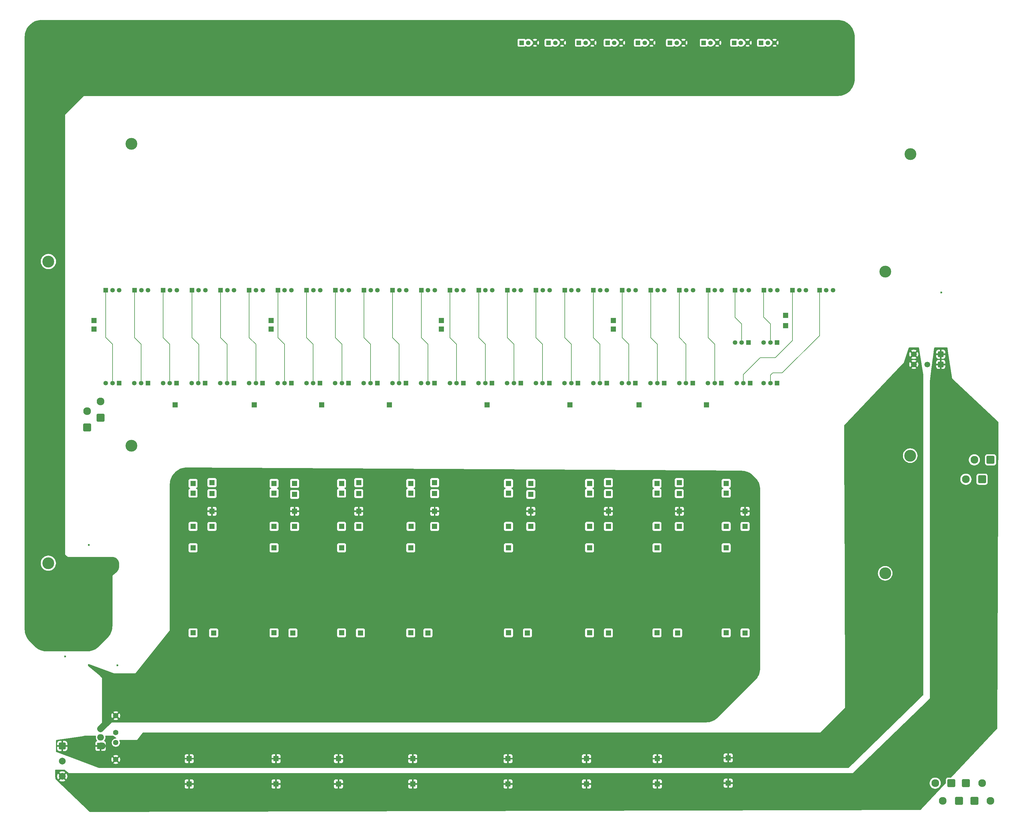
<source format=gbr>
%TF.GenerationSoftware,KiCad,Pcbnew,9.0.2*%
%TF.CreationDate,2025-07-19T15:49:03+01:00*%
%TF.ProjectId,FYP_EQ_MOUNT_UPDATED,4659505f-4551-45f4-9d4f-554e545f5550,rev?*%
%TF.SameCoordinates,Original*%
%TF.FileFunction,Copper,L3,Inr*%
%TF.FilePolarity,Positive*%
%FSLAX46Y46*%
G04 Gerber Fmt 4.6, Leading zero omitted, Abs format (unit mm)*
G04 Created by KiCad (PCBNEW 9.0.2) date 2025-07-19 15:49:03*
%MOMM*%
%LPD*%
G01*
G04 APERTURE LIST*
G04 Aperture macros list*
%AMRoundRect*
0 Rectangle with rounded corners*
0 $1 Rounding radius*
0 $2 $3 $4 $5 $6 $7 $8 $9 X,Y pos of 4 corners*
0 Add a 4 corners polygon primitive as box body*
4,1,4,$2,$3,$4,$5,$6,$7,$8,$9,$2,$3,0*
0 Add four circle primitives for the rounded corners*
1,1,$1+$1,$2,$3*
1,1,$1+$1,$4,$5*
1,1,$1+$1,$6,$7*
1,1,$1+$1,$8,$9*
0 Add four rect primitives between the rounded corners*
20,1,$1+$1,$2,$3,$4,$5,0*
20,1,$1+$1,$4,$5,$6,$7,0*
20,1,$1+$1,$6,$7,$8,$9,0*
20,1,$1+$1,$8,$9,$2,$3,0*%
G04 Aperture macros list end*
%TA.AperFunction,ComponentPad*%
%ADD10R,1.650000X1.650000*%
%TD*%
%TA.AperFunction,ComponentPad*%
%ADD11R,1.350000X1.350000*%
%TD*%
%TA.AperFunction,ComponentPad*%
%ADD12C,1.350000*%
%TD*%
%TA.AperFunction,ComponentPad*%
%ADD13RoundRect,0.250001X0.899999X0.899999X-0.899999X0.899999X-0.899999X-0.899999X0.899999X-0.899999X0*%
%TD*%
%TA.AperFunction,ComponentPad*%
%ADD14C,2.300000*%
%TD*%
%TA.AperFunction,ComponentPad*%
%ADD15RoundRect,0.250000X0.600000X0.600000X-0.600000X0.600000X-0.600000X-0.600000X0.600000X-0.600000X0*%
%TD*%
%TA.AperFunction,ComponentPad*%
%ADD16C,1.700000*%
%TD*%
%TA.AperFunction,ComponentPad*%
%ADD17C,1.600000*%
%TD*%
%TA.AperFunction,ComponentPad*%
%ADD18RoundRect,0.250001X-0.899999X-0.899999X0.899999X-0.899999X0.899999X0.899999X-0.899999X0.899999X0*%
%TD*%
%TA.AperFunction,ComponentPad*%
%ADD19RoundRect,0.250000X-0.750000X0.750000X-0.750000X-0.750000X0.750000X-0.750000X0.750000X0.750000X0*%
%TD*%
%TA.AperFunction,ComponentPad*%
%ADD20C,2.000000*%
%TD*%
%TA.AperFunction,ComponentPad*%
%ADD21RoundRect,0.250001X0.899999X-0.899999X0.899999X0.899999X-0.899999X0.899999X-0.899999X-0.899999X0*%
%TD*%
%TA.AperFunction,ComponentPad*%
%ADD22R,2.000000X1.905000*%
%TD*%
%TA.AperFunction,ComponentPad*%
%ADD23O,2.000000X1.905000*%
%TD*%
%TA.AperFunction,ViaPad*%
%ADD24C,0.600000*%
%TD*%
%TA.AperFunction,ViaPad*%
%ADD25C,3.500000*%
%TD*%
%TA.AperFunction,Conductor*%
%ADD26C,2.000000*%
%TD*%
%TA.AperFunction,Conductor*%
%ADD27C,0.400000*%
%TD*%
%TA.AperFunction,Conductor*%
%ADD28C,0.600000*%
%TD*%
%TA.AperFunction,Conductor*%
%ADD29C,0.200000*%
%TD*%
G04 APERTURE END LIST*
D10*
X230950000Y71500000D03*
D11*
X232950000Y182750000D03*
D12*
X230950000Y182750000D03*
X228950000Y182750000D03*
D11*
X110000000Y210250000D03*
D12*
X112000000Y210250000D03*
X114000000Y210250000D03*
D13*
X329700000Y160000000D03*
D14*
X324900000Y160000000D03*
D10*
X137352000Y153013000D03*
D11*
X257950000Y194750000D03*
D12*
X255950000Y194750000D03*
X253950000Y194750000D03*
D11*
X198700000Y283500000D03*
D12*
X200700000Y283500000D03*
X202700000Y283500000D03*
D11*
X212000000Y210250000D03*
D12*
X214000000Y210250000D03*
X216000000Y210250000D03*
D13*
X320350000Y59000000D03*
D14*
X315550000Y59000000D03*
D11*
X258450000Y182750000D03*
D12*
X256450000Y182750000D03*
X254450000Y182750000D03*
D11*
X198950000Y182750000D03*
D12*
X196950000Y182750000D03*
X194950000Y182750000D03*
D11*
X190450000Y182750000D03*
D12*
X188450000Y182750000D03*
X186450000Y182750000D03*
D11*
X234700000Y283500000D03*
D12*
X236700000Y283500000D03*
X238700000Y283500000D03*
D11*
X244700000Y283500000D03*
D12*
X246700000Y283500000D03*
X248700000Y283500000D03*
D11*
X229000000Y210250000D03*
D12*
X231000000Y210250000D03*
X233000000Y210250000D03*
D10*
X230846000Y150144000D03*
X210846000Y153013000D03*
D11*
X190700000Y283500000D03*
D12*
X192700000Y283500000D03*
X194700000Y283500000D03*
D11*
X67450000Y210250000D03*
D12*
X69450000Y210250000D03*
X71450000Y210250000D03*
D10*
X117352000Y133940000D03*
D11*
X216200000Y283500000D03*
D12*
X218200000Y283500000D03*
X220200000Y283500000D03*
D10*
X205000000Y176250000D03*
D11*
X130950000Y182750000D03*
D12*
X128950000Y182750000D03*
X126950000Y182750000D03*
D10*
X93349000Y153013000D03*
D11*
X135500000Y210250000D03*
D12*
X137500000Y210250000D03*
X139500000Y210250000D03*
D10*
X180500000Y176250000D03*
X230846000Y140278000D03*
D11*
X118500000Y210250000D03*
D12*
X120500000Y210250000D03*
X122500000Y210250000D03*
D11*
X169500000Y210250000D03*
D12*
X171500000Y210250000D03*
X173500000Y210250000D03*
D10*
X137352000Y140278000D03*
X137352000Y108768000D03*
X251950000Y64250000D03*
X98950000Y149987000D03*
X268950000Y202750000D03*
X237450000Y153250000D03*
D11*
X71450000Y182750000D03*
D12*
X69450000Y182750000D03*
X67450000Y182750000D03*
D10*
X164950000Y140250000D03*
D11*
X96900000Y182750000D03*
D12*
X94900000Y182750000D03*
X92900000Y182750000D03*
D10*
X117950000Y71500000D03*
D11*
X178000000Y210250000D03*
D12*
X180000000Y210250000D03*
X182000000Y210250000D03*
D10*
X98950000Y140250000D03*
X117352000Y140278000D03*
X256950000Y140250000D03*
D11*
X246000000Y210250000D03*
D12*
X248000000Y210250000D03*
X250000000Y210250000D03*
D10*
X225500000Y176250000D03*
X157852000Y133940000D03*
D11*
X266450000Y182750000D03*
D12*
X264450000Y182750000D03*
X262450000Y182750000D03*
D10*
X142450000Y149987000D03*
X251346000Y153013000D03*
X122950000Y108750000D03*
X237500000Y144750000D03*
X116450000Y201250000D03*
D11*
X173450000Y182750000D03*
D12*
X171450000Y182750000D03*
X169450000Y182750000D03*
D10*
X142450000Y140250000D03*
D11*
X122450000Y182750000D03*
D12*
X120450000Y182750000D03*
X118450000Y182750000D03*
D10*
X137352000Y150144000D03*
X216450000Y144750000D03*
X92200000Y71500000D03*
X193450000Y140250000D03*
D15*
X314950000Y188250000D03*
D16*
X310950000Y188250000D03*
X306950000Y188250000D03*
D11*
X254000000Y210250000D03*
D12*
X256000000Y210250000D03*
X258000000Y210250000D03*
D11*
X152500000Y210250000D03*
D12*
X154500000Y210250000D03*
X156500000Y210250000D03*
D10*
X230846000Y108768000D03*
X268950000Y199750000D03*
X251346000Y108768000D03*
X123450000Y144750000D03*
D11*
X105450000Y182750000D03*
D12*
X103450000Y182750000D03*
X101450000Y182750000D03*
D10*
X210846000Y108768000D03*
X186843000Y140278000D03*
X116450000Y198750000D03*
X123450000Y140250000D03*
X245500000Y176250000D03*
X216450000Y140250000D03*
X186843000Y153013000D03*
X193450000Y153013000D03*
X93349000Y133940000D03*
X98950000Y153250000D03*
X117352000Y150144000D03*
X117950000Y64000000D03*
D11*
X220500000Y210250000D03*
D12*
X222500000Y210250000D03*
X224500000Y210250000D03*
D11*
X266450000Y194750000D03*
D12*
X264450000Y194750000D03*
X262450000Y194750000D03*
D11*
X262500000Y210250000D03*
D12*
X264500000Y210250000D03*
X266500000Y210250000D03*
D10*
X251346000Y133940000D03*
D11*
X253700000Y283500000D03*
D12*
X255700000Y283500000D03*
X257700000Y283500000D03*
D13*
X318100000Y64250000D03*
D14*
X313300000Y64250000D03*
D11*
X195000000Y210250000D03*
D12*
X197000000Y210250000D03*
X199000000Y210250000D03*
D10*
X123450000Y149750000D03*
X217950000Y198750000D03*
X192450000Y108750000D03*
X251346000Y150144000D03*
X63950000Y201250000D03*
X209950000Y71500000D03*
X186700000Y64000000D03*
X157852000Y153013000D03*
D17*
X70450000Y71250000D03*
X70450000Y76250000D03*
D11*
X144000000Y210250000D03*
D12*
X146000000Y210250000D03*
X148000000Y210250000D03*
D10*
X186843000Y108768000D03*
X136450000Y71500000D03*
X137352000Y133940000D03*
D11*
X161000000Y210250000D03*
D12*
X163000000Y210250000D03*
X165000000Y210250000D03*
D10*
X157852000Y150144000D03*
X164950000Y144750000D03*
X230950000Y64000000D03*
X237450000Y149987000D03*
D11*
X113950000Y182750000D03*
D12*
X111950000Y182750000D03*
X109950000Y182750000D03*
D10*
X193450000Y144750000D03*
D11*
X207450000Y182750000D03*
D12*
X205450000Y182750000D03*
X203450000Y182750000D03*
D10*
X117352000Y153013000D03*
X158450000Y71500000D03*
X217950000Y201250000D03*
D11*
X279000000Y210250000D03*
D12*
X281000000Y210250000D03*
X283000000Y210250000D03*
D10*
X186700000Y71500000D03*
X162950000Y108750000D03*
X99450000Y108750000D03*
D13*
X327200000Y154250000D03*
D14*
X322400000Y154250000D03*
D10*
X237450000Y140250000D03*
X131500000Y176250000D03*
X216450000Y153250000D03*
D11*
X225200000Y283500000D03*
D12*
X227200000Y283500000D03*
X229200000Y283500000D03*
D10*
X236950000Y108750000D03*
D17*
X70450000Y84250000D03*
X70450000Y79250000D03*
D10*
X151500000Y176250000D03*
D11*
X261700000Y283500000D03*
D12*
X263700000Y283500000D03*
X265700000Y283500000D03*
D10*
X93349000Y108768000D03*
D11*
X127000000Y210250000D03*
D12*
X129000000Y210250000D03*
X131000000Y210250000D03*
D18*
X322400000Y64250000D03*
D14*
X327200000Y64250000D03*
D11*
X101500000Y210250000D03*
D12*
X103500000Y210250000D03*
X105500000Y210250000D03*
D11*
X215950000Y182750000D03*
D12*
X213950000Y182750000D03*
X211950000Y182750000D03*
D11*
X139450000Y182750000D03*
D12*
X137450000Y182750000D03*
X135450000Y182750000D03*
D11*
X237500000Y210250000D03*
D12*
X239500000Y210250000D03*
X241500000Y210250000D03*
D10*
X142950000Y108750000D03*
X92200000Y64000000D03*
D11*
X156450000Y182750000D03*
D12*
X154450000Y182750000D03*
X152450000Y182750000D03*
D19*
X54575000Y75250000D03*
D20*
X54575000Y70750000D03*
X54575000Y66250000D03*
D10*
X63950000Y198750000D03*
D11*
X241450000Y182750000D03*
D12*
X239450000Y182750000D03*
X237450000Y182750000D03*
D10*
X210846000Y133940000D03*
D11*
X207700000Y283500000D03*
D12*
X209700000Y283500000D03*
X211700000Y283500000D03*
D10*
X186843000Y133940000D03*
X158450000Y64000000D03*
X98950000Y144750000D03*
X142450000Y153250000D03*
D11*
X271000000Y210250000D03*
D12*
X273000000Y210250000D03*
X275000000Y210250000D03*
D11*
X224450000Y182750000D03*
D12*
X222450000Y182750000D03*
X220450000Y182750000D03*
D10*
X166950000Y201250000D03*
X157852000Y108768000D03*
X88000000Y176250000D03*
D11*
X181950000Y182750000D03*
D12*
X179950000Y182750000D03*
X177950000Y182750000D03*
D10*
X210846000Y150144000D03*
X251950000Y71750000D03*
D21*
X65950000Y172500000D03*
D14*
X65950000Y177300000D03*
D11*
X186500000Y210250000D03*
D12*
X188500000Y210250000D03*
X190500000Y210250000D03*
D11*
X147950000Y182750000D03*
D12*
X145950000Y182750000D03*
X143950000Y182750000D03*
D11*
X76000000Y210250000D03*
D12*
X78000000Y210250000D03*
X80000000Y210250000D03*
D10*
X193450000Y149750000D03*
D15*
X314950000Y191250000D03*
D16*
X306950000Y191250000D03*
D11*
X79950000Y182750000D03*
D12*
X77950000Y182750000D03*
X75950000Y182750000D03*
D10*
X166950000Y198750000D03*
D22*
X65950000Y75250000D03*
D23*
X65950000Y77790000D03*
X65950000Y80330000D03*
D11*
X249950000Y182750000D03*
D12*
X247950000Y182750000D03*
X245950000Y182750000D03*
D10*
X117352000Y108768000D03*
X123450000Y153013000D03*
X251346000Y140278000D03*
D18*
X324900000Y59000000D03*
D14*
X329700000Y59000000D03*
D10*
X186843000Y150144000D03*
X216450000Y108750000D03*
D11*
X203500000Y210250000D03*
D12*
X205500000Y210250000D03*
X207500000Y210250000D03*
D10*
X93349000Y140278000D03*
X230846000Y133940000D03*
D11*
X164950000Y182750000D03*
D12*
X162950000Y182750000D03*
X160950000Y182750000D03*
D10*
X230846000Y153013000D03*
X157950000Y140278000D03*
X256950000Y108750000D03*
X111500000Y176250000D03*
D11*
X88450000Y182750000D03*
D12*
X86450000Y182750000D03*
X84450000Y182750000D03*
D10*
X164950000Y153250000D03*
D21*
X61950000Y169600000D03*
D14*
X61950000Y174400000D03*
D11*
X84500000Y210250000D03*
D12*
X86500000Y210250000D03*
X88500000Y210250000D03*
D10*
X136450000Y64000000D03*
X93349000Y150144000D03*
X256950000Y144750000D03*
X209950000Y64000000D03*
X164950000Y149987000D03*
X216450000Y149987000D03*
D11*
X93000000Y210250000D03*
D12*
X95000000Y210250000D03*
X97000000Y210250000D03*
D10*
X142450000Y144750000D03*
X210846000Y140278000D03*
D24*
X58450000Y104250000D03*
X70560626Y129639374D03*
X70950000Y99171987D03*
X62450000Y134750000D03*
X55450000Y101750000D03*
X62421783Y99250000D03*
D25*
X305902599Y161240224D03*
X50449999Y129377494D03*
X75059972Y253553505D03*
X305936772Y250547495D03*
X75068618Y164149841D03*
D24*
X315136000Y209527000D03*
D25*
X298481281Y215718718D03*
X298478161Y126388626D03*
X50476447Y218723552D03*
D26*
X67410000Y81790000D02*
X68538490Y82918490D01*
X68538490Y82918490D02*
X68569835Y82918490D01*
D27*
X62421783Y99250000D02*
X62528703Y99250000D01*
D26*
X67410000Y81790000D02*
X67410000Y95790000D01*
X67410000Y95790000D02*
X66450000Y96750000D01*
D28*
X62421783Y99250000D02*
X62450000Y99250000D01*
D26*
X65950000Y80330000D02*
X67410000Y81790000D01*
X65950000Y75250000D02*
X66450000Y75250000D01*
D29*
X279000000Y196800000D02*
X279000000Y210250000D01*
X264450000Y182750000D02*
X264450000Y185062411D01*
X265137589Y185750000D02*
X267950000Y185750000D01*
X264450000Y185062411D02*
X265137589Y185750000D01*
X267950000Y185750000D02*
X279000000Y196800000D01*
X271000000Y195300000D02*
X265950000Y190250000D01*
X271000000Y210250000D02*
X271000000Y195300000D01*
X256450000Y185250000D02*
X256450000Y182750000D01*
X261450000Y190250000D02*
X256450000Y185250000D01*
X265950000Y190250000D02*
X261450000Y190250000D01*
X262449999Y202250001D02*
X262449999Y210199999D01*
X264450000Y200250000D02*
X262449999Y202250001D01*
X262449999Y210199999D02*
X262500000Y210250000D01*
X264450000Y194750000D02*
X264450000Y200250000D01*
X263850000Y210750000D02*
X263950000Y210750000D01*
X254000000Y210250000D02*
X254000000Y202200000D01*
X255950000Y200250000D02*
X255950000Y194750000D01*
X254000000Y202200000D02*
X255950000Y200250000D01*
X246000000Y210250000D02*
X246000000Y196200000D01*
X247950000Y194250000D02*
X247950000Y182750000D01*
X246000000Y196200000D02*
X247950000Y194250000D01*
X237450000Y196250000D02*
X237500000Y196300000D01*
X239450000Y182750000D02*
X239450000Y194250000D01*
X239450000Y194250000D02*
X237450000Y196250000D01*
X237500000Y196300000D02*
X237500000Y210250000D01*
X229000000Y210250000D02*
X229000000Y196200000D01*
X229000000Y196200000D02*
X230950000Y194250000D01*
X230950000Y194250000D02*
X230950000Y182750000D01*
X220500000Y210250000D02*
X220500000Y196200000D01*
X222450000Y182750000D02*
X222450000Y194250000D01*
X220500000Y196200000D02*
X222450000Y194250000D01*
X212000000Y196200000D02*
X213950000Y194250000D01*
X212000000Y210250000D02*
X212000000Y196200000D01*
X213950000Y194250000D02*
X213950000Y182750000D01*
X203500000Y210250000D02*
X203500000Y196200000D01*
X203500000Y196200000D02*
X205450000Y194250000D01*
X205450000Y194250000D02*
X205450000Y182750000D01*
X195000000Y210250000D02*
X195000000Y196200000D01*
X196950000Y194250000D02*
X196950000Y182750000D01*
X195000000Y196200000D02*
X196950000Y194250000D01*
X186500000Y210250000D02*
X186500000Y196200000D01*
X186500000Y196200000D02*
X188450000Y194250000D01*
X188450000Y194250000D02*
X188450000Y182750000D01*
X178000000Y196200000D02*
X179950000Y194250000D01*
X179950000Y194250000D02*
X179950000Y182750000D01*
X178000000Y210250000D02*
X178000000Y196200000D01*
X169500000Y196200000D02*
X171450000Y194250000D01*
X169500000Y210250000D02*
X169500000Y196200000D01*
X171450000Y194250000D02*
X171450000Y182750000D01*
X161000000Y210250000D02*
X161000000Y196200000D01*
X161000000Y196200000D02*
X162950000Y194250000D01*
X162950000Y194250000D02*
X162950000Y182750000D01*
X154450000Y194250000D02*
X154450000Y182750000D01*
X152500000Y196200000D02*
X154450000Y194250000D01*
X152500000Y210250000D02*
X152500000Y196200000D01*
X145950000Y194250000D02*
X145950000Y182750000D01*
X144000000Y196200000D02*
X145950000Y194250000D01*
X144000000Y210250000D02*
X144000000Y196200000D01*
X137450000Y194250000D02*
X137450000Y182750000D01*
X135500000Y210250000D02*
X135500000Y196200000D01*
X135500000Y196200000D02*
X137450000Y194250000D01*
X128950000Y194250000D02*
X128950000Y182750000D01*
X127000000Y210250000D02*
X127000000Y196200000D01*
X127000000Y196200000D02*
X128950000Y194250000D01*
X120450000Y194250000D02*
X120450000Y182750000D01*
X118500000Y210250000D02*
X118500000Y196200000D01*
X118500000Y196200000D02*
X120450000Y194250000D01*
X110000000Y196200000D02*
X111950000Y194250000D01*
X110000000Y210250000D02*
X110000000Y196200000D01*
X111950000Y194250000D02*
X111950000Y182750000D01*
X101500000Y210250000D02*
X101500000Y196200000D01*
X103450000Y194250000D02*
X103450000Y182750000D01*
X101500000Y196200000D02*
X103450000Y194250000D01*
X93000000Y196200000D02*
X95059219Y194140781D01*
X95059219Y182909219D02*
X94900000Y182750000D01*
X93000000Y210250000D02*
X93000000Y196200000D01*
X95059219Y194140781D02*
X95059219Y182909219D01*
X84500000Y210250000D02*
X84500000Y196200000D01*
X86450000Y194250000D02*
X86450000Y182750000D01*
X84500000Y196200000D02*
X86450000Y194250000D01*
X76000000Y210250000D02*
X76000000Y196200000D01*
X76000000Y196200000D02*
X77950000Y194250000D01*
X77950000Y194250000D02*
X77950000Y182750000D01*
X67450000Y196250000D02*
X69450000Y194250000D01*
X67450000Y210250000D02*
X67450000Y196250000D01*
X69450000Y194250000D02*
X69450000Y182750000D01*
%TA.AperFunction,Conductor*%
G36*
X255893641Y156762202D02*
G01*
X255899008Y156762054D01*
X256323337Y156741145D01*
X256334027Y156740153D01*
X256752292Y156682982D01*
X256762856Y156681069D01*
X257174612Y156587931D01*
X257184971Y156585111D01*
X257587120Y156456709D01*
X257597196Y156453004D01*
X257986731Y156290298D01*
X257996450Y156285735D01*
X258370462Y156089938D01*
X258379749Y156084551D01*
X258735407Y155857145D01*
X258744192Y155850976D01*
X259078860Y155593651D01*
X259087080Y155586745D01*
X259400215Y155299620D01*
X259404093Y155295906D01*
X259983621Y154716378D01*
X259987362Y154712470D01*
X260276561Y154396864D01*
X260283515Y154388577D01*
X260542467Y154051104D01*
X260548671Y154042243D01*
X260777216Y153683501D01*
X260782625Y153674133D01*
X260979037Y153296828D01*
X260983609Y153287024D01*
X261146391Y152894034D01*
X261150091Y152883868D01*
X261277999Y152478194D01*
X261280799Y152467746D01*
X261372868Y152052452D01*
X261374746Y152041798D01*
X261430266Y151620080D01*
X261431209Y151609304D01*
X261449882Y151181634D01*
X261450000Y151176225D01*
X261450000Y98323774D01*
X261449882Y98318365D01*
X261431209Y97890695D01*
X261430266Y97879919D01*
X261374746Y97458201D01*
X261372868Y97447547D01*
X261280799Y97032253D01*
X261277999Y97021805D01*
X261150091Y96616131D01*
X261146391Y96605965D01*
X260983609Y96212975D01*
X260979037Y96203171D01*
X260782625Y95825866D01*
X260777216Y95816498D01*
X260548671Y95457756D01*
X260542467Y95448895D01*
X260283515Y95111422D01*
X260276561Y95103135D01*
X259987362Y94787529D01*
X259983621Y94783621D01*
X248916378Y83716378D01*
X248912470Y83712637D01*
X248596864Y83423438D01*
X248588577Y83416484D01*
X248251104Y83157532D01*
X248242243Y83151328D01*
X247883487Y82922775D01*
X247874147Y82917382D01*
X247496822Y82720959D01*
X247487030Y82716393D01*
X247094024Y82553604D01*
X247083877Y82549911D01*
X246678194Y82422000D01*
X246667750Y82419201D01*
X246252444Y82327129D01*
X246241806Y82325254D01*
X245820061Y82269731D01*
X245809324Y82268791D01*
X245381635Y82250118D01*
X245376226Y82250000D01*
X68980425Y82250000D01*
X68969979Y82250441D01*
X68963212Y82251013D01*
X68794100Y82265310D01*
X68773520Y82268814D01*
X68607696Y82311691D01*
X68588000Y82318601D01*
X68431743Y82388703D01*
X68413477Y82398825D01*
X68272642Y82493203D01*
X68253875Y82508648D01*
X68212726Y82549908D01*
X68140906Y82621921D01*
X68123650Y82643612D01*
X68039586Y82777685D01*
X68027583Y82802659D01*
X67975403Y82952059D01*
X67969246Y82979083D01*
X67961804Y83045244D01*
X67950776Y83143287D01*
X67950000Y83157146D01*
X67950000Y84352317D01*
X69150000Y84352317D01*
X69150000Y84147682D01*
X69182009Y83945582D01*
X69245244Y83750968D01*
X69338143Y83568644D01*
X69370523Y83524077D01*
X69370524Y83524077D01*
X70050000Y84203553D01*
X70050000Y84197339D01*
X70077259Y84095606D01*
X70129920Y84004394D01*
X70204394Y83929920D01*
X70295606Y83877259D01*
X70397339Y83850000D01*
X70403554Y83850000D01*
X69724077Y83170524D01*
X69724077Y83170523D01*
X69768644Y83138143D01*
X69950968Y83045244D01*
X70145582Y82982009D01*
X70347683Y82950000D01*
X70552317Y82950000D01*
X70754417Y82982009D01*
X70949031Y83045244D01*
X71131350Y83138141D01*
X71131359Y83138147D01*
X71175921Y83170523D01*
X71175922Y83170524D01*
X70496446Y83850000D01*
X70502661Y83850000D01*
X70604394Y83877259D01*
X70695606Y83929920D01*
X70770080Y84004394D01*
X70822741Y84095606D01*
X70850000Y84197339D01*
X70850000Y84203551D01*
X71529474Y83524076D01*
X71529474Y83524077D01*
X71561859Y83568650D01*
X71654755Y83750968D01*
X71717990Y83945582D01*
X71750000Y84147682D01*
X71750000Y84352317D01*
X71717990Y84554417D01*
X71654755Y84749031D01*
X71561859Y84931349D01*
X71529474Y84975921D01*
X70850000Y84296447D01*
X70850000Y84302661D01*
X70822741Y84404394D01*
X70770080Y84495606D01*
X70695606Y84570080D01*
X70604394Y84622741D01*
X70502661Y84650000D01*
X70496447Y84650000D01*
X71175921Y85329474D01*
X71131349Y85361859D01*
X70949031Y85454755D01*
X70754417Y85517990D01*
X70552317Y85550000D01*
X70347683Y85550000D01*
X70145582Y85517990D01*
X69950968Y85454755D01*
X69768650Y85361859D01*
X69724077Y85329474D01*
X69724076Y85329474D01*
X70403553Y84650000D01*
X70397339Y84650000D01*
X70295606Y84622741D01*
X70204394Y84570080D01*
X70129920Y84495606D01*
X70077259Y84404394D01*
X70050000Y84302661D01*
X70050000Y84296446D01*
X69370524Y84975922D01*
X69370523Y84975921D01*
X69338147Y84931359D01*
X69338141Y84931350D01*
X69245244Y84749031D01*
X69182009Y84554417D01*
X69150000Y84352317D01*
X67950000Y84352317D01*
X67950000Y94249999D01*
X67950000Y94250000D01*
X69950000Y96750000D01*
X76250000Y96750000D01*
X86450000Y109500000D01*
X86450000Y109640864D01*
X92023500Y109640864D01*
X92023500Y107895129D01*
X92023501Y107895123D01*
X92029908Y107835516D01*
X92080202Y107700671D01*
X92080206Y107700664D01*
X92166452Y107585455D01*
X92166455Y107585452D01*
X92281664Y107499206D01*
X92281671Y107499202D01*
X92416517Y107448908D01*
X92416516Y107448908D01*
X92476116Y107442501D01*
X92476119Y107442500D01*
X92476127Y107442500D01*
X92476134Y107442500D01*
X92476135Y107442500D01*
X94221870Y107442500D01*
X94221876Y107442501D01*
X94281483Y107448908D01*
X94416328Y107499202D01*
X94416335Y107499206D01*
X94531544Y107585452D01*
X94531547Y107585455D01*
X94617793Y107700664D01*
X94617797Y107700671D01*
X94668091Y107835517D01*
X94674500Y107895127D01*
X94674499Y109622864D01*
X98124500Y109622864D01*
X98124500Y107877129D01*
X98124501Y107877123D01*
X98130908Y107817516D01*
X98181202Y107682671D01*
X98181206Y107682664D01*
X98267452Y107567455D01*
X98267455Y107567452D01*
X98382664Y107481206D01*
X98382671Y107481202D01*
X98517517Y107430908D01*
X98517516Y107430908D01*
X98577116Y107424501D01*
X98577119Y107424500D01*
X98577127Y107424500D01*
X98577134Y107424500D01*
X98577135Y107424500D01*
X100322870Y107424500D01*
X100322876Y107424501D01*
X100382483Y107430908D01*
X100517328Y107481202D01*
X100517335Y107481206D01*
X100632544Y107567452D01*
X100632547Y107567455D01*
X100718793Y107682664D01*
X100718797Y107682671D01*
X100769091Y107817517D01*
X100771026Y107835517D01*
X100775500Y107877127D01*
X100775499Y109622872D01*
X100775454Y109623290D01*
X100774632Y109630943D01*
X100773565Y109640864D01*
X116026500Y109640864D01*
X116026500Y107895129D01*
X116026501Y107895123D01*
X116032908Y107835516D01*
X116083202Y107700671D01*
X116083206Y107700664D01*
X116169452Y107585455D01*
X116169455Y107585452D01*
X116284664Y107499206D01*
X116284671Y107499202D01*
X116419517Y107448908D01*
X116419516Y107448908D01*
X116479116Y107442501D01*
X116479119Y107442500D01*
X116479127Y107442500D01*
X116479134Y107442500D01*
X116479135Y107442500D01*
X118224870Y107442500D01*
X118224876Y107442501D01*
X118284483Y107448908D01*
X118419328Y107499202D01*
X118419335Y107499206D01*
X118534544Y107585452D01*
X118534547Y107585455D01*
X118620793Y107700664D01*
X118620797Y107700671D01*
X118671091Y107835517D01*
X118677500Y107895127D01*
X118677499Y109622864D01*
X121624500Y109622864D01*
X121624500Y107877129D01*
X121624501Y107877123D01*
X121630908Y107817516D01*
X121681202Y107682671D01*
X121681206Y107682664D01*
X121767452Y107567455D01*
X121767455Y107567452D01*
X121882664Y107481206D01*
X121882671Y107481202D01*
X122017517Y107430908D01*
X122017516Y107430908D01*
X122077116Y107424501D01*
X122077119Y107424500D01*
X122077127Y107424500D01*
X122077134Y107424500D01*
X122077135Y107424500D01*
X123822870Y107424500D01*
X123822876Y107424501D01*
X123882483Y107430908D01*
X124017328Y107481202D01*
X124017335Y107481206D01*
X124132544Y107567452D01*
X124132547Y107567455D01*
X124218793Y107682664D01*
X124218797Y107682671D01*
X124269091Y107817517D01*
X124271026Y107835517D01*
X124275500Y107877127D01*
X124275499Y109622872D01*
X124275454Y109623290D01*
X124274632Y109630943D01*
X124273565Y109640864D01*
X136026500Y109640864D01*
X136026500Y107895129D01*
X136026501Y107895123D01*
X136032908Y107835516D01*
X136083202Y107700671D01*
X136083206Y107700664D01*
X136169452Y107585455D01*
X136169455Y107585452D01*
X136284664Y107499206D01*
X136284671Y107499202D01*
X136419517Y107448908D01*
X136419516Y107448908D01*
X136479116Y107442501D01*
X136479119Y107442500D01*
X136479127Y107442500D01*
X136479134Y107442500D01*
X136479135Y107442500D01*
X138224870Y107442500D01*
X138224876Y107442501D01*
X138284483Y107448908D01*
X138419328Y107499202D01*
X138419335Y107499206D01*
X138534544Y107585452D01*
X138534547Y107585455D01*
X138620793Y107700664D01*
X138620797Y107700671D01*
X138671091Y107835517D01*
X138677500Y107895127D01*
X138677499Y109622864D01*
X141624500Y109622864D01*
X141624500Y107877129D01*
X141624501Y107877123D01*
X141630908Y107817516D01*
X141681202Y107682671D01*
X141681206Y107682664D01*
X141767452Y107567455D01*
X141767455Y107567452D01*
X141882664Y107481206D01*
X141882671Y107481202D01*
X142017517Y107430908D01*
X142017516Y107430908D01*
X142077116Y107424501D01*
X142077119Y107424500D01*
X142077127Y107424500D01*
X142077134Y107424500D01*
X142077135Y107424500D01*
X143822870Y107424500D01*
X143822876Y107424501D01*
X143882483Y107430908D01*
X144017328Y107481202D01*
X144017335Y107481206D01*
X144132544Y107567452D01*
X144132547Y107567455D01*
X144218793Y107682664D01*
X144218797Y107682671D01*
X144269091Y107817517D01*
X144271026Y107835517D01*
X144275500Y107877127D01*
X144275499Y109622872D01*
X144275454Y109623290D01*
X144274632Y109630943D01*
X144273565Y109640864D01*
X156526500Y109640864D01*
X156526500Y107895129D01*
X156526501Y107895123D01*
X156532908Y107835516D01*
X156583202Y107700671D01*
X156583206Y107700664D01*
X156669452Y107585455D01*
X156669455Y107585452D01*
X156784664Y107499206D01*
X156784671Y107499202D01*
X156919517Y107448908D01*
X156919516Y107448908D01*
X156979116Y107442501D01*
X156979119Y107442500D01*
X156979127Y107442500D01*
X156979134Y107442500D01*
X156979135Y107442500D01*
X158724870Y107442500D01*
X158724876Y107442501D01*
X158784483Y107448908D01*
X158919328Y107499202D01*
X158919335Y107499206D01*
X159034544Y107585452D01*
X159034547Y107585455D01*
X159120793Y107700664D01*
X159120797Y107700671D01*
X159171091Y107835517D01*
X159177500Y107895127D01*
X159177499Y109622864D01*
X161624500Y109622864D01*
X161624500Y107877129D01*
X161624501Y107877123D01*
X161630908Y107817516D01*
X161681202Y107682671D01*
X161681206Y107682664D01*
X161767452Y107567455D01*
X161767455Y107567452D01*
X161882664Y107481206D01*
X161882671Y107481202D01*
X162017517Y107430908D01*
X162017516Y107430908D01*
X162077116Y107424501D01*
X162077119Y107424500D01*
X162077127Y107424500D01*
X162077134Y107424500D01*
X162077135Y107424500D01*
X163822870Y107424500D01*
X163822876Y107424501D01*
X163882483Y107430908D01*
X164017328Y107481202D01*
X164017335Y107481206D01*
X164132544Y107567452D01*
X164132547Y107567455D01*
X164218793Y107682664D01*
X164218797Y107682671D01*
X164269091Y107817517D01*
X164271026Y107835517D01*
X164275500Y107877127D01*
X164275499Y109622872D01*
X164275454Y109623290D01*
X164274632Y109630943D01*
X164273565Y109640864D01*
X185517500Y109640864D01*
X185517500Y107895129D01*
X185517501Y107895123D01*
X185523908Y107835516D01*
X185574202Y107700671D01*
X185574206Y107700664D01*
X185660452Y107585455D01*
X185660455Y107585452D01*
X185775664Y107499206D01*
X185775671Y107499202D01*
X185910517Y107448908D01*
X185910516Y107448908D01*
X185970116Y107442501D01*
X185970119Y107442500D01*
X185970127Y107442500D01*
X185970134Y107442500D01*
X185970135Y107442500D01*
X187715870Y107442500D01*
X187715876Y107442501D01*
X187775483Y107448908D01*
X187910328Y107499202D01*
X187910335Y107499206D01*
X188025544Y107585452D01*
X188025547Y107585455D01*
X188111793Y107700664D01*
X188111797Y107700671D01*
X188162091Y107835517D01*
X188168500Y107895127D01*
X188168499Y109622864D01*
X191124500Y109622864D01*
X191124500Y107877129D01*
X191124501Y107877123D01*
X191130908Y107817516D01*
X191181202Y107682671D01*
X191181206Y107682664D01*
X191267452Y107567455D01*
X191267455Y107567452D01*
X191382664Y107481206D01*
X191382671Y107481202D01*
X191517517Y107430908D01*
X191517516Y107430908D01*
X191577116Y107424501D01*
X191577119Y107424500D01*
X191577127Y107424500D01*
X191577134Y107424500D01*
X191577135Y107424500D01*
X193322870Y107424500D01*
X193322876Y107424501D01*
X193382483Y107430908D01*
X193517328Y107481202D01*
X193517335Y107481206D01*
X193632544Y107567452D01*
X193632547Y107567455D01*
X193718793Y107682664D01*
X193718797Y107682671D01*
X193769091Y107817517D01*
X193771026Y107835517D01*
X193775500Y107877127D01*
X193775499Y109622872D01*
X193775454Y109623290D01*
X193774632Y109630943D01*
X193773565Y109640864D01*
X209520500Y109640864D01*
X209520500Y107895129D01*
X209520501Y107895123D01*
X209526908Y107835516D01*
X209577202Y107700671D01*
X209577206Y107700664D01*
X209663452Y107585455D01*
X209663455Y107585452D01*
X209778664Y107499206D01*
X209778671Y107499202D01*
X209913517Y107448908D01*
X209913516Y107448908D01*
X209973116Y107442501D01*
X209973119Y107442500D01*
X209973127Y107442500D01*
X209973134Y107442500D01*
X209973135Y107442500D01*
X211718870Y107442500D01*
X211718876Y107442501D01*
X211778483Y107448908D01*
X211913328Y107499202D01*
X211913335Y107499206D01*
X212028544Y107585452D01*
X212028547Y107585455D01*
X212114793Y107700664D01*
X212114797Y107700671D01*
X212165091Y107835517D01*
X212171500Y107895127D01*
X212171499Y109622864D01*
X215124500Y109622864D01*
X215124500Y107877129D01*
X215124501Y107877123D01*
X215130908Y107817516D01*
X215181202Y107682671D01*
X215181206Y107682664D01*
X215267452Y107567455D01*
X215267455Y107567452D01*
X215382664Y107481206D01*
X215382671Y107481202D01*
X215517517Y107430908D01*
X215517516Y107430908D01*
X215577116Y107424501D01*
X215577119Y107424500D01*
X215577127Y107424500D01*
X215577134Y107424500D01*
X215577135Y107424500D01*
X217322870Y107424500D01*
X217322876Y107424501D01*
X217382483Y107430908D01*
X217517328Y107481202D01*
X217517335Y107481206D01*
X217632544Y107567452D01*
X217632547Y107567455D01*
X217718793Y107682664D01*
X217718797Y107682671D01*
X217769091Y107817517D01*
X217771026Y107835517D01*
X217775500Y107877127D01*
X217775499Y109622872D01*
X217775454Y109623290D01*
X217774632Y109630943D01*
X217773565Y109640864D01*
X229520500Y109640864D01*
X229520500Y107895129D01*
X229520501Y107895123D01*
X229526908Y107835516D01*
X229577202Y107700671D01*
X229577206Y107700664D01*
X229663452Y107585455D01*
X229663455Y107585452D01*
X229778664Y107499206D01*
X229778671Y107499202D01*
X229913517Y107448908D01*
X229913516Y107448908D01*
X229973116Y107442501D01*
X229973119Y107442500D01*
X229973127Y107442500D01*
X229973134Y107442500D01*
X229973135Y107442500D01*
X231718870Y107442500D01*
X231718876Y107442501D01*
X231778483Y107448908D01*
X231913328Y107499202D01*
X231913335Y107499206D01*
X232028544Y107585452D01*
X232028547Y107585455D01*
X232114793Y107700664D01*
X232114797Y107700671D01*
X232165091Y107835517D01*
X232171500Y107895127D01*
X232171499Y109622864D01*
X235624500Y109622864D01*
X235624500Y107877129D01*
X235624501Y107877123D01*
X235630908Y107817516D01*
X235681202Y107682671D01*
X235681206Y107682664D01*
X235767452Y107567455D01*
X235767455Y107567452D01*
X235882664Y107481206D01*
X235882671Y107481202D01*
X236017517Y107430908D01*
X236017516Y107430908D01*
X236077116Y107424501D01*
X236077119Y107424500D01*
X236077127Y107424500D01*
X236077134Y107424500D01*
X236077135Y107424500D01*
X237822870Y107424500D01*
X237822876Y107424501D01*
X237882483Y107430908D01*
X238017328Y107481202D01*
X238017335Y107481206D01*
X238132544Y107567452D01*
X238132547Y107567455D01*
X238218793Y107682664D01*
X238218797Y107682671D01*
X238269091Y107817517D01*
X238271026Y107835517D01*
X238275500Y107877127D01*
X238275499Y109622872D01*
X238275454Y109623290D01*
X238274632Y109630943D01*
X238273565Y109640864D01*
X250020500Y109640864D01*
X250020500Y107895129D01*
X250020501Y107895123D01*
X250026908Y107835516D01*
X250077202Y107700671D01*
X250077206Y107700664D01*
X250163452Y107585455D01*
X250163455Y107585452D01*
X250278664Y107499206D01*
X250278671Y107499202D01*
X250413517Y107448908D01*
X250413516Y107448908D01*
X250473116Y107442501D01*
X250473119Y107442500D01*
X250473127Y107442500D01*
X250473134Y107442500D01*
X250473135Y107442500D01*
X252218870Y107442500D01*
X252218876Y107442501D01*
X252278483Y107448908D01*
X252413328Y107499202D01*
X252413335Y107499206D01*
X252528544Y107585452D01*
X252528547Y107585455D01*
X252614793Y107700664D01*
X252614797Y107700671D01*
X252665091Y107835517D01*
X252671500Y107895127D01*
X252671499Y109622864D01*
X255624500Y109622864D01*
X255624500Y107877129D01*
X255624501Y107877123D01*
X255630908Y107817516D01*
X255681202Y107682671D01*
X255681206Y107682664D01*
X255767452Y107567455D01*
X255767455Y107567452D01*
X255882664Y107481206D01*
X255882671Y107481202D01*
X256017517Y107430908D01*
X256017516Y107430908D01*
X256077116Y107424501D01*
X256077119Y107424500D01*
X256077127Y107424500D01*
X256077134Y107424500D01*
X256077135Y107424500D01*
X257822870Y107424500D01*
X257822876Y107424501D01*
X257882483Y107430908D01*
X258017328Y107481202D01*
X258017335Y107481206D01*
X258132544Y107567452D01*
X258132547Y107567455D01*
X258218793Y107682664D01*
X258218797Y107682671D01*
X258269091Y107817517D01*
X258271026Y107835517D01*
X258275500Y107877127D01*
X258275499Y109622872D01*
X258269091Y109682483D01*
X258218796Y109817331D01*
X258132546Y109932546D01*
X258017331Y110018796D01*
X257882483Y110069091D01*
X257822873Y110075500D01*
X256077128Y110075499D01*
X256028757Y110070299D01*
X256017516Y110069091D01*
X255882671Y110018797D01*
X255882664Y110018793D01*
X255767455Y109932547D01*
X255767452Y109932544D01*
X255681206Y109817335D01*
X255681202Y109817328D01*
X255630908Y109682482D01*
X255624501Y109622883D01*
X255624501Y109622876D01*
X255624500Y109622864D01*
X252671499Y109622864D01*
X252671499Y109640872D01*
X252665091Y109700483D01*
X252614796Y109835331D01*
X252528546Y109950546D01*
X252413331Y110036796D01*
X252278483Y110087091D01*
X252218873Y110093500D01*
X250473128Y110093499D01*
X250424757Y110088299D01*
X250413516Y110087091D01*
X250278671Y110036797D01*
X250278664Y110036793D01*
X250163455Y109950547D01*
X250163452Y109950544D01*
X250077206Y109835335D01*
X250077202Y109835328D01*
X250026908Y109700482D01*
X250020501Y109640883D01*
X250020501Y109640876D01*
X250020500Y109640864D01*
X238273565Y109640864D01*
X238272536Y109650426D01*
X238269091Y109682483D01*
X238218796Y109817331D01*
X238132546Y109932546D01*
X238017331Y110018796D01*
X237882483Y110069091D01*
X237822873Y110075500D01*
X236077128Y110075499D01*
X236028757Y110070299D01*
X236017516Y110069091D01*
X235882671Y110018797D01*
X235882664Y110018793D01*
X235767455Y109932547D01*
X235767452Y109932544D01*
X235681206Y109817335D01*
X235681202Y109817328D01*
X235630908Y109682482D01*
X235624501Y109622883D01*
X235624501Y109622876D01*
X235624500Y109622864D01*
X232171499Y109622864D01*
X232171499Y109640872D01*
X232165091Y109700483D01*
X232114796Y109835331D01*
X232028546Y109950546D01*
X231913331Y110036796D01*
X231778483Y110087091D01*
X231718873Y110093500D01*
X229973128Y110093499D01*
X229924757Y110088299D01*
X229913516Y110087091D01*
X229778671Y110036797D01*
X229778664Y110036793D01*
X229663455Y109950547D01*
X229663452Y109950544D01*
X229577206Y109835335D01*
X229577202Y109835328D01*
X229526908Y109700482D01*
X229520501Y109640883D01*
X229520501Y109640876D01*
X229520500Y109640864D01*
X217773565Y109640864D01*
X217772536Y109650426D01*
X217769091Y109682483D01*
X217718796Y109817331D01*
X217632546Y109932546D01*
X217517331Y110018796D01*
X217382483Y110069091D01*
X217322873Y110075500D01*
X215577128Y110075499D01*
X215528757Y110070299D01*
X215517516Y110069091D01*
X215382671Y110018797D01*
X215382664Y110018793D01*
X215267455Y109932547D01*
X215267452Y109932544D01*
X215181206Y109817335D01*
X215181202Y109817328D01*
X215130908Y109682482D01*
X215124501Y109622883D01*
X215124501Y109622876D01*
X215124500Y109622864D01*
X212171499Y109622864D01*
X212171499Y109640872D01*
X212165091Y109700483D01*
X212114796Y109835331D01*
X212028546Y109950546D01*
X211913331Y110036796D01*
X211778483Y110087091D01*
X211718873Y110093500D01*
X209973128Y110093499D01*
X209924757Y110088299D01*
X209913516Y110087091D01*
X209778671Y110036797D01*
X209778664Y110036793D01*
X209663455Y109950547D01*
X209663452Y109950544D01*
X209577206Y109835335D01*
X209577202Y109835328D01*
X209526908Y109700482D01*
X209520501Y109640883D01*
X209520501Y109640876D01*
X209520500Y109640864D01*
X193773565Y109640864D01*
X193772536Y109650426D01*
X193769091Y109682483D01*
X193718796Y109817331D01*
X193632546Y109932546D01*
X193517331Y110018796D01*
X193382483Y110069091D01*
X193322873Y110075500D01*
X191577128Y110075499D01*
X191528757Y110070299D01*
X191517516Y110069091D01*
X191382671Y110018797D01*
X191382664Y110018793D01*
X191267455Y109932547D01*
X191267452Y109932544D01*
X191181206Y109817335D01*
X191181202Y109817328D01*
X191130908Y109682482D01*
X191124501Y109622883D01*
X191124501Y109622876D01*
X191124500Y109622864D01*
X188168499Y109622864D01*
X188168499Y109640872D01*
X188162091Y109700483D01*
X188111796Y109835331D01*
X188025546Y109950546D01*
X187910331Y110036796D01*
X187775483Y110087091D01*
X187715873Y110093500D01*
X185970128Y110093499D01*
X185921757Y110088299D01*
X185910516Y110087091D01*
X185775671Y110036797D01*
X185775664Y110036793D01*
X185660455Y109950547D01*
X185660452Y109950544D01*
X185574206Y109835335D01*
X185574202Y109835328D01*
X185523908Y109700482D01*
X185517501Y109640883D01*
X185517501Y109640876D01*
X185517500Y109640864D01*
X164273565Y109640864D01*
X164272536Y109650426D01*
X164269091Y109682483D01*
X164218796Y109817331D01*
X164132546Y109932546D01*
X164017331Y110018796D01*
X163882483Y110069091D01*
X163822873Y110075500D01*
X162077128Y110075499D01*
X162028757Y110070299D01*
X162017516Y110069091D01*
X161882671Y110018797D01*
X161882664Y110018793D01*
X161767455Y109932547D01*
X161767452Y109932544D01*
X161681206Y109817335D01*
X161681202Y109817328D01*
X161630908Y109682482D01*
X161624501Y109622883D01*
X161624501Y109622876D01*
X161624500Y109622864D01*
X159177499Y109622864D01*
X159177499Y109640872D01*
X159171091Y109700483D01*
X159120796Y109835331D01*
X159034546Y109950546D01*
X158919331Y110036796D01*
X158784483Y110087091D01*
X158724873Y110093500D01*
X156979128Y110093499D01*
X156930757Y110088299D01*
X156919516Y110087091D01*
X156784671Y110036797D01*
X156784664Y110036793D01*
X156669455Y109950547D01*
X156669452Y109950544D01*
X156583206Y109835335D01*
X156583202Y109835328D01*
X156532908Y109700482D01*
X156526501Y109640883D01*
X156526501Y109640876D01*
X156526500Y109640864D01*
X144273565Y109640864D01*
X144272536Y109650426D01*
X144269091Y109682483D01*
X144218796Y109817331D01*
X144132546Y109932546D01*
X144017331Y110018796D01*
X143882483Y110069091D01*
X143822873Y110075500D01*
X142077128Y110075499D01*
X142028757Y110070299D01*
X142017516Y110069091D01*
X141882671Y110018797D01*
X141882664Y110018793D01*
X141767455Y109932547D01*
X141767452Y109932544D01*
X141681206Y109817335D01*
X141681202Y109817328D01*
X141630908Y109682482D01*
X141624501Y109622883D01*
X141624501Y109622876D01*
X141624500Y109622864D01*
X138677499Y109622864D01*
X138677499Y109640872D01*
X138671091Y109700483D01*
X138620796Y109835331D01*
X138534546Y109950546D01*
X138419331Y110036796D01*
X138284483Y110087091D01*
X138224873Y110093500D01*
X136479128Y110093499D01*
X136430757Y110088299D01*
X136419516Y110087091D01*
X136284671Y110036797D01*
X136284664Y110036793D01*
X136169455Y109950547D01*
X136169452Y109950544D01*
X136083206Y109835335D01*
X136083202Y109835328D01*
X136032908Y109700482D01*
X136026501Y109640883D01*
X136026501Y109640876D01*
X136026500Y109640864D01*
X124273565Y109640864D01*
X124272536Y109650426D01*
X124269091Y109682483D01*
X124218796Y109817331D01*
X124132546Y109932546D01*
X124017331Y110018796D01*
X123882483Y110069091D01*
X123822873Y110075500D01*
X122077128Y110075499D01*
X122028757Y110070299D01*
X122017516Y110069091D01*
X121882671Y110018797D01*
X121882664Y110018793D01*
X121767455Y109932547D01*
X121767452Y109932544D01*
X121681206Y109817335D01*
X121681202Y109817328D01*
X121630908Y109682482D01*
X121624501Y109622883D01*
X121624501Y109622876D01*
X121624500Y109622864D01*
X118677499Y109622864D01*
X118677499Y109640872D01*
X118671091Y109700483D01*
X118620796Y109835331D01*
X118534546Y109950546D01*
X118419331Y110036796D01*
X118284483Y110087091D01*
X118224873Y110093500D01*
X116479128Y110093499D01*
X116430757Y110088299D01*
X116419516Y110087091D01*
X116284671Y110036797D01*
X116284664Y110036793D01*
X116169455Y109950547D01*
X116169452Y109950544D01*
X116083206Y109835335D01*
X116083202Y109835328D01*
X116032908Y109700482D01*
X116026501Y109640883D01*
X116026501Y109640876D01*
X116026500Y109640864D01*
X100773565Y109640864D01*
X100772536Y109650426D01*
X100769091Y109682483D01*
X100718796Y109817331D01*
X100632546Y109932546D01*
X100517331Y110018796D01*
X100382483Y110069091D01*
X100322873Y110075500D01*
X98577128Y110075499D01*
X98528757Y110070299D01*
X98517516Y110069091D01*
X98382671Y110018797D01*
X98382664Y110018793D01*
X98267455Y109932547D01*
X98267452Y109932544D01*
X98181206Y109817335D01*
X98181202Y109817328D01*
X98130908Y109682482D01*
X98124501Y109622883D01*
X98124501Y109622876D01*
X98124500Y109622864D01*
X94674499Y109622864D01*
X94674499Y109640872D01*
X94668091Y109700483D01*
X94617796Y109835331D01*
X94531546Y109950546D01*
X94416331Y110036796D01*
X94281483Y110087091D01*
X94221873Y110093500D01*
X92476128Y110093499D01*
X92427757Y110088299D01*
X92416516Y110087091D01*
X92281671Y110036797D01*
X92281664Y110036793D01*
X92166455Y109950547D01*
X92166452Y109950544D01*
X92080206Y109835335D01*
X92080202Y109835328D01*
X92029908Y109700482D01*
X92023501Y109640883D01*
X92023501Y109640876D01*
X92023500Y109640864D01*
X86450000Y109640864D01*
X86450000Y134812864D01*
X92023500Y134812864D01*
X92023500Y133067129D01*
X92023501Y133067123D01*
X92029908Y133007516D01*
X92080202Y132872671D01*
X92080206Y132872664D01*
X92166452Y132757455D01*
X92166455Y132757452D01*
X92281664Y132671206D01*
X92281671Y132671202D01*
X92416517Y132620908D01*
X92416516Y132620908D01*
X92476116Y132614501D01*
X92476119Y132614500D01*
X92476127Y132614500D01*
X92476134Y132614500D01*
X92476135Y132614500D01*
X94221870Y132614500D01*
X94221876Y132614501D01*
X94281483Y132620908D01*
X94416328Y132671202D01*
X94416335Y132671206D01*
X94531544Y132757452D01*
X94531547Y132757455D01*
X94617793Y132872664D01*
X94617797Y132872671D01*
X94668091Y133007517D01*
X94674500Y133067127D01*
X94674499Y134812864D01*
X116026500Y134812864D01*
X116026500Y133067129D01*
X116026501Y133067123D01*
X116032908Y133007516D01*
X116083202Y132872671D01*
X116083206Y132872664D01*
X116169452Y132757455D01*
X116169455Y132757452D01*
X116284664Y132671206D01*
X116284671Y132671202D01*
X116419517Y132620908D01*
X116419516Y132620908D01*
X116479116Y132614501D01*
X116479119Y132614500D01*
X116479127Y132614500D01*
X116479134Y132614500D01*
X116479135Y132614500D01*
X118224870Y132614500D01*
X118224876Y132614501D01*
X118284483Y132620908D01*
X118419328Y132671202D01*
X118419335Y132671206D01*
X118534544Y132757452D01*
X118534547Y132757455D01*
X118620793Y132872664D01*
X118620797Y132872671D01*
X118671091Y133007517D01*
X118677500Y133067127D01*
X118677499Y134812864D01*
X136026500Y134812864D01*
X136026500Y133067129D01*
X136026501Y133067123D01*
X136032908Y133007516D01*
X136083202Y132872671D01*
X136083206Y132872664D01*
X136169452Y132757455D01*
X136169455Y132757452D01*
X136284664Y132671206D01*
X136284671Y132671202D01*
X136419517Y132620908D01*
X136419516Y132620908D01*
X136479116Y132614501D01*
X136479119Y132614500D01*
X136479127Y132614500D01*
X136479134Y132614500D01*
X136479135Y132614500D01*
X138224870Y132614500D01*
X138224876Y132614501D01*
X138284483Y132620908D01*
X138419328Y132671202D01*
X138419335Y132671206D01*
X138534544Y132757452D01*
X138534547Y132757455D01*
X138620793Y132872664D01*
X138620797Y132872671D01*
X138671091Y133007517D01*
X138677500Y133067127D01*
X138677499Y134812864D01*
X156526500Y134812864D01*
X156526500Y133067129D01*
X156526501Y133067123D01*
X156532908Y133007516D01*
X156583202Y132872671D01*
X156583206Y132872664D01*
X156669452Y132757455D01*
X156669455Y132757452D01*
X156784664Y132671206D01*
X156784671Y132671202D01*
X156919517Y132620908D01*
X156919516Y132620908D01*
X156979116Y132614501D01*
X156979119Y132614500D01*
X156979127Y132614500D01*
X156979134Y132614500D01*
X156979135Y132614500D01*
X158724870Y132614500D01*
X158724876Y132614501D01*
X158784483Y132620908D01*
X158919328Y132671202D01*
X158919335Y132671206D01*
X159034544Y132757452D01*
X159034547Y132757455D01*
X159120793Y132872664D01*
X159120797Y132872671D01*
X159171091Y133007517D01*
X159177500Y133067127D01*
X159177499Y134812864D01*
X185517500Y134812864D01*
X185517500Y133067129D01*
X185517501Y133067123D01*
X185523908Y133007516D01*
X185574202Y132872671D01*
X185574206Y132872664D01*
X185660452Y132757455D01*
X185660455Y132757452D01*
X185775664Y132671206D01*
X185775671Y132671202D01*
X185910517Y132620908D01*
X185910516Y132620908D01*
X185970116Y132614501D01*
X185970119Y132614500D01*
X185970127Y132614500D01*
X185970134Y132614500D01*
X185970135Y132614500D01*
X187715870Y132614500D01*
X187715876Y132614501D01*
X187775483Y132620908D01*
X187910328Y132671202D01*
X187910335Y132671206D01*
X188025544Y132757452D01*
X188025547Y132757455D01*
X188111793Y132872664D01*
X188111797Y132872671D01*
X188162091Y133007517D01*
X188168500Y133067127D01*
X188168499Y134812864D01*
X209520500Y134812864D01*
X209520500Y133067129D01*
X209520501Y133067123D01*
X209526908Y133007516D01*
X209577202Y132872671D01*
X209577206Y132872664D01*
X209663452Y132757455D01*
X209663455Y132757452D01*
X209778664Y132671206D01*
X209778671Y132671202D01*
X209913517Y132620908D01*
X209913516Y132620908D01*
X209973116Y132614501D01*
X209973119Y132614500D01*
X209973127Y132614500D01*
X209973134Y132614500D01*
X209973135Y132614500D01*
X211718870Y132614500D01*
X211718876Y132614501D01*
X211778483Y132620908D01*
X211913328Y132671202D01*
X211913335Y132671206D01*
X212028544Y132757452D01*
X212028547Y132757455D01*
X212114793Y132872664D01*
X212114797Y132872671D01*
X212165091Y133007517D01*
X212171500Y133067127D01*
X212171499Y134812864D01*
X229520500Y134812864D01*
X229520500Y133067129D01*
X229520501Y133067123D01*
X229526908Y133007516D01*
X229577202Y132872671D01*
X229577206Y132872664D01*
X229663452Y132757455D01*
X229663455Y132757452D01*
X229778664Y132671206D01*
X229778671Y132671202D01*
X229913517Y132620908D01*
X229913516Y132620908D01*
X229973116Y132614501D01*
X229973119Y132614500D01*
X229973127Y132614500D01*
X229973134Y132614500D01*
X229973135Y132614500D01*
X231718870Y132614500D01*
X231718876Y132614501D01*
X231778483Y132620908D01*
X231913328Y132671202D01*
X231913335Y132671206D01*
X232028544Y132757452D01*
X232028547Y132757455D01*
X232114793Y132872664D01*
X232114797Y132872671D01*
X232165091Y133007517D01*
X232171500Y133067127D01*
X232171499Y134812864D01*
X250020500Y134812864D01*
X250020500Y133067129D01*
X250020501Y133067123D01*
X250026908Y133007516D01*
X250077202Y132872671D01*
X250077206Y132872664D01*
X250163452Y132757455D01*
X250163455Y132757452D01*
X250278664Y132671206D01*
X250278671Y132671202D01*
X250413517Y132620908D01*
X250413516Y132620908D01*
X250473116Y132614501D01*
X250473119Y132614500D01*
X250473127Y132614500D01*
X250473134Y132614500D01*
X250473135Y132614500D01*
X252218870Y132614500D01*
X252218876Y132614501D01*
X252278483Y132620908D01*
X252413328Y132671202D01*
X252413335Y132671206D01*
X252528544Y132757452D01*
X252528547Y132757455D01*
X252614793Y132872664D01*
X252614797Y132872671D01*
X252665091Y133007517D01*
X252671500Y133067127D01*
X252671499Y134812872D01*
X252665091Y134872483D01*
X252614796Y135007331D01*
X252528546Y135122546D01*
X252413331Y135208796D01*
X252278483Y135259091D01*
X252218873Y135265500D01*
X250473128Y135265499D01*
X250424757Y135260299D01*
X250413516Y135259091D01*
X250278671Y135208797D01*
X250278664Y135208793D01*
X250163455Y135122547D01*
X250163452Y135122544D01*
X250077206Y135007335D01*
X250077202Y135007328D01*
X250026908Y134872482D01*
X250020501Y134812883D01*
X250020501Y134812876D01*
X250020500Y134812864D01*
X232171499Y134812864D01*
X232171499Y134812872D01*
X232165091Y134872483D01*
X232114796Y135007331D01*
X232028546Y135122546D01*
X231913331Y135208796D01*
X231778483Y135259091D01*
X231718873Y135265500D01*
X229973128Y135265499D01*
X229924757Y135260299D01*
X229913516Y135259091D01*
X229778671Y135208797D01*
X229778664Y135208793D01*
X229663455Y135122547D01*
X229663452Y135122544D01*
X229577206Y135007335D01*
X229577202Y135007328D01*
X229526908Y134872482D01*
X229520501Y134812883D01*
X229520501Y134812876D01*
X229520500Y134812864D01*
X212171499Y134812864D01*
X212171499Y134812872D01*
X212165091Y134872483D01*
X212114796Y135007331D01*
X212028546Y135122546D01*
X211913331Y135208796D01*
X211778483Y135259091D01*
X211718873Y135265500D01*
X209973128Y135265499D01*
X209924757Y135260299D01*
X209913516Y135259091D01*
X209778671Y135208797D01*
X209778664Y135208793D01*
X209663455Y135122547D01*
X209663452Y135122544D01*
X209577206Y135007335D01*
X209577202Y135007328D01*
X209526908Y134872482D01*
X209520501Y134812883D01*
X209520501Y134812876D01*
X209520500Y134812864D01*
X188168499Y134812864D01*
X188168499Y134812872D01*
X188162091Y134872483D01*
X188111796Y135007331D01*
X188025546Y135122546D01*
X187910331Y135208796D01*
X187775483Y135259091D01*
X187715873Y135265500D01*
X185970128Y135265499D01*
X185921757Y135260299D01*
X185910516Y135259091D01*
X185775671Y135208797D01*
X185775664Y135208793D01*
X185660455Y135122547D01*
X185660452Y135122544D01*
X185574206Y135007335D01*
X185574202Y135007328D01*
X185523908Y134872482D01*
X185517501Y134812883D01*
X185517501Y134812876D01*
X185517500Y134812864D01*
X159177499Y134812864D01*
X159177499Y134812872D01*
X159171091Y134872483D01*
X159120796Y135007331D01*
X159034546Y135122546D01*
X158919331Y135208796D01*
X158784483Y135259091D01*
X158724873Y135265500D01*
X156979128Y135265499D01*
X156930757Y135260299D01*
X156919516Y135259091D01*
X156784671Y135208797D01*
X156784664Y135208793D01*
X156669455Y135122547D01*
X156669452Y135122544D01*
X156583206Y135007335D01*
X156583202Y135007328D01*
X156532908Y134872482D01*
X156526501Y134812883D01*
X156526501Y134812876D01*
X156526500Y134812864D01*
X138677499Y134812864D01*
X138677499Y134812872D01*
X138671091Y134872483D01*
X138620796Y135007331D01*
X138534546Y135122546D01*
X138419331Y135208796D01*
X138284483Y135259091D01*
X138224873Y135265500D01*
X136479128Y135265499D01*
X136430757Y135260299D01*
X136419516Y135259091D01*
X136284671Y135208797D01*
X136284664Y135208793D01*
X136169455Y135122547D01*
X136169452Y135122544D01*
X136083206Y135007335D01*
X136083202Y135007328D01*
X136032908Y134872482D01*
X136026501Y134812883D01*
X136026501Y134812876D01*
X136026500Y134812864D01*
X118677499Y134812864D01*
X118677499Y134812872D01*
X118671091Y134872483D01*
X118620796Y135007331D01*
X118534546Y135122546D01*
X118419331Y135208796D01*
X118284483Y135259091D01*
X118224873Y135265500D01*
X116479128Y135265499D01*
X116430757Y135260299D01*
X116419516Y135259091D01*
X116284671Y135208797D01*
X116284664Y135208793D01*
X116169455Y135122547D01*
X116169452Y135122544D01*
X116083206Y135007335D01*
X116083202Y135007328D01*
X116032908Y134872482D01*
X116026501Y134812883D01*
X116026501Y134812876D01*
X116026500Y134812864D01*
X94674499Y134812864D01*
X94674499Y134812872D01*
X94668091Y134872483D01*
X94617796Y135007331D01*
X94531546Y135122546D01*
X94416331Y135208796D01*
X94281483Y135259091D01*
X94221873Y135265500D01*
X92476128Y135265499D01*
X92427757Y135260299D01*
X92416516Y135259091D01*
X92281671Y135208797D01*
X92281664Y135208793D01*
X92166455Y135122547D01*
X92166452Y135122544D01*
X92080206Y135007335D01*
X92080202Y135007328D01*
X92029908Y134872482D01*
X92023501Y134812883D01*
X92023501Y134812876D01*
X92023500Y134812864D01*
X86450000Y134812864D01*
X86450000Y141150864D01*
X92023500Y141150864D01*
X92023500Y139405129D01*
X92023501Y139405123D01*
X92029908Y139345516D01*
X92080202Y139210671D01*
X92080206Y139210664D01*
X92166452Y139095455D01*
X92166455Y139095452D01*
X92281664Y139009206D01*
X92281671Y139009202D01*
X92416517Y138958908D01*
X92416516Y138958908D01*
X92476116Y138952501D01*
X92476119Y138952500D01*
X92476127Y138952500D01*
X92476134Y138952500D01*
X92476135Y138952500D01*
X94221870Y138952500D01*
X94221876Y138952501D01*
X94281483Y138958908D01*
X94416328Y139009202D01*
X94416335Y139009206D01*
X94531544Y139095452D01*
X94531547Y139095455D01*
X94617793Y139210664D01*
X94617797Y139210671D01*
X94668091Y139345517D01*
X94671489Y139377123D01*
X94674500Y139405127D01*
X94674499Y141122864D01*
X97624500Y141122864D01*
X97624500Y139377129D01*
X97624501Y139377123D01*
X97630908Y139317516D01*
X97681202Y139182671D01*
X97681206Y139182664D01*
X97767452Y139067455D01*
X97767455Y139067452D01*
X97882664Y138981206D01*
X97882671Y138981202D01*
X98017517Y138930908D01*
X98017516Y138930908D01*
X98077116Y138924501D01*
X98077119Y138924500D01*
X98077127Y138924500D01*
X98077134Y138924500D01*
X98077135Y138924500D01*
X99822870Y138924500D01*
X99822876Y138924501D01*
X99882483Y138930908D01*
X100017328Y138981202D01*
X100017335Y138981206D01*
X100132544Y139067452D01*
X100132547Y139067455D01*
X100218793Y139182664D01*
X100218797Y139182671D01*
X100269091Y139317517D01*
X100272101Y139345517D01*
X100275500Y139377127D01*
X100275499Y141122872D01*
X100272490Y141150864D01*
X116026500Y141150864D01*
X116026500Y139405129D01*
X116026501Y139405123D01*
X116032908Y139345516D01*
X116083202Y139210671D01*
X116083206Y139210664D01*
X116169452Y139095455D01*
X116169455Y139095452D01*
X116284664Y139009206D01*
X116284671Y139009202D01*
X116419517Y138958908D01*
X116419516Y138958908D01*
X116479116Y138952501D01*
X116479119Y138952500D01*
X116479127Y138952500D01*
X116479134Y138952500D01*
X116479135Y138952500D01*
X118224870Y138952500D01*
X118224876Y138952501D01*
X118284483Y138958908D01*
X118419328Y139009202D01*
X118419335Y139009206D01*
X118534544Y139095452D01*
X118534547Y139095455D01*
X118620793Y139210664D01*
X118620797Y139210671D01*
X118671091Y139345517D01*
X118674489Y139377123D01*
X118677500Y139405127D01*
X118677499Y141122864D01*
X122124500Y141122864D01*
X122124500Y139377129D01*
X122124501Y139377123D01*
X122130908Y139317516D01*
X122181202Y139182671D01*
X122181206Y139182664D01*
X122267452Y139067455D01*
X122267455Y139067452D01*
X122382664Y138981206D01*
X122382671Y138981202D01*
X122517517Y138930908D01*
X122517516Y138930908D01*
X122577116Y138924501D01*
X122577119Y138924500D01*
X122577127Y138924500D01*
X122577134Y138924500D01*
X122577135Y138924500D01*
X124322870Y138924500D01*
X124322876Y138924501D01*
X124382483Y138930908D01*
X124517328Y138981202D01*
X124517335Y138981206D01*
X124632544Y139067452D01*
X124632547Y139067455D01*
X124718793Y139182664D01*
X124718797Y139182671D01*
X124769091Y139317517D01*
X124772101Y139345517D01*
X124775500Y139377127D01*
X124775499Y141122872D01*
X124772490Y141150864D01*
X136026500Y141150864D01*
X136026500Y139405129D01*
X136026501Y139405123D01*
X136032908Y139345516D01*
X136083202Y139210671D01*
X136083206Y139210664D01*
X136169452Y139095455D01*
X136169455Y139095452D01*
X136284664Y139009206D01*
X136284671Y139009202D01*
X136419517Y138958908D01*
X136419516Y138958908D01*
X136479116Y138952501D01*
X136479119Y138952500D01*
X136479127Y138952500D01*
X136479134Y138952500D01*
X136479135Y138952500D01*
X138224870Y138952500D01*
X138224876Y138952501D01*
X138284483Y138958908D01*
X138419328Y139009202D01*
X138419335Y139009206D01*
X138534544Y139095452D01*
X138534547Y139095455D01*
X138620793Y139210664D01*
X138620797Y139210671D01*
X138671091Y139345517D01*
X138674489Y139377123D01*
X138677500Y139405127D01*
X138677499Y141122864D01*
X141124500Y141122864D01*
X141124500Y139377129D01*
X141124501Y139377123D01*
X141130908Y139317516D01*
X141181202Y139182671D01*
X141181206Y139182664D01*
X141267452Y139067455D01*
X141267455Y139067452D01*
X141382664Y138981206D01*
X141382671Y138981202D01*
X141517517Y138930908D01*
X141517516Y138930908D01*
X141577116Y138924501D01*
X141577119Y138924500D01*
X141577127Y138924500D01*
X141577134Y138924500D01*
X141577135Y138924500D01*
X143322870Y138924500D01*
X143322876Y138924501D01*
X143382483Y138930908D01*
X143517328Y138981202D01*
X143517335Y138981206D01*
X143632544Y139067452D01*
X143632547Y139067455D01*
X143718793Y139182664D01*
X143718797Y139182671D01*
X143769091Y139317517D01*
X143772101Y139345517D01*
X143775500Y139377127D01*
X143775499Y141122872D01*
X143772490Y141150864D01*
X156624500Y141150864D01*
X156624500Y139405129D01*
X156624501Y139405123D01*
X156630908Y139345516D01*
X156681202Y139210671D01*
X156681206Y139210664D01*
X156767452Y139095455D01*
X156767455Y139095452D01*
X156882664Y139009206D01*
X156882671Y139009202D01*
X157017517Y138958908D01*
X157017516Y138958908D01*
X157077116Y138952501D01*
X157077119Y138952500D01*
X157077127Y138952500D01*
X157077134Y138952500D01*
X157077135Y138952500D01*
X158822870Y138952500D01*
X158822876Y138952501D01*
X158882483Y138958908D01*
X159017328Y139009202D01*
X159017335Y139009206D01*
X159132544Y139095452D01*
X159132547Y139095455D01*
X159218793Y139210664D01*
X159218797Y139210671D01*
X159269091Y139345517D01*
X159272489Y139377123D01*
X159275500Y139405127D01*
X159275499Y141122864D01*
X163624500Y141122864D01*
X163624500Y139377129D01*
X163624501Y139377123D01*
X163630908Y139317516D01*
X163681202Y139182671D01*
X163681206Y139182664D01*
X163767452Y139067455D01*
X163767455Y139067452D01*
X163882664Y138981206D01*
X163882671Y138981202D01*
X164017517Y138930908D01*
X164017516Y138930908D01*
X164077116Y138924501D01*
X164077119Y138924500D01*
X164077127Y138924500D01*
X164077134Y138924500D01*
X164077135Y138924500D01*
X165822870Y138924500D01*
X165822876Y138924501D01*
X165882483Y138930908D01*
X166017328Y138981202D01*
X166017335Y138981206D01*
X166132544Y139067452D01*
X166132547Y139067455D01*
X166218793Y139182664D01*
X166218797Y139182671D01*
X166269091Y139317517D01*
X166272101Y139345517D01*
X166275500Y139377127D01*
X166275499Y141122872D01*
X166272490Y141150864D01*
X185517500Y141150864D01*
X185517500Y139405129D01*
X185517501Y139405123D01*
X185523908Y139345516D01*
X185574202Y139210671D01*
X185574206Y139210664D01*
X185660452Y139095455D01*
X185660455Y139095452D01*
X185775664Y139009206D01*
X185775671Y139009202D01*
X185910517Y138958908D01*
X185910516Y138958908D01*
X185970116Y138952501D01*
X185970119Y138952500D01*
X185970127Y138952500D01*
X185970134Y138952500D01*
X185970135Y138952500D01*
X187715870Y138952500D01*
X187715876Y138952501D01*
X187775483Y138958908D01*
X187910328Y139009202D01*
X187910335Y139009206D01*
X188025544Y139095452D01*
X188025547Y139095455D01*
X188111793Y139210664D01*
X188111797Y139210671D01*
X188162091Y139345517D01*
X188165489Y139377123D01*
X188168500Y139405127D01*
X188168499Y141122864D01*
X192124500Y141122864D01*
X192124500Y139377129D01*
X192124501Y139377123D01*
X192130908Y139317516D01*
X192181202Y139182671D01*
X192181206Y139182664D01*
X192267452Y139067455D01*
X192267455Y139067452D01*
X192382664Y138981206D01*
X192382671Y138981202D01*
X192517517Y138930908D01*
X192517516Y138930908D01*
X192577116Y138924501D01*
X192577119Y138924500D01*
X192577127Y138924500D01*
X192577134Y138924500D01*
X192577135Y138924500D01*
X194322870Y138924500D01*
X194322876Y138924501D01*
X194382483Y138930908D01*
X194517328Y138981202D01*
X194517335Y138981206D01*
X194632544Y139067452D01*
X194632547Y139067455D01*
X194718793Y139182664D01*
X194718797Y139182671D01*
X194769091Y139317517D01*
X194772101Y139345517D01*
X194775500Y139377127D01*
X194775499Y141122872D01*
X194772490Y141150864D01*
X209520500Y141150864D01*
X209520500Y139405129D01*
X209520501Y139405123D01*
X209526908Y139345516D01*
X209577202Y139210671D01*
X209577206Y139210664D01*
X209663452Y139095455D01*
X209663455Y139095452D01*
X209778664Y139009206D01*
X209778671Y139009202D01*
X209913517Y138958908D01*
X209913516Y138958908D01*
X209973116Y138952501D01*
X209973119Y138952500D01*
X209973127Y138952500D01*
X209973134Y138952500D01*
X209973135Y138952500D01*
X211718870Y138952500D01*
X211718876Y138952501D01*
X211778483Y138958908D01*
X211913328Y139009202D01*
X211913335Y139009206D01*
X212028544Y139095452D01*
X212028547Y139095455D01*
X212114793Y139210664D01*
X212114797Y139210671D01*
X212165091Y139345517D01*
X212168489Y139377123D01*
X212171500Y139405127D01*
X212171499Y141122864D01*
X215124500Y141122864D01*
X215124500Y139377129D01*
X215124501Y139377123D01*
X215130908Y139317516D01*
X215181202Y139182671D01*
X215181206Y139182664D01*
X215267452Y139067455D01*
X215267455Y139067452D01*
X215382664Y138981206D01*
X215382671Y138981202D01*
X215517517Y138930908D01*
X215517516Y138930908D01*
X215577116Y138924501D01*
X215577119Y138924500D01*
X215577127Y138924500D01*
X215577134Y138924500D01*
X215577135Y138924500D01*
X217322870Y138924500D01*
X217322876Y138924501D01*
X217382483Y138930908D01*
X217517328Y138981202D01*
X217517335Y138981206D01*
X217632544Y139067452D01*
X217632547Y139067455D01*
X217718793Y139182664D01*
X217718797Y139182671D01*
X217769091Y139317517D01*
X217772101Y139345517D01*
X217775500Y139377127D01*
X217775499Y141122872D01*
X217772490Y141150864D01*
X229520500Y141150864D01*
X229520500Y139405129D01*
X229520501Y139405123D01*
X229526908Y139345516D01*
X229577202Y139210671D01*
X229577206Y139210664D01*
X229663452Y139095455D01*
X229663455Y139095452D01*
X229778664Y139009206D01*
X229778671Y139009202D01*
X229913517Y138958908D01*
X229913516Y138958908D01*
X229973116Y138952501D01*
X229973119Y138952500D01*
X229973127Y138952500D01*
X229973134Y138952500D01*
X229973135Y138952500D01*
X231718870Y138952500D01*
X231718876Y138952501D01*
X231778483Y138958908D01*
X231913328Y139009202D01*
X231913335Y139009206D01*
X232028544Y139095452D01*
X232028547Y139095455D01*
X232114793Y139210664D01*
X232114797Y139210671D01*
X232165091Y139345517D01*
X232168489Y139377123D01*
X232171500Y139405127D01*
X232171499Y141122864D01*
X236124500Y141122864D01*
X236124500Y139377129D01*
X236124501Y139377123D01*
X236130908Y139317516D01*
X236181202Y139182671D01*
X236181206Y139182664D01*
X236267452Y139067455D01*
X236267455Y139067452D01*
X236382664Y138981206D01*
X236382671Y138981202D01*
X236517517Y138930908D01*
X236517516Y138930908D01*
X236577116Y138924501D01*
X236577119Y138924500D01*
X236577127Y138924500D01*
X236577134Y138924500D01*
X236577135Y138924500D01*
X238322870Y138924500D01*
X238322876Y138924501D01*
X238382483Y138930908D01*
X238517328Y138981202D01*
X238517335Y138981206D01*
X238632544Y139067452D01*
X238632547Y139067455D01*
X238718793Y139182664D01*
X238718797Y139182671D01*
X238769091Y139317517D01*
X238772101Y139345517D01*
X238775500Y139377127D01*
X238775499Y141122872D01*
X238772490Y141150864D01*
X250020500Y141150864D01*
X250020500Y139405129D01*
X250020501Y139405123D01*
X250026908Y139345516D01*
X250077202Y139210671D01*
X250077206Y139210664D01*
X250163452Y139095455D01*
X250163455Y139095452D01*
X250278664Y139009206D01*
X250278671Y139009202D01*
X250413517Y138958908D01*
X250413516Y138958908D01*
X250473116Y138952501D01*
X250473119Y138952500D01*
X250473127Y138952500D01*
X250473134Y138952500D01*
X250473135Y138952500D01*
X252218870Y138952500D01*
X252218876Y138952501D01*
X252278483Y138958908D01*
X252413328Y139009202D01*
X252413335Y139009206D01*
X252528544Y139095452D01*
X252528547Y139095455D01*
X252614793Y139210664D01*
X252614797Y139210671D01*
X252665091Y139345517D01*
X252668489Y139377123D01*
X252671500Y139405127D01*
X252671499Y141122864D01*
X255624500Y141122864D01*
X255624500Y139377129D01*
X255624501Y139377123D01*
X255630908Y139317516D01*
X255681202Y139182671D01*
X255681206Y139182664D01*
X255767452Y139067455D01*
X255767455Y139067452D01*
X255882664Y138981206D01*
X255882671Y138981202D01*
X256017517Y138930908D01*
X256017516Y138930908D01*
X256077116Y138924501D01*
X256077119Y138924500D01*
X256077127Y138924500D01*
X256077134Y138924500D01*
X256077135Y138924500D01*
X257822870Y138924500D01*
X257822876Y138924501D01*
X257882483Y138930908D01*
X258017328Y138981202D01*
X258017335Y138981206D01*
X258132544Y139067452D01*
X258132547Y139067455D01*
X258218793Y139182664D01*
X258218797Y139182671D01*
X258269091Y139317517D01*
X258272101Y139345517D01*
X258275500Y139377127D01*
X258275499Y141122872D01*
X258269091Y141182483D01*
X258218796Y141317331D01*
X258132546Y141432546D01*
X258017331Y141518796D01*
X257882483Y141569091D01*
X257822873Y141575500D01*
X256077128Y141575499D01*
X256028757Y141570299D01*
X256017516Y141569091D01*
X255882671Y141518797D01*
X255882664Y141518793D01*
X255767455Y141432547D01*
X255767452Y141432544D01*
X255681206Y141317335D01*
X255681202Y141317328D01*
X255630908Y141182482D01*
X255624501Y141122883D01*
X255624501Y141122876D01*
X255624500Y141122864D01*
X252671499Y141122864D01*
X252671499Y141150872D01*
X252665091Y141210483D01*
X252614796Y141345331D01*
X252528546Y141460546D01*
X252413331Y141546796D01*
X252278483Y141597091D01*
X252218873Y141603500D01*
X250473128Y141603499D01*
X250424757Y141598299D01*
X250413516Y141597091D01*
X250278671Y141546797D01*
X250278664Y141546793D01*
X250163455Y141460547D01*
X250163452Y141460544D01*
X250077206Y141345335D01*
X250077202Y141345328D01*
X250026908Y141210482D01*
X250023898Y141182482D01*
X250020501Y141150876D01*
X250020500Y141150864D01*
X238772490Y141150864D01*
X238769091Y141182483D01*
X238718796Y141317331D01*
X238632546Y141432546D01*
X238517331Y141518796D01*
X238382483Y141569091D01*
X238322873Y141575500D01*
X236577128Y141575499D01*
X236528757Y141570299D01*
X236517516Y141569091D01*
X236382671Y141518797D01*
X236382664Y141518793D01*
X236267455Y141432547D01*
X236267452Y141432544D01*
X236181206Y141317335D01*
X236181202Y141317328D01*
X236130908Y141182482D01*
X236124501Y141122883D01*
X236124501Y141122876D01*
X236124500Y141122864D01*
X232171499Y141122864D01*
X232171499Y141150872D01*
X232165091Y141210483D01*
X232114796Y141345331D01*
X232028546Y141460546D01*
X231913331Y141546796D01*
X231778483Y141597091D01*
X231718873Y141603500D01*
X229973128Y141603499D01*
X229924757Y141598299D01*
X229913516Y141597091D01*
X229778671Y141546797D01*
X229778664Y141546793D01*
X229663455Y141460547D01*
X229663452Y141460544D01*
X229577206Y141345335D01*
X229577202Y141345328D01*
X229526908Y141210482D01*
X229523898Y141182482D01*
X229520501Y141150876D01*
X229520500Y141150864D01*
X217772490Y141150864D01*
X217769091Y141182483D01*
X217718796Y141317331D01*
X217632546Y141432546D01*
X217517331Y141518796D01*
X217382483Y141569091D01*
X217322873Y141575500D01*
X215577128Y141575499D01*
X215528757Y141570299D01*
X215517516Y141569091D01*
X215382671Y141518797D01*
X215382664Y141518793D01*
X215267455Y141432547D01*
X215267452Y141432544D01*
X215181206Y141317335D01*
X215181202Y141317328D01*
X215130908Y141182482D01*
X215124501Y141122883D01*
X215124501Y141122876D01*
X215124500Y141122864D01*
X212171499Y141122864D01*
X212171499Y141150872D01*
X212165091Y141210483D01*
X212114796Y141345331D01*
X212028546Y141460546D01*
X211913331Y141546796D01*
X211778483Y141597091D01*
X211718873Y141603500D01*
X209973128Y141603499D01*
X209924757Y141598299D01*
X209913516Y141597091D01*
X209778671Y141546797D01*
X209778664Y141546793D01*
X209663455Y141460547D01*
X209663452Y141460544D01*
X209577206Y141345335D01*
X209577202Y141345328D01*
X209526908Y141210482D01*
X209523898Y141182482D01*
X209520501Y141150876D01*
X209520500Y141150864D01*
X194772490Y141150864D01*
X194769091Y141182483D01*
X194718796Y141317331D01*
X194632546Y141432546D01*
X194517331Y141518796D01*
X194382483Y141569091D01*
X194322873Y141575500D01*
X192577128Y141575499D01*
X192528757Y141570299D01*
X192517516Y141569091D01*
X192382671Y141518797D01*
X192382664Y141518793D01*
X192267455Y141432547D01*
X192267452Y141432544D01*
X192181206Y141317335D01*
X192181202Y141317328D01*
X192130908Y141182482D01*
X192124501Y141122883D01*
X192124501Y141122876D01*
X192124500Y141122864D01*
X188168499Y141122864D01*
X188168499Y141150872D01*
X188162091Y141210483D01*
X188111796Y141345331D01*
X188025546Y141460546D01*
X187910331Y141546796D01*
X187775483Y141597091D01*
X187715873Y141603500D01*
X185970128Y141603499D01*
X185921757Y141598299D01*
X185910516Y141597091D01*
X185775671Y141546797D01*
X185775664Y141546793D01*
X185660455Y141460547D01*
X185660452Y141460544D01*
X185574206Y141345335D01*
X185574202Y141345328D01*
X185523908Y141210482D01*
X185520898Y141182482D01*
X185517501Y141150876D01*
X185517500Y141150864D01*
X166272490Y141150864D01*
X166269091Y141182483D01*
X166218796Y141317331D01*
X166132546Y141432546D01*
X166017331Y141518796D01*
X165882483Y141569091D01*
X165822873Y141575500D01*
X164077128Y141575499D01*
X164028757Y141570299D01*
X164017516Y141569091D01*
X163882671Y141518797D01*
X163882664Y141518793D01*
X163767455Y141432547D01*
X163767452Y141432544D01*
X163681206Y141317335D01*
X163681202Y141317328D01*
X163630908Y141182482D01*
X163624501Y141122883D01*
X163624501Y141122876D01*
X163624500Y141122864D01*
X159275499Y141122864D01*
X159275499Y141150872D01*
X159269091Y141210483D01*
X159218796Y141345331D01*
X159132546Y141460546D01*
X159017331Y141546796D01*
X158882483Y141597091D01*
X158822873Y141603500D01*
X157077128Y141603499D01*
X157028757Y141598299D01*
X157017516Y141597091D01*
X156882671Y141546797D01*
X156882664Y141546793D01*
X156767455Y141460547D01*
X156767452Y141460544D01*
X156681206Y141345335D01*
X156681202Y141345328D01*
X156630908Y141210482D01*
X156627898Y141182482D01*
X156624501Y141150876D01*
X156624500Y141150864D01*
X143772490Y141150864D01*
X143769091Y141182483D01*
X143718796Y141317331D01*
X143632546Y141432546D01*
X143517331Y141518796D01*
X143382483Y141569091D01*
X143322873Y141575500D01*
X141577128Y141575499D01*
X141528757Y141570299D01*
X141517516Y141569091D01*
X141382671Y141518797D01*
X141382664Y141518793D01*
X141267455Y141432547D01*
X141267452Y141432544D01*
X141181206Y141317335D01*
X141181202Y141317328D01*
X141130908Y141182482D01*
X141124501Y141122883D01*
X141124501Y141122876D01*
X141124500Y141122864D01*
X138677499Y141122864D01*
X138677499Y141150872D01*
X138671091Y141210483D01*
X138620796Y141345331D01*
X138534546Y141460546D01*
X138419331Y141546796D01*
X138284483Y141597091D01*
X138224873Y141603500D01*
X136479128Y141603499D01*
X136430757Y141598299D01*
X136419516Y141597091D01*
X136284671Y141546797D01*
X136284664Y141546793D01*
X136169455Y141460547D01*
X136169452Y141460544D01*
X136083206Y141345335D01*
X136083202Y141345328D01*
X136032908Y141210482D01*
X136029898Y141182482D01*
X136026501Y141150876D01*
X136026500Y141150864D01*
X124772490Y141150864D01*
X124769091Y141182483D01*
X124718796Y141317331D01*
X124632546Y141432546D01*
X124517331Y141518796D01*
X124382483Y141569091D01*
X124322873Y141575500D01*
X122577128Y141575499D01*
X122528757Y141570299D01*
X122517516Y141569091D01*
X122382671Y141518797D01*
X122382664Y141518793D01*
X122267455Y141432547D01*
X122267452Y141432544D01*
X122181206Y141317335D01*
X122181202Y141317328D01*
X122130908Y141182482D01*
X122124501Y141122883D01*
X122124501Y141122876D01*
X122124500Y141122864D01*
X118677499Y141122864D01*
X118677499Y141150872D01*
X118671091Y141210483D01*
X118620796Y141345331D01*
X118534546Y141460546D01*
X118419331Y141546796D01*
X118284483Y141597091D01*
X118224873Y141603500D01*
X116479128Y141603499D01*
X116430757Y141598299D01*
X116419516Y141597091D01*
X116284671Y141546797D01*
X116284664Y141546793D01*
X116169455Y141460547D01*
X116169452Y141460544D01*
X116083206Y141345335D01*
X116083202Y141345328D01*
X116032908Y141210482D01*
X116029898Y141182482D01*
X116026501Y141150876D01*
X116026500Y141150864D01*
X100272490Y141150864D01*
X100269091Y141182483D01*
X100218796Y141317331D01*
X100132546Y141432546D01*
X100017331Y141518796D01*
X99882483Y141569091D01*
X99822873Y141575500D01*
X98077128Y141575499D01*
X98028757Y141570299D01*
X98017516Y141569091D01*
X97882671Y141518797D01*
X97882664Y141518793D01*
X97767455Y141432547D01*
X97767452Y141432544D01*
X97681206Y141317335D01*
X97681202Y141317328D01*
X97630908Y141182482D01*
X97624501Y141122883D01*
X97624501Y141122876D01*
X97624500Y141122864D01*
X94674499Y141122864D01*
X94674499Y141150872D01*
X94668091Y141210483D01*
X94617796Y141345331D01*
X94531546Y141460546D01*
X94416331Y141546796D01*
X94281483Y141597091D01*
X94221873Y141603500D01*
X92476128Y141603499D01*
X92427757Y141598299D01*
X92416516Y141597091D01*
X92281671Y141546797D01*
X92281664Y141546793D01*
X92166455Y141460547D01*
X92166452Y141460544D01*
X92080206Y141345335D01*
X92080202Y141345328D01*
X92029908Y141210482D01*
X92026898Y141182482D01*
X92023501Y141150876D01*
X92023500Y141150864D01*
X86450000Y141150864D01*
X86450000Y145622844D01*
X97625000Y145622844D01*
X97625000Y145000000D01*
X98459252Y145000000D01*
X98437482Y144962292D01*
X98400000Y144822409D01*
X98400000Y144677591D01*
X98437482Y144537708D01*
X98459252Y144500000D01*
X97625000Y144500000D01*
X97625000Y143877155D01*
X97631401Y143817627D01*
X97631403Y143817620D01*
X97681645Y143682913D01*
X97681649Y143682906D01*
X97767809Y143567812D01*
X97767812Y143567809D01*
X97882906Y143481649D01*
X97882913Y143481645D01*
X98017620Y143431403D01*
X98017627Y143431401D01*
X98077155Y143425000D01*
X98700000Y143425000D01*
X98700000Y144259252D01*
X98737708Y144237482D01*
X98877591Y144200000D01*
X99022409Y144200000D01*
X99162292Y144237482D01*
X99200000Y144259252D01*
X99200000Y143425000D01*
X99822844Y143425000D01*
X99882372Y143431401D01*
X99882379Y143431403D01*
X100017086Y143481645D01*
X100017093Y143481649D01*
X100132187Y143567809D01*
X100132190Y143567812D01*
X100218350Y143682906D01*
X100218354Y143682913D01*
X100268596Y143817620D01*
X100268598Y143817627D01*
X100274999Y143877155D01*
X100275000Y143877172D01*
X100275000Y144500000D01*
X99440748Y144500000D01*
X99462518Y144537708D01*
X99500000Y144677591D01*
X99500000Y144822409D01*
X99462518Y144962292D01*
X99440748Y145000000D01*
X100275000Y145000000D01*
X100275000Y145622827D01*
X100274999Y145622844D01*
X122125000Y145622844D01*
X122125000Y145000000D01*
X122959252Y145000000D01*
X122937482Y144962292D01*
X122900000Y144822409D01*
X122900000Y144677591D01*
X122937482Y144537708D01*
X122959252Y144500000D01*
X122125000Y144500000D01*
X122125000Y143877155D01*
X122131401Y143817627D01*
X122131403Y143817620D01*
X122181645Y143682913D01*
X122181649Y143682906D01*
X122267809Y143567812D01*
X122267812Y143567809D01*
X122382906Y143481649D01*
X122382913Y143481645D01*
X122517620Y143431403D01*
X122517627Y143431401D01*
X122577155Y143425000D01*
X123200000Y143425000D01*
X123200000Y144259252D01*
X123237708Y144237482D01*
X123377591Y144200000D01*
X123522409Y144200000D01*
X123662292Y144237482D01*
X123700000Y144259252D01*
X123700000Y143425000D01*
X124322844Y143425000D01*
X124382372Y143431401D01*
X124382379Y143431403D01*
X124517086Y143481645D01*
X124517093Y143481649D01*
X124632187Y143567809D01*
X124632190Y143567812D01*
X124718350Y143682906D01*
X124718354Y143682913D01*
X124768596Y143817620D01*
X124768598Y143817627D01*
X124774999Y143877155D01*
X124775000Y143877172D01*
X124775000Y144500000D01*
X123940748Y144500000D01*
X123962518Y144537708D01*
X124000000Y144677591D01*
X124000000Y144822409D01*
X123962518Y144962292D01*
X123940748Y145000000D01*
X124775000Y145000000D01*
X124775000Y145622827D01*
X124774999Y145622844D01*
X141125000Y145622844D01*
X141125000Y145000000D01*
X141959252Y145000000D01*
X141937482Y144962292D01*
X141900000Y144822409D01*
X141900000Y144677591D01*
X141937482Y144537708D01*
X141959252Y144500000D01*
X141125000Y144500000D01*
X141125000Y143877155D01*
X141131401Y143817627D01*
X141131403Y143817620D01*
X141181645Y143682913D01*
X141181649Y143682906D01*
X141267809Y143567812D01*
X141267812Y143567809D01*
X141382906Y143481649D01*
X141382913Y143481645D01*
X141517620Y143431403D01*
X141517627Y143431401D01*
X141577155Y143425000D01*
X142200000Y143425000D01*
X142200000Y144259252D01*
X142237708Y144237482D01*
X142377591Y144200000D01*
X142522409Y144200000D01*
X142662292Y144237482D01*
X142700000Y144259252D01*
X142700000Y143425000D01*
X143322844Y143425000D01*
X143382372Y143431401D01*
X143382379Y143431403D01*
X143517086Y143481645D01*
X143517093Y143481649D01*
X143632187Y143567809D01*
X143632190Y143567812D01*
X143718350Y143682906D01*
X143718354Y143682913D01*
X143768596Y143817620D01*
X143768598Y143817627D01*
X143774999Y143877155D01*
X143775000Y143877172D01*
X143775000Y144500000D01*
X142940748Y144500000D01*
X142962518Y144537708D01*
X143000000Y144677591D01*
X143000000Y144822409D01*
X142962518Y144962292D01*
X142940748Y145000000D01*
X143775000Y145000000D01*
X143775000Y145622827D01*
X143774999Y145622844D01*
X163625000Y145622844D01*
X163625000Y145000000D01*
X164459252Y145000000D01*
X164437482Y144962292D01*
X164400000Y144822409D01*
X164400000Y144677591D01*
X164437482Y144537708D01*
X164459252Y144500000D01*
X163625000Y144500000D01*
X163625000Y143877155D01*
X163631401Y143817627D01*
X163631403Y143817620D01*
X163681645Y143682913D01*
X163681649Y143682906D01*
X163767809Y143567812D01*
X163767812Y143567809D01*
X163882906Y143481649D01*
X163882913Y143481645D01*
X164017620Y143431403D01*
X164017627Y143431401D01*
X164077155Y143425000D01*
X164700000Y143425000D01*
X164700000Y144259252D01*
X164737708Y144237482D01*
X164877591Y144200000D01*
X165022409Y144200000D01*
X165162292Y144237482D01*
X165200000Y144259252D01*
X165200000Y143425000D01*
X165822844Y143425000D01*
X165882372Y143431401D01*
X165882379Y143431403D01*
X166017086Y143481645D01*
X166017093Y143481649D01*
X166132187Y143567809D01*
X166132190Y143567812D01*
X166218350Y143682906D01*
X166218354Y143682913D01*
X166268596Y143817620D01*
X166268598Y143817627D01*
X166274999Y143877155D01*
X166275000Y143877172D01*
X166275000Y144500000D01*
X165440748Y144500000D01*
X165462518Y144537708D01*
X165500000Y144677591D01*
X165500000Y144822409D01*
X165462518Y144962292D01*
X165440748Y145000000D01*
X166275000Y145000000D01*
X166275000Y145622827D01*
X166274999Y145622844D01*
X192125000Y145622844D01*
X192125000Y145000000D01*
X192959252Y145000000D01*
X192937482Y144962292D01*
X192900000Y144822409D01*
X192900000Y144677591D01*
X192937482Y144537708D01*
X192959252Y144500000D01*
X192125000Y144500000D01*
X192125000Y143877155D01*
X192131401Y143817627D01*
X192131403Y143817620D01*
X192181645Y143682913D01*
X192181649Y143682906D01*
X192267809Y143567812D01*
X192267812Y143567809D01*
X192382906Y143481649D01*
X192382913Y143481645D01*
X192517620Y143431403D01*
X192517627Y143431401D01*
X192577155Y143425000D01*
X193200000Y143425000D01*
X193200000Y144259252D01*
X193237708Y144237482D01*
X193377591Y144200000D01*
X193522409Y144200000D01*
X193662292Y144237482D01*
X193700000Y144259252D01*
X193700000Y143425000D01*
X194322844Y143425000D01*
X194382372Y143431401D01*
X194382379Y143431403D01*
X194517086Y143481645D01*
X194517093Y143481649D01*
X194632187Y143567809D01*
X194632190Y143567812D01*
X194718350Y143682906D01*
X194718354Y143682913D01*
X194768596Y143817620D01*
X194768598Y143817627D01*
X194774999Y143877155D01*
X194775000Y143877172D01*
X194775000Y144500000D01*
X193940748Y144500000D01*
X193962518Y144537708D01*
X194000000Y144677591D01*
X194000000Y144822409D01*
X193962518Y144962292D01*
X193940748Y145000000D01*
X194775000Y145000000D01*
X194775000Y145622827D01*
X194774999Y145622844D01*
X215125000Y145622844D01*
X215125000Y145000000D01*
X215959252Y145000000D01*
X215937482Y144962292D01*
X215900000Y144822409D01*
X215900000Y144677591D01*
X215937482Y144537708D01*
X215959252Y144500000D01*
X215125000Y144500000D01*
X215125000Y143877155D01*
X215131401Y143817627D01*
X215131403Y143817620D01*
X215181645Y143682913D01*
X215181649Y143682906D01*
X215267809Y143567812D01*
X215267812Y143567809D01*
X215382906Y143481649D01*
X215382913Y143481645D01*
X215517620Y143431403D01*
X215517627Y143431401D01*
X215577155Y143425000D01*
X216200000Y143425000D01*
X216200000Y144259252D01*
X216237708Y144237482D01*
X216377591Y144200000D01*
X216522409Y144200000D01*
X216662292Y144237482D01*
X216700000Y144259252D01*
X216700000Y143425000D01*
X217322844Y143425000D01*
X217382372Y143431401D01*
X217382379Y143431403D01*
X217517086Y143481645D01*
X217517093Y143481649D01*
X217632187Y143567809D01*
X217632190Y143567812D01*
X217718350Y143682906D01*
X217718354Y143682913D01*
X217768596Y143817620D01*
X217768598Y143817627D01*
X217774999Y143877155D01*
X217775000Y143877172D01*
X217775000Y144500000D01*
X216940748Y144500000D01*
X216962518Y144537708D01*
X217000000Y144677591D01*
X217000000Y144822409D01*
X216962518Y144962292D01*
X216940748Y145000000D01*
X217775000Y145000000D01*
X217775000Y145622827D01*
X217774999Y145622844D01*
X236175000Y145622844D01*
X236175000Y145000000D01*
X237009252Y145000000D01*
X236987482Y144962292D01*
X236950000Y144822409D01*
X236950000Y144677591D01*
X236987482Y144537708D01*
X237009252Y144500000D01*
X236175000Y144500000D01*
X236175000Y143877155D01*
X236181401Y143817627D01*
X236181403Y143817620D01*
X236231645Y143682913D01*
X236231649Y143682906D01*
X236317809Y143567812D01*
X236317812Y143567809D01*
X236432906Y143481649D01*
X236432913Y143481645D01*
X236567620Y143431403D01*
X236567627Y143431401D01*
X236627155Y143425000D01*
X237250000Y143425000D01*
X237250000Y144259252D01*
X237287708Y144237482D01*
X237427591Y144200000D01*
X237572409Y144200000D01*
X237712292Y144237482D01*
X237750000Y144259252D01*
X237750000Y143425000D01*
X238372844Y143425000D01*
X238432372Y143431401D01*
X238432379Y143431403D01*
X238567086Y143481645D01*
X238567093Y143481649D01*
X238682187Y143567809D01*
X238682190Y143567812D01*
X238768350Y143682906D01*
X238768354Y143682913D01*
X238818596Y143817620D01*
X238818598Y143817627D01*
X238824999Y143877155D01*
X238825000Y143877172D01*
X238825000Y144500000D01*
X237990748Y144500000D01*
X238012518Y144537708D01*
X238050000Y144677591D01*
X238050000Y144822409D01*
X238012518Y144962292D01*
X237990748Y145000000D01*
X238825000Y145000000D01*
X238825000Y145622827D01*
X238824999Y145622844D01*
X255625000Y145622844D01*
X255625000Y145000000D01*
X256459252Y145000000D01*
X256437482Y144962292D01*
X256400000Y144822409D01*
X256400000Y144677591D01*
X256437482Y144537708D01*
X256459252Y144500000D01*
X255625000Y144500000D01*
X255625000Y143877155D01*
X255631401Y143817627D01*
X255631403Y143817620D01*
X255681645Y143682913D01*
X255681649Y143682906D01*
X255767809Y143567812D01*
X255767812Y143567809D01*
X255882906Y143481649D01*
X255882913Y143481645D01*
X256017620Y143431403D01*
X256017627Y143431401D01*
X256077155Y143425000D01*
X256700000Y143425000D01*
X256700000Y144259252D01*
X256737708Y144237482D01*
X256877591Y144200000D01*
X257022409Y144200000D01*
X257162292Y144237482D01*
X257200000Y144259252D01*
X257200000Y143425000D01*
X257822844Y143425000D01*
X257882372Y143431401D01*
X257882379Y143431403D01*
X258017086Y143481645D01*
X258017093Y143481649D01*
X258132187Y143567809D01*
X258132190Y143567812D01*
X258218350Y143682906D01*
X258218354Y143682913D01*
X258268596Y143817620D01*
X258268598Y143817627D01*
X258274999Y143877155D01*
X258275000Y143877172D01*
X258275000Y144500000D01*
X257440748Y144500000D01*
X257462518Y144537708D01*
X257500000Y144677591D01*
X257500000Y144822409D01*
X257462518Y144962292D01*
X257440748Y145000000D01*
X258275000Y145000000D01*
X258275000Y145622827D01*
X258274999Y145622844D01*
X258268598Y145682372D01*
X258268596Y145682379D01*
X258218354Y145817086D01*
X258218350Y145817093D01*
X258132190Y145932187D01*
X258132187Y145932190D01*
X258017093Y146018350D01*
X258017086Y146018354D01*
X257882379Y146068596D01*
X257882372Y146068598D01*
X257822844Y146074999D01*
X257822828Y146075000D01*
X257200000Y146075000D01*
X257200000Y145240747D01*
X257162292Y145262518D01*
X257022409Y145300000D01*
X256877591Y145300000D01*
X256737708Y145262518D01*
X256700000Y145240747D01*
X256700000Y146075000D01*
X256077172Y146075000D01*
X256077155Y146074999D01*
X256017627Y146068598D01*
X256017620Y146068596D01*
X255882913Y146018354D01*
X255882906Y146018350D01*
X255767812Y145932190D01*
X255767809Y145932187D01*
X255681649Y145817093D01*
X255681645Y145817086D01*
X255631403Y145682379D01*
X255631401Y145682372D01*
X255625000Y145622844D01*
X238824999Y145622844D01*
X238818598Y145682372D01*
X238818596Y145682379D01*
X238768354Y145817086D01*
X238768350Y145817093D01*
X238682190Y145932187D01*
X238682187Y145932190D01*
X238567093Y146018350D01*
X238567086Y146018354D01*
X238432379Y146068596D01*
X238432372Y146068598D01*
X238372844Y146074999D01*
X238372828Y146075000D01*
X237750000Y146075000D01*
X237750000Y145240747D01*
X237712292Y145262518D01*
X237572409Y145300000D01*
X237427591Y145300000D01*
X237287708Y145262518D01*
X237250000Y145240747D01*
X237250000Y146075000D01*
X236627172Y146075000D01*
X236627155Y146074999D01*
X236567627Y146068598D01*
X236567620Y146068596D01*
X236432913Y146018354D01*
X236432906Y146018350D01*
X236317812Y145932190D01*
X236317809Y145932187D01*
X236231649Y145817093D01*
X236231645Y145817086D01*
X236181403Y145682379D01*
X236181401Y145682372D01*
X236175000Y145622844D01*
X217774999Y145622844D01*
X217768598Y145682372D01*
X217768596Y145682379D01*
X217718354Y145817086D01*
X217718350Y145817093D01*
X217632190Y145932187D01*
X217632187Y145932190D01*
X217517093Y146018350D01*
X217517086Y146018354D01*
X217382379Y146068596D01*
X217382372Y146068598D01*
X217322844Y146074999D01*
X217322828Y146075000D01*
X216700000Y146075000D01*
X216700000Y145240747D01*
X216662292Y145262518D01*
X216522409Y145300000D01*
X216377591Y145300000D01*
X216237708Y145262518D01*
X216200000Y145240747D01*
X216200000Y146075000D01*
X215577172Y146075000D01*
X215577155Y146074999D01*
X215517627Y146068598D01*
X215517620Y146068596D01*
X215382913Y146018354D01*
X215382906Y146018350D01*
X215267812Y145932190D01*
X215267809Y145932187D01*
X215181649Y145817093D01*
X215181645Y145817086D01*
X215131403Y145682379D01*
X215131401Y145682372D01*
X215125000Y145622844D01*
X194774999Y145622844D01*
X194768598Y145682372D01*
X194768596Y145682379D01*
X194718354Y145817086D01*
X194718350Y145817093D01*
X194632190Y145932187D01*
X194632187Y145932190D01*
X194517093Y146018350D01*
X194517086Y146018354D01*
X194382379Y146068596D01*
X194382372Y146068598D01*
X194322844Y146074999D01*
X194322828Y146075000D01*
X193700000Y146075000D01*
X193700000Y145240747D01*
X193662292Y145262518D01*
X193522409Y145300000D01*
X193377591Y145300000D01*
X193237708Y145262518D01*
X193200000Y145240747D01*
X193200000Y146075000D01*
X192577172Y146075000D01*
X192577155Y146074999D01*
X192517627Y146068598D01*
X192517620Y146068596D01*
X192382913Y146018354D01*
X192382906Y146018350D01*
X192267812Y145932190D01*
X192267809Y145932187D01*
X192181649Y145817093D01*
X192181645Y145817086D01*
X192131403Y145682379D01*
X192131401Y145682372D01*
X192125000Y145622844D01*
X166274999Y145622844D01*
X166268598Y145682372D01*
X166268596Y145682379D01*
X166218354Y145817086D01*
X166218350Y145817093D01*
X166132190Y145932187D01*
X166132187Y145932190D01*
X166017093Y146018350D01*
X166017086Y146018354D01*
X165882379Y146068596D01*
X165882372Y146068598D01*
X165822844Y146074999D01*
X165822828Y146075000D01*
X165200000Y146075000D01*
X165200000Y145240747D01*
X165162292Y145262518D01*
X165022409Y145300000D01*
X164877591Y145300000D01*
X164737708Y145262518D01*
X164700000Y145240747D01*
X164700000Y146075000D01*
X164077172Y146075000D01*
X164077155Y146074999D01*
X164017627Y146068598D01*
X164017620Y146068596D01*
X163882913Y146018354D01*
X163882906Y146018350D01*
X163767812Y145932190D01*
X163767809Y145932187D01*
X163681649Y145817093D01*
X163681645Y145817086D01*
X163631403Y145682379D01*
X163631401Y145682372D01*
X163625000Y145622844D01*
X143774999Y145622844D01*
X143768598Y145682372D01*
X143768596Y145682379D01*
X143718354Y145817086D01*
X143718350Y145817093D01*
X143632190Y145932187D01*
X143632187Y145932190D01*
X143517093Y146018350D01*
X143517086Y146018354D01*
X143382379Y146068596D01*
X143382372Y146068598D01*
X143322844Y146074999D01*
X143322828Y146075000D01*
X142700000Y146075000D01*
X142700000Y145240747D01*
X142662292Y145262518D01*
X142522409Y145300000D01*
X142377591Y145300000D01*
X142237708Y145262518D01*
X142200000Y145240747D01*
X142200000Y146075000D01*
X141577172Y146075000D01*
X141577155Y146074999D01*
X141517627Y146068598D01*
X141517620Y146068596D01*
X141382913Y146018354D01*
X141382906Y146018350D01*
X141267812Y145932190D01*
X141267809Y145932187D01*
X141181649Y145817093D01*
X141181645Y145817086D01*
X141131403Y145682379D01*
X141131401Y145682372D01*
X141125000Y145622844D01*
X124774999Y145622844D01*
X124768598Y145682372D01*
X124768596Y145682379D01*
X124718354Y145817086D01*
X124718350Y145817093D01*
X124632190Y145932187D01*
X124632187Y145932190D01*
X124517093Y146018350D01*
X124517086Y146018354D01*
X124382379Y146068596D01*
X124382372Y146068598D01*
X124322844Y146074999D01*
X124322828Y146075000D01*
X123700000Y146075000D01*
X123700000Y145240747D01*
X123662292Y145262518D01*
X123522409Y145300000D01*
X123377591Y145300000D01*
X123237708Y145262518D01*
X123200000Y145240747D01*
X123200000Y146075000D01*
X122577172Y146075000D01*
X122577155Y146074999D01*
X122517627Y146068598D01*
X122517620Y146068596D01*
X122382913Y146018354D01*
X122382906Y146018350D01*
X122267812Y145932190D01*
X122267809Y145932187D01*
X122181649Y145817093D01*
X122181645Y145817086D01*
X122131403Y145682379D01*
X122131401Y145682372D01*
X122125000Y145622844D01*
X100274999Y145622844D01*
X100268598Y145682372D01*
X100268596Y145682379D01*
X100218354Y145817086D01*
X100218350Y145817093D01*
X100132190Y145932187D01*
X100132187Y145932190D01*
X100017093Y146018350D01*
X100017086Y146018354D01*
X99882379Y146068596D01*
X99882372Y146068598D01*
X99822844Y146074999D01*
X99822828Y146075000D01*
X99200000Y146075000D01*
X99200000Y145240747D01*
X99162292Y145262518D01*
X99022409Y145300000D01*
X98877591Y145300000D01*
X98737708Y145262518D01*
X98700000Y145240747D01*
X98700000Y146075000D01*
X98077172Y146075000D01*
X98077155Y146074999D01*
X98017627Y146068598D01*
X98017620Y146068596D01*
X97882913Y146018354D01*
X97882906Y146018350D01*
X97767812Y145932190D01*
X97767809Y145932187D01*
X97681649Y145817093D01*
X97681645Y145817086D01*
X97631403Y145682379D01*
X97631401Y145682372D01*
X97625000Y145622844D01*
X86450000Y145622844D01*
X86450000Y152676225D01*
X86450118Y152681634D01*
X86459173Y152889033D01*
X86468791Y153109324D01*
X86469731Y153120061D01*
X86525254Y153541806D01*
X86527131Y153552452D01*
X86601047Y153885864D01*
X92023500Y153885864D01*
X92023500Y152140129D01*
X92023501Y152140123D01*
X92029908Y152080516D01*
X92080202Y151945671D01*
X92080206Y151945664D01*
X92166452Y151830455D01*
X92166455Y151830452D01*
X92281664Y151744206D01*
X92281671Y151744202D01*
X92414443Y151694682D01*
X92470377Y151652811D01*
X92494794Y151587347D01*
X92479942Y151519074D01*
X92430537Y151469668D01*
X92414443Y151462318D01*
X92281671Y151412797D01*
X92281664Y151412793D01*
X92166455Y151326547D01*
X92166452Y151326544D01*
X92080206Y151211335D01*
X92080202Y151211328D01*
X92029908Y151076482D01*
X92023707Y151018797D01*
X92023501Y151016876D01*
X92023500Y151016864D01*
X92023500Y149271129D01*
X92023501Y149271123D01*
X92029908Y149211516D01*
X92080202Y149076671D01*
X92080206Y149076664D01*
X92166452Y148961455D01*
X92166455Y148961452D01*
X92281664Y148875206D01*
X92281671Y148875202D01*
X92416517Y148824908D01*
X92416516Y148824908D01*
X92476116Y148818501D01*
X92476119Y148818500D01*
X92476127Y148818500D01*
X92476134Y148818500D01*
X92476135Y148818500D01*
X94221870Y148818500D01*
X94221876Y148818501D01*
X94281483Y148824908D01*
X94416328Y148875202D01*
X94416335Y148875206D01*
X94531544Y148961452D01*
X94531547Y148961455D01*
X94617793Y149076664D01*
X94617797Y149076671D01*
X94668091Y149211517D01*
X94674500Y149271127D01*
X94674499Y150859864D01*
X97624500Y150859864D01*
X97624500Y149114129D01*
X97624501Y149114123D01*
X97630908Y149054516D01*
X97681202Y148919671D01*
X97681206Y148919664D01*
X97767452Y148804455D01*
X97767455Y148804452D01*
X97882664Y148718206D01*
X97882671Y148718202D01*
X98017517Y148667908D01*
X98017516Y148667908D01*
X98077116Y148661501D01*
X98077119Y148661500D01*
X98077127Y148661500D01*
X98077134Y148661500D01*
X98077135Y148661500D01*
X99822870Y148661500D01*
X99822876Y148661501D01*
X99882483Y148667908D01*
X100017328Y148718202D01*
X100017335Y148718206D01*
X100132544Y148804452D01*
X100132547Y148804455D01*
X100218793Y148919664D01*
X100218797Y148919671D01*
X100269091Y149054517D01*
X100271472Y149076664D01*
X100275500Y149114127D01*
X100275499Y150859872D01*
X100269091Y150919483D01*
X100218796Y151054331D01*
X100132546Y151169546D01*
X100017331Y151255796D01*
X99882483Y151306091D01*
X99822873Y151312500D01*
X98077128Y151312499D01*
X98028757Y151307299D01*
X98017516Y151306091D01*
X97882671Y151255797D01*
X97882664Y151255793D01*
X97767455Y151169547D01*
X97767452Y151169544D01*
X97681206Y151054335D01*
X97681202Y151054328D01*
X97630908Y150919482D01*
X97624501Y150859883D01*
X97624501Y150859876D01*
X97624500Y150859864D01*
X94674499Y150859864D01*
X94674499Y151016872D01*
X94668091Y151076483D01*
X94617796Y151211331D01*
X94531546Y151326546D01*
X94416331Y151412796D01*
X94283556Y151462318D01*
X94227622Y151504189D01*
X94203205Y151569653D01*
X94218056Y151637926D01*
X94267461Y151687332D01*
X94283556Y151694682D01*
X94416328Y151744202D01*
X94416335Y151744206D01*
X94531544Y151830452D01*
X94531547Y151830455D01*
X94617793Y151945664D01*
X94617797Y151945671D01*
X94668091Y152080517D01*
X94674500Y152140127D01*
X94674499Y153885872D01*
X94668091Y153945483D01*
X94628697Y154051104D01*
X94617798Y154080327D01*
X94617793Y154080335D01*
X94585956Y154122864D01*
X97624500Y154122864D01*
X97624500Y152377129D01*
X97624501Y152377123D01*
X97630908Y152317516D01*
X97681202Y152182671D01*
X97681206Y152182664D01*
X97767452Y152067455D01*
X97767455Y152067452D01*
X97882664Y151981206D01*
X97882671Y151981202D01*
X98017517Y151930908D01*
X98017516Y151930908D01*
X98077116Y151924501D01*
X98077119Y151924500D01*
X98077127Y151924500D01*
X98077134Y151924500D01*
X98077135Y151924500D01*
X99822870Y151924500D01*
X99822876Y151924501D01*
X99882483Y151930908D01*
X100017328Y151981202D01*
X100017335Y151981206D01*
X100132544Y152067452D01*
X100132547Y152067455D01*
X100218793Y152182664D01*
X100218797Y152182671D01*
X100269091Y152317517D01*
X100275500Y152377127D01*
X100275499Y153885864D01*
X116026500Y153885864D01*
X116026500Y152140129D01*
X116026501Y152140123D01*
X116032908Y152080516D01*
X116083202Y151945671D01*
X116083206Y151945664D01*
X116169452Y151830455D01*
X116169455Y151830452D01*
X116284664Y151744206D01*
X116284671Y151744202D01*
X116417443Y151694682D01*
X116473377Y151652811D01*
X116497794Y151587347D01*
X116482942Y151519074D01*
X116433537Y151469668D01*
X116417443Y151462318D01*
X116284671Y151412797D01*
X116284664Y151412793D01*
X116169455Y151326547D01*
X116169452Y151326544D01*
X116083206Y151211335D01*
X116083202Y151211328D01*
X116032908Y151076482D01*
X116026707Y151018797D01*
X116026501Y151016876D01*
X116026500Y151016864D01*
X116026500Y149271129D01*
X116026501Y149271123D01*
X116032908Y149211516D01*
X116083202Y149076671D01*
X116083206Y149076664D01*
X116169452Y148961455D01*
X116169455Y148961452D01*
X116284664Y148875206D01*
X116284671Y148875202D01*
X116419517Y148824908D01*
X116419516Y148824908D01*
X116479116Y148818501D01*
X116479119Y148818500D01*
X116479127Y148818500D01*
X116479134Y148818500D01*
X116479135Y148818500D01*
X118224870Y148818500D01*
X118224876Y148818501D01*
X118284483Y148824908D01*
X118419328Y148875202D01*
X118419335Y148875206D01*
X118534544Y148961452D01*
X118534547Y148961455D01*
X118620793Y149076664D01*
X118620797Y149076671D01*
X118671091Y149211517D01*
X118677500Y149271127D01*
X118677499Y150622864D01*
X122124500Y150622864D01*
X122124500Y148877129D01*
X122124501Y148877123D01*
X122130908Y148817516D01*
X122181202Y148682671D01*
X122181206Y148682664D01*
X122267452Y148567455D01*
X122267455Y148567452D01*
X122382664Y148481206D01*
X122382671Y148481202D01*
X122517517Y148430908D01*
X122517516Y148430908D01*
X122577116Y148424501D01*
X122577119Y148424500D01*
X122577127Y148424500D01*
X122577134Y148424500D01*
X122577135Y148424500D01*
X124322870Y148424500D01*
X124322876Y148424501D01*
X124382483Y148430908D01*
X124517328Y148481202D01*
X124517335Y148481206D01*
X124632544Y148567452D01*
X124632547Y148567455D01*
X124718793Y148682664D01*
X124718797Y148682671D01*
X124769091Y148817517D01*
X124769886Y148824909D01*
X124775500Y148877127D01*
X124775499Y150622872D01*
X124769091Y150682483D01*
X124718796Y150817331D01*
X124632546Y150932546D01*
X124517331Y151018796D01*
X124382483Y151069091D01*
X124322873Y151075500D01*
X122577128Y151075499D01*
X122528757Y151070299D01*
X122517516Y151069091D01*
X122382671Y151018797D01*
X122382664Y151018793D01*
X122267455Y150932547D01*
X122267452Y150932544D01*
X122181206Y150817335D01*
X122181202Y150817328D01*
X122130908Y150682482D01*
X122124501Y150622883D01*
X122124501Y150622876D01*
X122124500Y150622864D01*
X118677499Y150622864D01*
X118677499Y151016872D01*
X118671091Y151076483D01*
X118620796Y151211331D01*
X118534546Y151326546D01*
X118419331Y151412796D01*
X118286556Y151462318D01*
X118230622Y151504189D01*
X118206205Y151569653D01*
X118221056Y151637926D01*
X118270461Y151687332D01*
X118286556Y151694682D01*
X118419328Y151744202D01*
X118419335Y151744206D01*
X118534544Y151830452D01*
X118534547Y151830455D01*
X118620793Y151945664D01*
X118620797Y151945671D01*
X118671091Y152080517D01*
X118677500Y152140127D01*
X118677499Y153885864D01*
X122124500Y153885864D01*
X122124500Y152140129D01*
X122124501Y152140123D01*
X122130908Y152080516D01*
X122181202Y151945671D01*
X122181206Y151945664D01*
X122267452Y151830455D01*
X122267455Y151830452D01*
X122382664Y151744206D01*
X122382671Y151744202D01*
X122517517Y151693908D01*
X122517516Y151693908D01*
X122577116Y151687501D01*
X122577119Y151687500D01*
X122577127Y151687500D01*
X122577134Y151687500D01*
X122577135Y151687500D01*
X124322870Y151687500D01*
X124322876Y151687501D01*
X124382483Y151693908D01*
X124517328Y151744202D01*
X124517335Y151744206D01*
X124632544Y151830452D01*
X124632547Y151830455D01*
X124718793Y151945664D01*
X124718797Y151945671D01*
X124769091Y152080517D01*
X124775500Y152140127D01*
X124775499Y153885864D01*
X136026500Y153885864D01*
X136026500Y152140129D01*
X136026501Y152140123D01*
X136032908Y152080516D01*
X136083202Y151945671D01*
X136083206Y151945664D01*
X136169452Y151830455D01*
X136169455Y151830452D01*
X136284664Y151744206D01*
X136284671Y151744202D01*
X136417443Y151694682D01*
X136473377Y151652811D01*
X136497794Y151587347D01*
X136482942Y151519074D01*
X136433537Y151469668D01*
X136417443Y151462318D01*
X136284671Y151412797D01*
X136284664Y151412793D01*
X136169455Y151326547D01*
X136169452Y151326544D01*
X136083206Y151211335D01*
X136083202Y151211328D01*
X136032908Y151076482D01*
X136026707Y151018797D01*
X136026501Y151016876D01*
X136026500Y151016864D01*
X136026500Y149271129D01*
X136026501Y149271123D01*
X136032908Y149211516D01*
X136083202Y149076671D01*
X136083206Y149076664D01*
X136169452Y148961455D01*
X136169455Y148961452D01*
X136284664Y148875206D01*
X136284671Y148875202D01*
X136419517Y148824908D01*
X136419516Y148824908D01*
X136479116Y148818501D01*
X136479119Y148818500D01*
X136479127Y148818500D01*
X136479134Y148818500D01*
X136479135Y148818500D01*
X138224870Y148818500D01*
X138224876Y148818501D01*
X138284483Y148824908D01*
X138419328Y148875202D01*
X138419335Y148875206D01*
X138534544Y148961452D01*
X138534547Y148961455D01*
X138620793Y149076664D01*
X138620797Y149076671D01*
X138671091Y149211517D01*
X138677500Y149271127D01*
X138677499Y150859864D01*
X141124500Y150859864D01*
X141124500Y149114129D01*
X141124501Y149114123D01*
X141130908Y149054516D01*
X141181202Y148919671D01*
X141181206Y148919664D01*
X141267452Y148804455D01*
X141267455Y148804452D01*
X141382664Y148718206D01*
X141382671Y148718202D01*
X141517517Y148667908D01*
X141517516Y148667908D01*
X141577116Y148661501D01*
X141577119Y148661500D01*
X141577127Y148661500D01*
X141577134Y148661500D01*
X141577135Y148661500D01*
X143322870Y148661500D01*
X143322876Y148661501D01*
X143382483Y148667908D01*
X143517328Y148718202D01*
X143517335Y148718206D01*
X143632544Y148804452D01*
X143632547Y148804455D01*
X143718793Y148919664D01*
X143718797Y148919671D01*
X143769091Y149054517D01*
X143771472Y149076664D01*
X143775500Y149114127D01*
X143775499Y150859872D01*
X143769091Y150919483D01*
X143718796Y151054331D01*
X143632546Y151169546D01*
X143517331Y151255796D01*
X143382483Y151306091D01*
X143322873Y151312500D01*
X141577128Y151312499D01*
X141528757Y151307299D01*
X141517516Y151306091D01*
X141382671Y151255797D01*
X141382664Y151255793D01*
X141267455Y151169547D01*
X141267452Y151169544D01*
X141181206Y151054335D01*
X141181202Y151054328D01*
X141130908Y150919482D01*
X141124501Y150859883D01*
X141124501Y150859876D01*
X141124500Y150859864D01*
X138677499Y150859864D01*
X138677499Y151016872D01*
X138671091Y151076483D01*
X138620796Y151211331D01*
X138534546Y151326546D01*
X138419331Y151412796D01*
X138286556Y151462318D01*
X138230622Y151504189D01*
X138206205Y151569653D01*
X138221056Y151637926D01*
X138270461Y151687332D01*
X138286556Y151694682D01*
X138419328Y151744202D01*
X138419335Y151744206D01*
X138534544Y151830452D01*
X138534547Y151830455D01*
X138620793Y151945664D01*
X138620797Y151945671D01*
X138671091Y152080517D01*
X138677500Y152140127D01*
X138677499Y153885872D01*
X138671091Y153945483D01*
X138631697Y154051104D01*
X138620798Y154080327D01*
X138620793Y154080335D01*
X138588956Y154122864D01*
X141124500Y154122864D01*
X141124500Y152377129D01*
X141124501Y152377123D01*
X141130908Y152317516D01*
X141181202Y152182671D01*
X141181206Y152182664D01*
X141267452Y152067455D01*
X141267455Y152067452D01*
X141382664Y151981206D01*
X141382671Y151981202D01*
X141517517Y151930908D01*
X141517516Y151930908D01*
X141577116Y151924501D01*
X141577119Y151924500D01*
X141577127Y151924500D01*
X141577134Y151924500D01*
X141577135Y151924500D01*
X143322870Y151924500D01*
X143322876Y151924501D01*
X143382483Y151930908D01*
X143517328Y151981202D01*
X143517335Y151981206D01*
X143632544Y152067452D01*
X143632547Y152067455D01*
X143718793Y152182664D01*
X143718797Y152182671D01*
X143769091Y152317517D01*
X143775500Y152377127D01*
X143775499Y153885864D01*
X156526500Y153885864D01*
X156526500Y152140129D01*
X156526501Y152140123D01*
X156532908Y152080516D01*
X156583202Y151945671D01*
X156583206Y151945664D01*
X156669452Y151830455D01*
X156669455Y151830452D01*
X156784664Y151744206D01*
X156784671Y151744202D01*
X156917443Y151694682D01*
X156973377Y151652811D01*
X156997794Y151587347D01*
X156982942Y151519074D01*
X156933537Y151469668D01*
X156917443Y151462318D01*
X156784671Y151412797D01*
X156784664Y151412793D01*
X156669455Y151326547D01*
X156669452Y151326544D01*
X156583206Y151211335D01*
X156583202Y151211328D01*
X156532908Y151076482D01*
X156526707Y151018797D01*
X156526501Y151016876D01*
X156526500Y151016864D01*
X156526500Y149271129D01*
X156526501Y149271123D01*
X156532908Y149211516D01*
X156583202Y149076671D01*
X156583206Y149076664D01*
X156669452Y148961455D01*
X156669455Y148961452D01*
X156784664Y148875206D01*
X156784671Y148875202D01*
X156919517Y148824908D01*
X156919516Y148824908D01*
X156979116Y148818501D01*
X156979119Y148818500D01*
X156979127Y148818500D01*
X156979134Y148818500D01*
X156979135Y148818500D01*
X158724870Y148818500D01*
X158724876Y148818501D01*
X158784483Y148824908D01*
X158919328Y148875202D01*
X158919335Y148875206D01*
X159034544Y148961452D01*
X159034547Y148961455D01*
X159120793Y149076664D01*
X159120797Y149076671D01*
X159171091Y149211517D01*
X159177500Y149271127D01*
X159177499Y150859864D01*
X163624500Y150859864D01*
X163624500Y149114129D01*
X163624501Y149114123D01*
X163630908Y149054516D01*
X163681202Y148919671D01*
X163681206Y148919664D01*
X163767452Y148804455D01*
X163767455Y148804452D01*
X163882664Y148718206D01*
X163882671Y148718202D01*
X164017517Y148667908D01*
X164017516Y148667908D01*
X164077116Y148661501D01*
X164077119Y148661500D01*
X164077127Y148661500D01*
X164077134Y148661500D01*
X164077135Y148661500D01*
X165822870Y148661500D01*
X165822876Y148661501D01*
X165882483Y148667908D01*
X166017328Y148718202D01*
X166017335Y148718206D01*
X166132544Y148804452D01*
X166132547Y148804455D01*
X166218793Y148919664D01*
X166218797Y148919671D01*
X166269091Y149054517D01*
X166271472Y149076664D01*
X166275500Y149114127D01*
X166275499Y150859872D01*
X166269091Y150919483D01*
X166218796Y151054331D01*
X166132546Y151169546D01*
X166017331Y151255796D01*
X165882483Y151306091D01*
X165822873Y151312500D01*
X164077128Y151312499D01*
X164028757Y151307299D01*
X164017516Y151306091D01*
X163882671Y151255797D01*
X163882664Y151255793D01*
X163767455Y151169547D01*
X163767452Y151169544D01*
X163681206Y151054335D01*
X163681202Y151054328D01*
X163630908Y150919482D01*
X163624501Y150859883D01*
X163624501Y150859876D01*
X163624500Y150859864D01*
X159177499Y150859864D01*
X159177499Y151016872D01*
X159171091Y151076483D01*
X159120796Y151211331D01*
X159034546Y151326546D01*
X158919331Y151412796D01*
X158786556Y151462318D01*
X158730622Y151504189D01*
X158706205Y151569653D01*
X158721056Y151637926D01*
X158770461Y151687332D01*
X158786556Y151694682D01*
X158919328Y151744202D01*
X158919335Y151744206D01*
X159034544Y151830452D01*
X159034547Y151830455D01*
X159120793Y151945664D01*
X159120797Y151945671D01*
X159171091Y152080517D01*
X159177500Y152140127D01*
X159177499Y153885872D01*
X159171091Y153945483D01*
X159131697Y154051104D01*
X159120798Y154080327D01*
X159120793Y154080335D01*
X159088956Y154122864D01*
X163624500Y154122864D01*
X163624500Y152377129D01*
X163624501Y152377123D01*
X163630908Y152317516D01*
X163681202Y152182671D01*
X163681206Y152182664D01*
X163767452Y152067455D01*
X163767455Y152067452D01*
X163882664Y151981206D01*
X163882671Y151981202D01*
X164017517Y151930908D01*
X164017516Y151930908D01*
X164077116Y151924501D01*
X164077119Y151924500D01*
X164077127Y151924500D01*
X164077134Y151924500D01*
X164077135Y151924500D01*
X165822870Y151924500D01*
X165822876Y151924501D01*
X165882483Y151930908D01*
X166017328Y151981202D01*
X166017335Y151981206D01*
X166132544Y152067452D01*
X166132547Y152067455D01*
X166218793Y152182664D01*
X166218797Y152182671D01*
X166269091Y152317517D01*
X166275500Y152377127D01*
X166275499Y153885864D01*
X185517500Y153885864D01*
X185517500Y152140129D01*
X185517501Y152140123D01*
X185523908Y152080516D01*
X185574202Y151945671D01*
X185574206Y151945664D01*
X185660452Y151830455D01*
X185660455Y151830452D01*
X185775664Y151744206D01*
X185775671Y151744202D01*
X185908443Y151694682D01*
X185964377Y151652811D01*
X185988794Y151587347D01*
X185973942Y151519074D01*
X185924537Y151469668D01*
X185908443Y151462318D01*
X185775671Y151412797D01*
X185775664Y151412793D01*
X185660455Y151326547D01*
X185660452Y151326544D01*
X185574206Y151211335D01*
X185574202Y151211328D01*
X185523908Y151076482D01*
X185517707Y151018797D01*
X185517501Y151016876D01*
X185517500Y151016864D01*
X185517500Y149271129D01*
X185517501Y149271123D01*
X185523908Y149211516D01*
X185574202Y149076671D01*
X185574206Y149076664D01*
X185660452Y148961455D01*
X185660455Y148961452D01*
X185775664Y148875206D01*
X185775671Y148875202D01*
X185910517Y148824908D01*
X185910516Y148824908D01*
X185970116Y148818501D01*
X185970119Y148818500D01*
X185970127Y148818500D01*
X185970134Y148818500D01*
X185970135Y148818500D01*
X187715870Y148818500D01*
X187715876Y148818501D01*
X187775483Y148824908D01*
X187910328Y148875202D01*
X187910335Y148875206D01*
X188025544Y148961452D01*
X188025547Y148961455D01*
X188111793Y149076664D01*
X188111797Y149076671D01*
X188162091Y149211517D01*
X188168500Y149271127D01*
X188168499Y150622864D01*
X192124500Y150622864D01*
X192124500Y148877129D01*
X192124501Y148877123D01*
X192130908Y148817516D01*
X192181202Y148682671D01*
X192181206Y148682664D01*
X192267452Y148567455D01*
X192267455Y148567452D01*
X192382664Y148481206D01*
X192382671Y148481202D01*
X192517517Y148430908D01*
X192517516Y148430908D01*
X192577116Y148424501D01*
X192577119Y148424500D01*
X192577127Y148424500D01*
X192577134Y148424500D01*
X192577135Y148424500D01*
X194322870Y148424500D01*
X194322876Y148424501D01*
X194382483Y148430908D01*
X194517328Y148481202D01*
X194517335Y148481206D01*
X194632544Y148567452D01*
X194632547Y148567455D01*
X194718793Y148682664D01*
X194718797Y148682671D01*
X194769091Y148817517D01*
X194769886Y148824909D01*
X194775500Y148877127D01*
X194775499Y150622872D01*
X194769091Y150682483D01*
X194718796Y150817331D01*
X194632546Y150932546D01*
X194517331Y151018796D01*
X194382483Y151069091D01*
X194322873Y151075500D01*
X192577128Y151075499D01*
X192528757Y151070299D01*
X192517516Y151069091D01*
X192382671Y151018797D01*
X192382664Y151018793D01*
X192267455Y150932547D01*
X192267452Y150932544D01*
X192181206Y150817335D01*
X192181202Y150817328D01*
X192130908Y150682482D01*
X192124501Y150622883D01*
X192124501Y150622876D01*
X192124500Y150622864D01*
X188168499Y150622864D01*
X188168499Y151016872D01*
X188162091Y151076483D01*
X188111796Y151211331D01*
X188025546Y151326546D01*
X187910331Y151412796D01*
X187777556Y151462318D01*
X187721622Y151504189D01*
X187697205Y151569653D01*
X187712056Y151637926D01*
X187761461Y151687332D01*
X187777556Y151694682D01*
X187910328Y151744202D01*
X187910335Y151744206D01*
X188025544Y151830452D01*
X188025547Y151830455D01*
X188111793Y151945664D01*
X188111797Y151945671D01*
X188162091Y152080517D01*
X188168500Y152140127D01*
X188168499Y153885864D01*
X192124500Y153885864D01*
X192124500Y152140129D01*
X192124501Y152140123D01*
X192130908Y152080516D01*
X192181202Y151945671D01*
X192181206Y151945664D01*
X192267452Y151830455D01*
X192267455Y151830452D01*
X192382664Y151744206D01*
X192382671Y151744202D01*
X192517517Y151693908D01*
X192517516Y151693908D01*
X192577116Y151687501D01*
X192577119Y151687500D01*
X192577127Y151687500D01*
X192577134Y151687500D01*
X192577135Y151687500D01*
X194322870Y151687500D01*
X194322876Y151687501D01*
X194382483Y151693908D01*
X194517328Y151744202D01*
X194517335Y151744206D01*
X194632544Y151830452D01*
X194632547Y151830455D01*
X194718793Y151945664D01*
X194718797Y151945671D01*
X194769091Y152080517D01*
X194775500Y152140127D01*
X194775499Y153885864D01*
X209520500Y153885864D01*
X209520500Y152140129D01*
X209520501Y152140123D01*
X209526908Y152080516D01*
X209577202Y151945671D01*
X209577206Y151945664D01*
X209663452Y151830455D01*
X209663455Y151830452D01*
X209778664Y151744206D01*
X209778671Y151744202D01*
X209911443Y151694682D01*
X209967377Y151652811D01*
X209991794Y151587347D01*
X209976942Y151519074D01*
X209927537Y151469668D01*
X209911443Y151462318D01*
X209778671Y151412797D01*
X209778664Y151412793D01*
X209663455Y151326547D01*
X209663452Y151326544D01*
X209577206Y151211335D01*
X209577202Y151211328D01*
X209526908Y151076482D01*
X209520707Y151018797D01*
X209520501Y151016876D01*
X209520500Y151016864D01*
X209520500Y149271129D01*
X209520501Y149271123D01*
X209526908Y149211516D01*
X209577202Y149076671D01*
X209577206Y149076664D01*
X209663452Y148961455D01*
X209663455Y148961452D01*
X209778664Y148875206D01*
X209778671Y148875202D01*
X209913517Y148824908D01*
X209913516Y148824908D01*
X209973116Y148818501D01*
X209973119Y148818500D01*
X209973127Y148818500D01*
X209973134Y148818500D01*
X209973135Y148818500D01*
X211718870Y148818500D01*
X211718876Y148818501D01*
X211778483Y148824908D01*
X211913328Y148875202D01*
X211913335Y148875206D01*
X212028544Y148961452D01*
X212028547Y148961455D01*
X212114793Y149076664D01*
X212114797Y149076671D01*
X212165091Y149211517D01*
X212171500Y149271127D01*
X212171499Y150859864D01*
X215124500Y150859864D01*
X215124500Y149114129D01*
X215124501Y149114123D01*
X215130908Y149054516D01*
X215181202Y148919671D01*
X215181206Y148919664D01*
X215267452Y148804455D01*
X215267455Y148804452D01*
X215382664Y148718206D01*
X215382671Y148718202D01*
X215517517Y148667908D01*
X215517516Y148667908D01*
X215577116Y148661501D01*
X215577119Y148661500D01*
X215577127Y148661500D01*
X215577134Y148661500D01*
X215577135Y148661500D01*
X217322870Y148661500D01*
X217322876Y148661501D01*
X217382483Y148667908D01*
X217517328Y148718202D01*
X217517335Y148718206D01*
X217632544Y148804452D01*
X217632547Y148804455D01*
X217718793Y148919664D01*
X217718797Y148919671D01*
X217769091Y149054517D01*
X217771472Y149076664D01*
X217775500Y149114127D01*
X217775499Y150859872D01*
X217769091Y150919483D01*
X217718796Y151054331D01*
X217632546Y151169546D01*
X217517331Y151255796D01*
X217382483Y151306091D01*
X217322873Y151312500D01*
X215577128Y151312499D01*
X215528757Y151307299D01*
X215517516Y151306091D01*
X215382671Y151255797D01*
X215382664Y151255793D01*
X215267455Y151169547D01*
X215267452Y151169544D01*
X215181206Y151054335D01*
X215181202Y151054328D01*
X215130908Y150919482D01*
X215124501Y150859883D01*
X215124501Y150859876D01*
X215124500Y150859864D01*
X212171499Y150859864D01*
X212171499Y151016872D01*
X212165091Y151076483D01*
X212114796Y151211331D01*
X212028546Y151326546D01*
X211913331Y151412796D01*
X211780556Y151462318D01*
X211724622Y151504189D01*
X211700205Y151569653D01*
X211715056Y151637926D01*
X211764461Y151687332D01*
X211780556Y151694682D01*
X211913328Y151744202D01*
X211913335Y151744206D01*
X212028544Y151830452D01*
X212028547Y151830455D01*
X212114793Y151945664D01*
X212114797Y151945671D01*
X212165091Y152080517D01*
X212171500Y152140127D01*
X212171499Y153885872D01*
X212165091Y153945483D01*
X212125697Y154051104D01*
X212114798Y154080327D01*
X212114793Y154080335D01*
X212082956Y154122864D01*
X215124500Y154122864D01*
X215124500Y152377129D01*
X215124501Y152377123D01*
X215130908Y152317516D01*
X215181202Y152182671D01*
X215181206Y152182664D01*
X215267452Y152067455D01*
X215267455Y152067452D01*
X215382664Y151981206D01*
X215382671Y151981202D01*
X215517517Y151930908D01*
X215517516Y151930908D01*
X215577116Y151924501D01*
X215577119Y151924500D01*
X215577127Y151924500D01*
X215577134Y151924500D01*
X215577135Y151924500D01*
X217322870Y151924500D01*
X217322876Y151924501D01*
X217382483Y151930908D01*
X217517328Y151981202D01*
X217517335Y151981206D01*
X217632544Y152067452D01*
X217632547Y152067455D01*
X217718793Y152182664D01*
X217718797Y152182671D01*
X217769091Y152317517D01*
X217775500Y152377127D01*
X217775499Y153885864D01*
X229520500Y153885864D01*
X229520500Y152140129D01*
X229520501Y152140123D01*
X229526908Y152080516D01*
X229577202Y151945671D01*
X229577206Y151945664D01*
X229663452Y151830455D01*
X229663455Y151830452D01*
X229778664Y151744206D01*
X229778671Y151744202D01*
X229911443Y151694682D01*
X229967377Y151652811D01*
X229991794Y151587347D01*
X229976942Y151519074D01*
X229927537Y151469668D01*
X229911443Y151462318D01*
X229778671Y151412797D01*
X229778664Y151412793D01*
X229663455Y151326547D01*
X229663452Y151326544D01*
X229577206Y151211335D01*
X229577202Y151211328D01*
X229526908Y151076482D01*
X229520707Y151018797D01*
X229520501Y151016876D01*
X229520500Y151016864D01*
X229520500Y149271129D01*
X229520501Y149271123D01*
X229526908Y149211516D01*
X229577202Y149076671D01*
X229577206Y149076664D01*
X229663452Y148961455D01*
X229663455Y148961452D01*
X229778664Y148875206D01*
X229778671Y148875202D01*
X229913517Y148824908D01*
X229913516Y148824908D01*
X229973116Y148818501D01*
X229973119Y148818500D01*
X229973127Y148818500D01*
X229973134Y148818500D01*
X229973135Y148818500D01*
X231718870Y148818500D01*
X231718876Y148818501D01*
X231778483Y148824908D01*
X231913328Y148875202D01*
X231913335Y148875206D01*
X232028544Y148961452D01*
X232028547Y148961455D01*
X232114793Y149076664D01*
X232114797Y149076671D01*
X232165091Y149211517D01*
X232171500Y149271127D01*
X232171499Y150859864D01*
X236124500Y150859864D01*
X236124500Y149114129D01*
X236124501Y149114123D01*
X236130908Y149054516D01*
X236181202Y148919671D01*
X236181206Y148919664D01*
X236267452Y148804455D01*
X236267455Y148804452D01*
X236382664Y148718206D01*
X236382671Y148718202D01*
X236517517Y148667908D01*
X236517516Y148667908D01*
X236577116Y148661501D01*
X236577119Y148661500D01*
X236577127Y148661500D01*
X236577134Y148661500D01*
X236577135Y148661500D01*
X238322870Y148661500D01*
X238322876Y148661501D01*
X238382483Y148667908D01*
X238517328Y148718202D01*
X238517335Y148718206D01*
X238632544Y148804452D01*
X238632547Y148804455D01*
X238718793Y148919664D01*
X238718797Y148919671D01*
X238769091Y149054517D01*
X238771472Y149076664D01*
X238775500Y149114127D01*
X238775499Y150859872D01*
X238769091Y150919483D01*
X238718796Y151054331D01*
X238632546Y151169546D01*
X238517331Y151255796D01*
X238382483Y151306091D01*
X238322873Y151312500D01*
X236577128Y151312499D01*
X236528757Y151307299D01*
X236517516Y151306091D01*
X236382671Y151255797D01*
X236382664Y151255793D01*
X236267455Y151169547D01*
X236267452Y151169544D01*
X236181206Y151054335D01*
X236181202Y151054328D01*
X236130908Y150919482D01*
X236124501Y150859883D01*
X236124501Y150859876D01*
X236124500Y150859864D01*
X232171499Y150859864D01*
X232171499Y151016872D01*
X232165091Y151076483D01*
X232114796Y151211331D01*
X232028546Y151326546D01*
X231913331Y151412796D01*
X231780556Y151462318D01*
X231724622Y151504189D01*
X231700205Y151569653D01*
X231715056Y151637926D01*
X231764461Y151687332D01*
X231780556Y151694682D01*
X231913328Y151744202D01*
X231913335Y151744206D01*
X232028544Y151830452D01*
X232028547Y151830455D01*
X232114793Y151945664D01*
X232114797Y151945671D01*
X232165091Y152080517D01*
X232171500Y152140127D01*
X232171499Y153885872D01*
X232165091Y153945483D01*
X232125697Y154051104D01*
X232114798Y154080327D01*
X232114793Y154080335D01*
X232082956Y154122864D01*
X236124500Y154122864D01*
X236124500Y152377129D01*
X236124501Y152377123D01*
X236130908Y152317516D01*
X236181202Y152182671D01*
X236181206Y152182664D01*
X236267452Y152067455D01*
X236267455Y152067452D01*
X236382664Y151981206D01*
X236382671Y151981202D01*
X236517517Y151930908D01*
X236517516Y151930908D01*
X236577116Y151924501D01*
X236577119Y151924500D01*
X236577127Y151924500D01*
X236577134Y151924500D01*
X236577135Y151924500D01*
X238322870Y151924500D01*
X238322876Y151924501D01*
X238382483Y151930908D01*
X238517328Y151981202D01*
X238517335Y151981206D01*
X238632544Y152067452D01*
X238632547Y152067455D01*
X238718793Y152182664D01*
X238718797Y152182671D01*
X238769091Y152317517D01*
X238775500Y152377127D01*
X238775499Y153885864D01*
X250020500Y153885864D01*
X250020500Y152140129D01*
X250020501Y152140123D01*
X250026908Y152080516D01*
X250077202Y151945671D01*
X250077206Y151945664D01*
X250163452Y151830455D01*
X250163455Y151830452D01*
X250278664Y151744206D01*
X250278671Y151744202D01*
X250411443Y151694682D01*
X250467377Y151652811D01*
X250491794Y151587347D01*
X250476942Y151519074D01*
X250427537Y151469668D01*
X250411443Y151462318D01*
X250278671Y151412797D01*
X250278664Y151412793D01*
X250163455Y151326547D01*
X250163452Y151326544D01*
X250077206Y151211335D01*
X250077202Y151211328D01*
X250026908Y151076482D01*
X250020707Y151018797D01*
X250020501Y151016876D01*
X250020500Y151016864D01*
X250020500Y149271129D01*
X250020501Y149271123D01*
X250026908Y149211516D01*
X250077202Y149076671D01*
X250077206Y149076664D01*
X250163452Y148961455D01*
X250163455Y148961452D01*
X250278664Y148875206D01*
X250278671Y148875202D01*
X250413517Y148824908D01*
X250413516Y148824908D01*
X250473116Y148818501D01*
X250473119Y148818500D01*
X250473127Y148818500D01*
X250473134Y148818500D01*
X250473135Y148818500D01*
X252218870Y148818500D01*
X252218876Y148818501D01*
X252278483Y148824908D01*
X252413328Y148875202D01*
X252413335Y148875206D01*
X252528544Y148961452D01*
X252528547Y148961455D01*
X252614793Y149076664D01*
X252614797Y149076671D01*
X252665091Y149211517D01*
X252671500Y149271127D01*
X252671499Y151016872D01*
X252665091Y151076483D01*
X252614796Y151211331D01*
X252528546Y151326546D01*
X252413331Y151412796D01*
X252280556Y151462318D01*
X252224622Y151504189D01*
X252200205Y151569653D01*
X252215056Y151637926D01*
X252264461Y151687332D01*
X252280556Y151694682D01*
X252413328Y151744202D01*
X252413335Y151744206D01*
X252528544Y151830452D01*
X252528547Y151830455D01*
X252614793Y151945664D01*
X252614797Y151945671D01*
X252665091Y152080517D01*
X252671500Y152140127D01*
X252671499Y153885872D01*
X252665091Y153945483D01*
X252614796Y154080331D01*
X252528546Y154195546D01*
X252413331Y154281796D01*
X252278483Y154332091D01*
X252218873Y154338500D01*
X250473128Y154338499D01*
X250424757Y154333299D01*
X250413516Y154332091D01*
X250278671Y154281797D01*
X250278664Y154281793D01*
X250163455Y154195547D01*
X250163452Y154195544D01*
X250077206Y154080335D01*
X250077202Y154080328D01*
X250026908Y153945482D01*
X250020501Y153885883D01*
X250020501Y153885876D01*
X250020500Y153885864D01*
X238775499Y153885864D01*
X238775499Y154122872D01*
X238769091Y154182483D01*
X238718796Y154317331D01*
X238632546Y154432546D01*
X238517331Y154518796D01*
X238382483Y154569091D01*
X238322873Y154575500D01*
X236577128Y154575499D01*
X236528757Y154570299D01*
X236517516Y154569091D01*
X236382671Y154518797D01*
X236382664Y154518793D01*
X236267455Y154432547D01*
X236267452Y154432544D01*
X236181206Y154317335D01*
X236181202Y154317328D01*
X236130908Y154182482D01*
X236124501Y154122883D01*
X236124501Y154122876D01*
X236124500Y154122864D01*
X232082956Y154122864D01*
X232082947Y154122876D01*
X232028546Y154195546D01*
X231913331Y154281796D01*
X231778483Y154332091D01*
X231718873Y154338500D01*
X229973128Y154338499D01*
X229924757Y154333299D01*
X229913516Y154332091D01*
X229778671Y154281797D01*
X229778664Y154281793D01*
X229663455Y154195547D01*
X229663452Y154195544D01*
X229577206Y154080335D01*
X229577202Y154080328D01*
X229526908Y153945482D01*
X229520501Y153885883D01*
X229520501Y153885876D01*
X229520500Y153885864D01*
X217775499Y153885864D01*
X217775499Y154122872D01*
X217769091Y154182483D01*
X217718796Y154317331D01*
X217632546Y154432546D01*
X217517331Y154518796D01*
X217382483Y154569091D01*
X217322873Y154575500D01*
X215577128Y154575499D01*
X215528757Y154570299D01*
X215517516Y154569091D01*
X215382671Y154518797D01*
X215382664Y154518793D01*
X215267455Y154432547D01*
X215267452Y154432544D01*
X215181206Y154317335D01*
X215181202Y154317328D01*
X215130908Y154182482D01*
X215124501Y154122883D01*
X215124501Y154122876D01*
X215124500Y154122864D01*
X212082956Y154122864D01*
X212082947Y154122876D01*
X212028546Y154195546D01*
X211913331Y154281796D01*
X211778483Y154332091D01*
X211718873Y154338500D01*
X209973128Y154338499D01*
X209924757Y154333299D01*
X209913516Y154332091D01*
X209778671Y154281797D01*
X209778664Y154281793D01*
X209663455Y154195547D01*
X209663452Y154195544D01*
X209577206Y154080335D01*
X209577202Y154080328D01*
X209526908Y153945482D01*
X209520501Y153885883D01*
X209520501Y153885876D01*
X209520500Y153885864D01*
X194775499Y153885864D01*
X194775499Y153885872D01*
X194769091Y153945483D01*
X194718796Y154080331D01*
X194632546Y154195546D01*
X194517331Y154281796D01*
X194382483Y154332091D01*
X194322873Y154338500D01*
X192577128Y154338499D01*
X192528757Y154333299D01*
X192517516Y154332091D01*
X192382671Y154281797D01*
X192382664Y154281793D01*
X192267455Y154195547D01*
X192267452Y154195544D01*
X192181206Y154080335D01*
X192181202Y154080328D01*
X192130908Y153945482D01*
X192124501Y153885883D01*
X192124501Y153885876D01*
X192124500Y153885864D01*
X188168499Y153885864D01*
X188168499Y153885872D01*
X188162091Y153945483D01*
X188111796Y154080331D01*
X188025546Y154195546D01*
X187910331Y154281796D01*
X187775483Y154332091D01*
X187715873Y154338500D01*
X185970128Y154338499D01*
X185921757Y154333299D01*
X185910516Y154332091D01*
X185775671Y154281797D01*
X185775664Y154281793D01*
X185660455Y154195547D01*
X185660452Y154195544D01*
X185574206Y154080335D01*
X185574202Y154080328D01*
X185523908Y153945482D01*
X185517501Y153885883D01*
X185517501Y153885876D01*
X185517500Y153885864D01*
X166275499Y153885864D01*
X166275499Y154122872D01*
X166269091Y154182483D01*
X166218796Y154317331D01*
X166132546Y154432546D01*
X166017331Y154518796D01*
X165882483Y154569091D01*
X165822873Y154575500D01*
X164077128Y154575499D01*
X164028757Y154570299D01*
X164017516Y154569091D01*
X163882671Y154518797D01*
X163882664Y154518793D01*
X163767455Y154432547D01*
X163767452Y154432544D01*
X163681206Y154317335D01*
X163681202Y154317328D01*
X163630908Y154182482D01*
X163624501Y154122883D01*
X163624501Y154122876D01*
X163624500Y154122864D01*
X159088956Y154122864D01*
X159088947Y154122876D01*
X159034546Y154195546D01*
X158919331Y154281796D01*
X158784483Y154332091D01*
X158724873Y154338500D01*
X156979128Y154338499D01*
X156930757Y154333299D01*
X156919516Y154332091D01*
X156784671Y154281797D01*
X156784664Y154281793D01*
X156669455Y154195547D01*
X156669452Y154195544D01*
X156583206Y154080335D01*
X156583202Y154080328D01*
X156532908Y153945482D01*
X156526501Y153885883D01*
X156526501Y153885876D01*
X156526500Y153885864D01*
X143775499Y153885864D01*
X143775499Y154122872D01*
X143769091Y154182483D01*
X143718796Y154317331D01*
X143632546Y154432546D01*
X143517331Y154518796D01*
X143382483Y154569091D01*
X143322873Y154575500D01*
X141577128Y154575499D01*
X141528757Y154570299D01*
X141517516Y154569091D01*
X141382671Y154518797D01*
X141382664Y154518793D01*
X141267455Y154432547D01*
X141267452Y154432544D01*
X141181206Y154317335D01*
X141181202Y154317328D01*
X141130908Y154182482D01*
X141124501Y154122883D01*
X141124501Y154122876D01*
X141124500Y154122864D01*
X138588956Y154122864D01*
X138588947Y154122876D01*
X138534546Y154195546D01*
X138419331Y154281796D01*
X138284483Y154332091D01*
X138224873Y154338500D01*
X136479128Y154338499D01*
X136430757Y154333299D01*
X136419516Y154332091D01*
X136284671Y154281797D01*
X136284664Y154281793D01*
X136169455Y154195547D01*
X136169452Y154195544D01*
X136083206Y154080335D01*
X136083202Y154080328D01*
X136032908Y153945482D01*
X136026501Y153885883D01*
X136026501Y153885876D01*
X136026500Y153885864D01*
X124775499Y153885864D01*
X124775499Y153885872D01*
X124769091Y153945483D01*
X124718796Y154080331D01*
X124632546Y154195546D01*
X124517331Y154281796D01*
X124382483Y154332091D01*
X124322873Y154338500D01*
X122577128Y154338499D01*
X122528757Y154333299D01*
X122517516Y154332091D01*
X122382671Y154281797D01*
X122382664Y154281793D01*
X122267455Y154195547D01*
X122267452Y154195544D01*
X122181206Y154080335D01*
X122181202Y154080328D01*
X122130908Y153945482D01*
X122124501Y153885883D01*
X122124501Y153885876D01*
X122124500Y153885864D01*
X118677499Y153885864D01*
X118677499Y153885872D01*
X118671091Y153945483D01*
X118620796Y154080331D01*
X118534546Y154195546D01*
X118419331Y154281796D01*
X118284483Y154332091D01*
X118224873Y154338500D01*
X116479128Y154338499D01*
X116430757Y154333299D01*
X116419516Y154332091D01*
X116284671Y154281797D01*
X116284664Y154281793D01*
X116169455Y154195547D01*
X116169452Y154195544D01*
X116083206Y154080335D01*
X116083202Y154080328D01*
X116032908Y153945482D01*
X116026501Y153885883D01*
X116026501Y153885876D01*
X116026500Y153885864D01*
X100275499Y153885864D01*
X100275499Y154122872D01*
X100269091Y154182483D01*
X100218796Y154317331D01*
X100132546Y154432546D01*
X100017331Y154518796D01*
X99882483Y154569091D01*
X99822873Y154575500D01*
X98077128Y154575499D01*
X98028757Y154570299D01*
X98017516Y154569091D01*
X97882671Y154518797D01*
X97882664Y154518793D01*
X97767455Y154432547D01*
X97767452Y154432544D01*
X97681206Y154317335D01*
X97681202Y154317328D01*
X97630908Y154182482D01*
X97624501Y154122883D01*
X97624501Y154122876D01*
X97624500Y154122864D01*
X94585956Y154122864D01*
X94585947Y154122876D01*
X94531546Y154195546D01*
X94416331Y154281796D01*
X94281483Y154332091D01*
X94221873Y154338500D01*
X92476128Y154338499D01*
X92427757Y154333299D01*
X92416516Y154332091D01*
X92281671Y154281797D01*
X92281664Y154281793D01*
X92166455Y154195547D01*
X92166452Y154195544D01*
X92080206Y154080335D01*
X92080202Y154080328D01*
X92029908Y153945482D01*
X92023501Y153885883D01*
X92023501Y153885876D01*
X92023500Y153885864D01*
X86601047Y153885864D01*
X86601048Y153885869D01*
X86607736Y153916034D01*
X86619201Y153967747D01*
X86622000Y153978194D01*
X86749911Y154383877D01*
X86753608Y154394034D01*
X86754781Y154396864D01*
X86916393Y154787030D01*
X86920962Y154796828D01*
X87117382Y155174147D01*
X87122775Y155183487D01*
X87351328Y155542243D01*
X87357532Y155551104D01*
X87616484Y155888577D01*
X87623438Y155896864D01*
X87912637Y156212470D01*
X87916378Y156216378D01*
X87971295Y156271295D01*
X87975233Y156275064D01*
X88293330Y156566352D01*
X88301684Y156573352D01*
X88641948Y156833913D01*
X88650884Y156840153D01*
X89012726Y157069834D01*
X89022176Y157075265D01*
X89402786Y157272282D01*
X89412676Y157276862D01*
X89809117Y157439698D01*
X89819372Y157443392D01*
X90228566Y157570780D01*
X90239105Y157573560D01*
X90657930Y157664530D01*
X90668672Y157666373D01*
X91093860Y157720212D01*
X91104723Y157721104D01*
X91535691Y157737500D01*
X91541141Y157737588D01*
X255893641Y156762202D01*
G37*
%TD.AperFunction*%
%TA.AperFunction,Conductor*%
G36*
X62552810Y99519567D02*
G01*
X69950000Y96750000D01*
X67950000Y94250000D01*
X62241894Y99010463D01*
X62237809Y99018256D01*
X62240430Y99026659D01*
X62240876Y99027163D01*
X62266556Y99054527D01*
X62450000Y99250000D01*
X62537873Y99512448D01*
X62543649Y99519090D01*
X62552429Y99519702D01*
X62552810Y99519567D01*
G37*
%TD.AperFunction*%
%TA.AperFunction,Conductor*%
G36*
X316893457Y193230315D02*
G01*
X316939212Y193177511D01*
X316949082Y193144147D01*
X317093317Y192169124D01*
X318287888Y184093797D01*
X318287888Y184093796D01*
X331970750Y171286921D01*
X332006244Y171226738D01*
X332010014Y171195970D01*
X331702492Y80504070D01*
X331682581Y80437097D01*
X331668813Y80419530D01*
X318048115Y65939540D01*
X317987844Y65904196D01*
X317957795Y65900500D01*
X317149992Y65900500D01*
X317047203Y65889999D01*
X316880666Y65834814D01*
X316880664Y65834813D01*
X316880662Y65834812D01*
X316731348Y65742713D01*
X316731344Y65742710D01*
X316607289Y65618655D01*
X316607286Y65618651D01*
X316515187Y65469337D01*
X316515186Y65469335D01*
X316499915Y65423249D01*
X316464739Y65317093D01*
X316460001Y65302796D01*
X316460000Y65302795D01*
X316449500Y65200015D01*
X316449500Y64289226D01*
X316429815Y64222187D01*
X316415825Y64204273D01*
X309346839Y56689324D01*
X308995902Y56316247D01*
X308935631Y56280903D01*
X308905852Y56277207D01*
X62749790Y55750106D01*
X62682711Y55769647D01*
X62663967Y55784355D01*
X52554441Y65423249D01*
X52519506Y65483755D01*
X52516026Y65510975D01*
X52502137Y66368052D01*
X53075000Y66368052D01*
X53075000Y66131947D01*
X53111934Y65898752D01*
X53184897Y65674197D01*
X53292084Y65463830D01*
X53352340Y65380894D01*
X54153274Y66181828D01*
X54178963Y66085956D01*
X54234916Y65989044D01*
X54314044Y65909916D01*
X54410956Y65853963D01*
X54506828Y65828274D01*
X53705894Y65027340D01*
X53788830Y64967084D01*
X53999197Y64859897D01*
X54223752Y64786934D01*
X54223751Y64786934D01*
X54456948Y64750000D01*
X54693052Y64750000D01*
X54926247Y64786934D01*
X55150802Y64859897D01*
X55176212Y64872844D01*
X90875000Y64872844D01*
X90875000Y64250000D01*
X91709252Y64250000D01*
X91687482Y64212292D01*
X91650000Y64072409D01*
X91650000Y63927591D01*
X91687482Y63787708D01*
X91709252Y63750000D01*
X90875000Y63750000D01*
X90875000Y63127155D01*
X90881401Y63067627D01*
X90881403Y63067620D01*
X90931645Y62932913D01*
X90931649Y62932906D01*
X91017809Y62817812D01*
X91017812Y62817809D01*
X91132906Y62731649D01*
X91132913Y62731645D01*
X91267620Y62681403D01*
X91267627Y62681401D01*
X91327155Y62675000D01*
X91950000Y62675000D01*
X91950000Y63509252D01*
X91987708Y63487482D01*
X92127591Y63450000D01*
X92272409Y63450000D01*
X92412292Y63487482D01*
X92450000Y63509252D01*
X92450000Y62675000D01*
X93072844Y62675000D01*
X93132372Y62681401D01*
X93132379Y62681403D01*
X93267086Y62731645D01*
X93267093Y62731649D01*
X93382187Y62817809D01*
X93382190Y62817812D01*
X93468350Y62932906D01*
X93468354Y62932913D01*
X93518596Y63067620D01*
X93518598Y63067627D01*
X93524999Y63127155D01*
X93525000Y63127172D01*
X93525000Y63750000D01*
X92690748Y63750000D01*
X92712518Y63787708D01*
X92750000Y63927591D01*
X92750000Y64072409D01*
X92712518Y64212292D01*
X92690748Y64250000D01*
X93525000Y64250000D01*
X93525000Y64872827D01*
X93524999Y64872844D01*
X116625000Y64872844D01*
X116625000Y64250000D01*
X117459252Y64250000D01*
X117437482Y64212292D01*
X117400000Y64072409D01*
X117400000Y63927591D01*
X117437482Y63787708D01*
X117459252Y63750000D01*
X116625000Y63750000D01*
X116625000Y63127155D01*
X116631401Y63067627D01*
X116631403Y63067620D01*
X116681645Y62932913D01*
X116681649Y62932906D01*
X116767809Y62817812D01*
X116767812Y62817809D01*
X116882906Y62731649D01*
X116882913Y62731645D01*
X117017620Y62681403D01*
X117017627Y62681401D01*
X117077155Y62675000D01*
X117700000Y62675000D01*
X117700000Y63509252D01*
X117737708Y63487482D01*
X117877591Y63450000D01*
X118022409Y63450000D01*
X118162292Y63487482D01*
X118200000Y63509252D01*
X118200000Y62675000D01*
X118822844Y62675000D01*
X118882372Y62681401D01*
X118882379Y62681403D01*
X119017086Y62731645D01*
X119017093Y62731649D01*
X119132187Y62817809D01*
X119132190Y62817812D01*
X119218350Y62932906D01*
X119218354Y62932913D01*
X119268596Y63067620D01*
X119268598Y63067627D01*
X119274999Y63127155D01*
X119275000Y63127172D01*
X119275000Y63750000D01*
X118440748Y63750000D01*
X118462518Y63787708D01*
X118500000Y63927591D01*
X118500000Y64072409D01*
X118462518Y64212292D01*
X118440748Y64250000D01*
X119275000Y64250000D01*
X119275000Y64872827D01*
X119274999Y64872844D01*
X135125000Y64872844D01*
X135125000Y64250000D01*
X135959252Y64250000D01*
X135937482Y64212292D01*
X135900000Y64072409D01*
X135900000Y63927591D01*
X135937482Y63787708D01*
X135959252Y63750000D01*
X135125000Y63750000D01*
X135125000Y63127155D01*
X135131401Y63067627D01*
X135131403Y63067620D01*
X135181645Y62932913D01*
X135181649Y62932906D01*
X135267809Y62817812D01*
X135267812Y62817809D01*
X135382906Y62731649D01*
X135382913Y62731645D01*
X135517620Y62681403D01*
X135517627Y62681401D01*
X135577155Y62675000D01*
X136200000Y62675000D01*
X136200000Y63509252D01*
X136237708Y63487482D01*
X136377591Y63450000D01*
X136522409Y63450000D01*
X136662292Y63487482D01*
X136700000Y63509252D01*
X136700000Y62675000D01*
X137322844Y62675000D01*
X137382372Y62681401D01*
X137382379Y62681403D01*
X137517086Y62731645D01*
X137517093Y62731649D01*
X137632187Y62817809D01*
X137632190Y62817812D01*
X137718350Y62932906D01*
X137718354Y62932913D01*
X137768596Y63067620D01*
X137768598Y63067627D01*
X137774999Y63127155D01*
X137775000Y63127172D01*
X137775000Y63750000D01*
X136940748Y63750000D01*
X136962518Y63787708D01*
X137000000Y63927591D01*
X137000000Y64072409D01*
X136962518Y64212292D01*
X136940748Y64250000D01*
X137775000Y64250000D01*
X137775000Y64872827D01*
X137774999Y64872844D01*
X157125000Y64872844D01*
X157125000Y64250000D01*
X157959252Y64250000D01*
X157937482Y64212292D01*
X157900000Y64072409D01*
X157900000Y63927591D01*
X157937482Y63787708D01*
X157959252Y63750000D01*
X157125000Y63750000D01*
X157125000Y63127155D01*
X157131401Y63067627D01*
X157131403Y63067620D01*
X157181645Y62932913D01*
X157181649Y62932906D01*
X157267809Y62817812D01*
X157267812Y62817809D01*
X157382906Y62731649D01*
X157382913Y62731645D01*
X157517620Y62681403D01*
X157517627Y62681401D01*
X157577155Y62675000D01*
X158200000Y62675000D01*
X158200000Y63509252D01*
X158237708Y63487482D01*
X158377591Y63450000D01*
X158522409Y63450000D01*
X158662292Y63487482D01*
X158700000Y63509252D01*
X158700000Y62675000D01*
X159322844Y62675000D01*
X159382372Y62681401D01*
X159382379Y62681403D01*
X159517086Y62731645D01*
X159517093Y62731649D01*
X159632187Y62817809D01*
X159632190Y62817812D01*
X159718350Y62932906D01*
X159718354Y62932913D01*
X159768596Y63067620D01*
X159768598Y63067627D01*
X159774999Y63127155D01*
X159775000Y63127172D01*
X159775000Y63750000D01*
X158940748Y63750000D01*
X158962518Y63787708D01*
X159000000Y63927591D01*
X159000000Y64072409D01*
X158962518Y64212292D01*
X158940748Y64250000D01*
X159775000Y64250000D01*
X159775000Y64872827D01*
X159774999Y64872844D01*
X185375000Y64872844D01*
X185375000Y64250000D01*
X186209252Y64250000D01*
X186187482Y64212292D01*
X186150000Y64072409D01*
X186150000Y63927591D01*
X186187482Y63787708D01*
X186209252Y63750000D01*
X185375000Y63750000D01*
X185375000Y63127155D01*
X185381401Y63067627D01*
X185381403Y63067620D01*
X185431645Y62932913D01*
X185431649Y62932906D01*
X185517809Y62817812D01*
X185517812Y62817809D01*
X185632906Y62731649D01*
X185632913Y62731645D01*
X185767620Y62681403D01*
X185767627Y62681401D01*
X185827155Y62675000D01*
X186450000Y62675000D01*
X186450000Y63509252D01*
X186487708Y63487482D01*
X186627591Y63450000D01*
X186772409Y63450000D01*
X186912292Y63487482D01*
X186950000Y63509252D01*
X186950000Y62675000D01*
X187572844Y62675000D01*
X187632372Y62681401D01*
X187632379Y62681403D01*
X187767086Y62731645D01*
X187767093Y62731649D01*
X187882187Y62817809D01*
X187882190Y62817812D01*
X187968350Y62932906D01*
X187968354Y62932913D01*
X188018596Y63067620D01*
X188018598Y63067627D01*
X188024999Y63127155D01*
X188025000Y63127172D01*
X188025000Y63750000D01*
X187190748Y63750000D01*
X187212518Y63787708D01*
X187250000Y63927591D01*
X187250000Y64072409D01*
X187212518Y64212292D01*
X187190748Y64250000D01*
X188025000Y64250000D01*
X188025000Y64872827D01*
X188024999Y64872844D01*
X208625000Y64872844D01*
X208625000Y64250000D01*
X209459252Y64250000D01*
X209437482Y64212292D01*
X209400000Y64072409D01*
X209400000Y63927591D01*
X209437482Y63787708D01*
X209459252Y63750000D01*
X208625000Y63750000D01*
X208625000Y63127155D01*
X208631401Y63067627D01*
X208631403Y63067620D01*
X208681645Y62932913D01*
X208681649Y62932906D01*
X208767809Y62817812D01*
X208767812Y62817809D01*
X208882906Y62731649D01*
X208882913Y62731645D01*
X209017620Y62681403D01*
X209017627Y62681401D01*
X209077155Y62675000D01*
X209700000Y62675000D01*
X209700000Y63509252D01*
X209737708Y63487482D01*
X209877591Y63450000D01*
X210022409Y63450000D01*
X210162292Y63487482D01*
X210200000Y63509252D01*
X210200000Y62675000D01*
X210822844Y62675000D01*
X210882372Y62681401D01*
X210882379Y62681403D01*
X211017086Y62731645D01*
X211017093Y62731649D01*
X211132187Y62817809D01*
X211132190Y62817812D01*
X211218350Y62932906D01*
X211218354Y62932913D01*
X211268596Y63067620D01*
X211268598Y63067627D01*
X211274999Y63127155D01*
X211275000Y63127172D01*
X211275000Y63750000D01*
X210440748Y63750000D01*
X210462518Y63787708D01*
X210500000Y63927591D01*
X210500000Y64072409D01*
X210462518Y64212292D01*
X210440748Y64250000D01*
X211275000Y64250000D01*
X211275000Y64872827D01*
X211274999Y64872844D01*
X229625000Y64872844D01*
X229625000Y64250000D01*
X230459252Y64250000D01*
X230437482Y64212292D01*
X230400000Y64072409D01*
X230400000Y63927591D01*
X230437482Y63787708D01*
X230459252Y63750000D01*
X229625000Y63750000D01*
X229625000Y63127155D01*
X229631401Y63067627D01*
X229631403Y63067620D01*
X229681645Y62932913D01*
X229681649Y62932906D01*
X229767809Y62817812D01*
X229767812Y62817809D01*
X229882906Y62731649D01*
X229882913Y62731645D01*
X230017620Y62681403D01*
X230017627Y62681401D01*
X230077155Y62675000D01*
X230700000Y62675000D01*
X230700000Y63509252D01*
X230737708Y63487482D01*
X230877591Y63450000D01*
X231022409Y63450000D01*
X231162292Y63487482D01*
X231200000Y63509252D01*
X231200000Y62675000D01*
X231822844Y62675000D01*
X231882372Y62681401D01*
X231882379Y62681403D01*
X232017086Y62731645D01*
X232017093Y62731649D01*
X232132187Y62817809D01*
X232132190Y62817812D01*
X232218350Y62932906D01*
X232218354Y62932913D01*
X232268596Y63067620D01*
X232268598Y63067627D01*
X232274999Y63127155D01*
X232275000Y63127172D01*
X232275000Y63750000D01*
X231440748Y63750000D01*
X231462518Y63787708D01*
X231500000Y63927591D01*
X231500000Y64072409D01*
X231462518Y64212292D01*
X231440748Y64250000D01*
X232275000Y64250000D01*
X232275000Y64872827D01*
X232274999Y64872844D01*
X232268598Y64932372D01*
X232268596Y64932379D01*
X232218353Y65067089D01*
X232218352Y65067090D01*
X232176614Y65122844D01*
X250625000Y65122844D01*
X250625000Y64500000D01*
X251459252Y64500000D01*
X251437482Y64462292D01*
X251400000Y64322409D01*
X251400000Y64177591D01*
X251437482Y64037708D01*
X251459252Y64000000D01*
X250625000Y64000000D01*
X250625000Y63377155D01*
X250631401Y63317627D01*
X250631403Y63317620D01*
X250681645Y63182913D01*
X250681649Y63182906D01*
X250767809Y63067812D01*
X250767812Y63067809D01*
X250882906Y62981649D01*
X250882913Y62981645D01*
X251017620Y62931403D01*
X251017627Y62931401D01*
X251077155Y62925000D01*
X251700000Y62925000D01*
X251700000Y63759252D01*
X251737708Y63737482D01*
X251877591Y63700000D01*
X252022409Y63700000D01*
X252162292Y63737482D01*
X252200000Y63759252D01*
X252200000Y62925000D01*
X252822844Y62925000D01*
X252882372Y62931401D01*
X252882379Y62931403D01*
X253017086Y62981645D01*
X253017093Y62981649D01*
X253132187Y63067809D01*
X253132190Y63067812D01*
X253218350Y63182906D01*
X253218354Y63182913D01*
X253268596Y63317620D01*
X253268598Y63317627D01*
X253274999Y63377155D01*
X253275000Y63377172D01*
X253275000Y64000000D01*
X252440748Y64000000D01*
X252462518Y64037708D01*
X252500000Y64177591D01*
X252500000Y64322409D01*
X252484595Y64379902D01*
X311649500Y64379902D01*
X311649500Y64120097D01*
X311690140Y63863506D01*
X311770422Y63616423D01*
X311888368Y63384945D01*
X312041066Y63174774D01*
X312041071Y63174768D01*
X312224768Y62991071D01*
X312224774Y62991066D01*
X312434945Y62838368D01*
X312666423Y62720422D01*
X312913506Y62640140D01*
X313170098Y62599500D01*
X313170103Y62599500D01*
X313429902Y62599500D01*
X313686493Y62640140D01*
X313933576Y62720422D01*
X314092764Y62801534D01*
X314165051Y62838366D01*
X314295175Y62932906D01*
X314375225Y62991066D01*
X314375231Y62991071D01*
X314558928Y63174768D01*
X314558931Y63174771D01*
X314711634Y63384949D01*
X314800771Y63559890D01*
X314829577Y63616423D01*
X314856733Y63700000D01*
X314909860Y63863507D01*
X314931478Y64000000D01*
X314950500Y64120097D01*
X314950500Y64379902D01*
X314929495Y64512518D01*
X314909860Y64636493D01*
X314829579Y64883572D01*
X314711634Y65115051D01*
X314558931Y65325229D01*
X314375229Y65508931D01*
X314165051Y65661634D01*
X313933572Y65779579D01*
X313686493Y65859860D01*
X313543298Y65882539D01*
X313429902Y65900500D01*
X313429897Y65900500D01*
X313170103Y65900500D01*
X313170098Y65900500D01*
X313045706Y65880797D01*
X312913507Y65859860D01*
X312666428Y65779579D01*
X312666425Y65779577D01*
X312666423Y65779577D01*
X312594075Y65742713D01*
X312434949Y65661634D01*
X312224771Y65508931D01*
X312224768Y65508928D01*
X312041071Y65325231D01*
X312041066Y65325225D01*
X311894016Y65122827D01*
X311888366Y65115051D01*
X311851534Y65042764D01*
X311770422Y64883576D01*
X311690140Y64636493D01*
X311649500Y64379902D01*
X252484595Y64379902D01*
X252462518Y64462292D01*
X252440748Y64500000D01*
X253275000Y64500000D01*
X253275000Y65122827D01*
X253274999Y65122844D01*
X253268598Y65182372D01*
X253268596Y65182379D01*
X253218354Y65317086D01*
X253218350Y65317093D01*
X253132190Y65432187D01*
X253132187Y65432190D01*
X253017093Y65518350D01*
X253017086Y65518354D01*
X252882379Y65568596D01*
X252882372Y65568598D01*
X252822844Y65574999D01*
X252822828Y65575000D01*
X252200000Y65575000D01*
X252200000Y64740747D01*
X252162292Y64762518D01*
X252022409Y64800000D01*
X251877591Y64800000D01*
X251737708Y64762518D01*
X251700000Y64740747D01*
X251700000Y65575000D01*
X251077172Y65575000D01*
X251077155Y65574999D01*
X251017627Y65568598D01*
X251017620Y65568596D01*
X250882913Y65518354D01*
X250882906Y65518350D01*
X250767812Y65432190D01*
X250767809Y65432187D01*
X250681649Y65317093D01*
X250681645Y65317086D01*
X250631403Y65182379D01*
X250631401Y65182372D01*
X250625000Y65122844D01*
X232176614Y65122844D01*
X232132190Y65182187D01*
X232132187Y65182190D01*
X232017093Y65268350D01*
X232017086Y65268354D01*
X231882379Y65318596D01*
X231882372Y65318598D01*
X231822844Y65324999D01*
X231822828Y65325000D01*
X231200000Y65325000D01*
X231200000Y64490747D01*
X231162292Y64512518D01*
X231022409Y64550000D01*
X230877591Y64550000D01*
X230737708Y64512518D01*
X230700000Y64490747D01*
X230700000Y65325000D01*
X230077172Y65325000D01*
X230077155Y65324999D01*
X230017627Y65318598D01*
X230017620Y65318596D01*
X229882913Y65268354D01*
X229882906Y65268350D01*
X229767812Y65182190D01*
X229767809Y65182187D01*
X229681649Y65067093D01*
X229681645Y65067086D01*
X229631403Y64932379D01*
X229631401Y64932372D01*
X229625000Y64872844D01*
X211274999Y64872844D01*
X211268598Y64932372D01*
X211268596Y64932379D01*
X211218354Y65067086D01*
X211218350Y65067093D01*
X211132190Y65182187D01*
X211132187Y65182190D01*
X211017093Y65268350D01*
X211017086Y65268354D01*
X210882379Y65318596D01*
X210882372Y65318598D01*
X210822844Y65324999D01*
X210822828Y65325000D01*
X210200000Y65325000D01*
X210200000Y64490747D01*
X210162292Y64512518D01*
X210022409Y64550000D01*
X209877591Y64550000D01*
X209737708Y64512518D01*
X209700000Y64490747D01*
X209700000Y65325000D01*
X209077172Y65325000D01*
X209077155Y65324999D01*
X209017627Y65318598D01*
X209017620Y65318596D01*
X208882913Y65268354D01*
X208882906Y65268350D01*
X208767812Y65182190D01*
X208767809Y65182187D01*
X208681649Y65067093D01*
X208681645Y65067086D01*
X208631403Y64932379D01*
X208631401Y64932372D01*
X208625000Y64872844D01*
X188024999Y64872844D01*
X188018598Y64932372D01*
X188018596Y64932379D01*
X187968354Y65067086D01*
X187968350Y65067093D01*
X187882190Y65182187D01*
X187882187Y65182190D01*
X187767093Y65268350D01*
X187767086Y65268354D01*
X187632379Y65318596D01*
X187632372Y65318598D01*
X187572844Y65324999D01*
X187572828Y65325000D01*
X186950000Y65325000D01*
X186950000Y64490747D01*
X186912292Y64512518D01*
X186772409Y64550000D01*
X186627591Y64550000D01*
X186487708Y64512518D01*
X186450000Y64490747D01*
X186450000Y65325000D01*
X185827172Y65325000D01*
X185827155Y65324999D01*
X185767627Y65318598D01*
X185767620Y65318596D01*
X185632913Y65268354D01*
X185632906Y65268350D01*
X185517812Y65182190D01*
X185517809Y65182187D01*
X185431649Y65067093D01*
X185431645Y65067086D01*
X185381403Y64932379D01*
X185381401Y64932372D01*
X185375000Y64872844D01*
X159774999Y64872844D01*
X159768598Y64932372D01*
X159768596Y64932379D01*
X159718354Y65067086D01*
X159718350Y65067093D01*
X159632190Y65182187D01*
X159632187Y65182190D01*
X159517093Y65268350D01*
X159517086Y65268354D01*
X159382379Y65318596D01*
X159382372Y65318598D01*
X159322844Y65324999D01*
X159322828Y65325000D01*
X158700000Y65325000D01*
X158700000Y64490747D01*
X158662292Y64512518D01*
X158522409Y64550000D01*
X158377591Y64550000D01*
X158237708Y64512518D01*
X158200000Y64490747D01*
X158200000Y65325000D01*
X157577172Y65325000D01*
X157577155Y65324999D01*
X157517627Y65318598D01*
X157517620Y65318596D01*
X157382913Y65268354D01*
X157382906Y65268350D01*
X157267812Y65182190D01*
X157267809Y65182187D01*
X157181649Y65067093D01*
X157181645Y65067086D01*
X157131403Y64932379D01*
X157131401Y64932372D01*
X157125000Y64872844D01*
X137774999Y64872844D01*
X137768598Y64932372D01*
X137768596Y64932379D01*
X137718354Y65067086D01*
X137718350Y65067093D01*
X137632190Y65182187D01*
X137632187Y65182190D01*
X137517093Y65268350D01*
X137517086Y65268354D01*
X137382379Y65318596D01*
X137382372Y65318598D01*
X137322844Y65324999D01*
X137322828Y65325000D01*
X136700000Y65325000D01*
X136700000Y64490747D01*
X136662292Y64512518D01*
X136522409Y64550000D01*
X136377591Y64550000D01*
X136237708Y64512518D01*
X136200000Y64490747D01*
X136200000Y65325000D01*
X135577172Y65325000D01*
X135577155Y65324999D01*
X135517627Y65318598D01*
X135517620Y65318596D01*
X135382913Y65268354D01*
X135382906Y65268350D01*
X135267812Y65182190D01*
X135267809Y65182187D01*
X135181649Y65067093D01*
X135181645Y65067086D01*
X135131403Y64932379D01*
X135131401Y64932372D01*
X135125000Y64872844D01*
X119274999Y64872844D01*
X119268598Y64932372D01*
X119268596Y64932379D01*
X119218354Y65067086D01*
X119218350Y65067093D01*
X119132190Y65182187D01*
X119132187Y65182190D01*
X119017093Y65268350D01*
X119017086Y65268354D01*
X118882379Y65318596D01*
X118882372Y65318598D01*
X118822844Y65324999D01*
X118822828Y65325000D01*
X118200000Y65325000D01*
X118200000Y64490747D01*
X118162292Y64512518D01*
X118022409Y64550000D01*
X117877591Y64550000D01*
X117737708Y64512518D01*
X117700000Y64490747D01*
X117700000Y65325000D01*
X117077172Y65325000D01*
X117077155Y65324999D01*
X117017627Y65318598D01*
X117017620Y65318596D01*
X116882913Y65268354D01*
X116882906Y65268350D01*
X116767812Y65182190D01*
X116767809Y65182187D01*
X116681649Y65067093D01*
X116681645Y65067086D01*
X116631403Y64932379D01*
X116631401Y64932372D01*
X116625000Y64872844D01*
X93524999Y64872844D01*
X93518598Y64932372D01*
X93518596Y64932379D01*
X93468354Y65067086D01*
X93468350Y65067093D01*
X93382190Y65182187D01*
X93382187Y65182190D01*
X93267093Y65268350D01*
X93267086Y65268354D01*
X93132379Y65318596D01*
X93132372Y65318598D01*
X93072844Y65324999D01*
X93072828Y65325000D01*
X92450000Y65325000D01*
X92450000Y64490747D01*
X92412292Y64512518D01*
X92272409Y64550000D01*
X92127591Y64550000D01*
X91987708Y64512518D01*
X91950000Y64490747D01*
X91950000Y65325000D01*
X91327172Y65325000D01*
X91327155Y65324999D01*
X91267627Y65318598D01*
X91267620Y65318596D01*
X91132913Y65268354D01*
X91132906Y65268350D01*
X91017812Y65182190D01*
X91017809Y65182187D01*
X90931649Y65067093D01*
X90931645Y65067086D01*
X90881403Y64932379D01*
X90881401Y64932372D01*
X90875000Y64872844D01*
X55176212Y64872844D01*
X55361171Y64967085D01*
X55374084Y64976467D01*
X55374085Y64976467D01*
X55444104Y65027339D01*
X55444105Y65027340D01*
X54643172Y65828274D01*
X54739044Y65853963D01*
X54835956Y65909916D01*
X54915084Y65989044D01*
X54971037Y66085956D01*
X54996725Y66181827D01*
X55797658Y65380893D01*
X55797658Y65380894D01*
X55857914Y65463828D01*
X55965102Y65674197D01*
X56038065Y65898752D01*
X56075000Y66131947D01*
X56075000Y66368052D01*
X56038065Y66601247D01*
X55965102Y66825802D01*
X55857918Y67036163D01*
X55857914Y67036169D01*
X55797658Y67119104D01*
X55797658Y67119105D01*
X54996725Y66318171D01*
X54971037Y66414044D01*
X54915084Y66510956D01*
X54835956Y66590084D01*
X54739044Y66646037D01*
X54643171Y66671725D01*
X55444105Y67472658D01*
X55361169Y67532914D01*
X55361163Y67532918D01*
X55150802Y67640102D01*
X54926247Y67713065D01*
X54926248Y67713065D01*
X54693052Y67750000D01*
X54456948Y67750000D01*
X54223752Y67713065D01*
X53999197Y67640102D01*
X53788828Y67532914D01*
X53705894Y67472658D01*
X53705893Y67472658D01*
X54506828Y66671725D01*
X54410956Y66646037D01*
X54314044Y66590084D01*
X54234916Y66510956D01*
X54178963Y66414044D01*
X54153274Y66318171D01*
X53352340Y67119105D01*
X53352338Y67119104D01*
X53292087Y67036174D01*
X53184897Y66825802D01*
X53111934Y66601247D01*
X53075000Y66368052D01*
X52502137Y66368052D01*
X52473683Y68123991D01*
X52492279Y68191340D01*
X52544335Y68237945D01*
X52597667Y68250000D01*
X55206503Y68250000D01*
X55273542Y68230315D01*
X55283965Y68222828D01*
X56500000Y67250000D01*
X288883331Y67250000D01*
X288883332Y67250000D01*
X311700000Y89330645D01*
X311700000Y154379902D01*
X320749500Y154379902D01*
X320749500Y154120097D01*
X320790140Y153863506D01*
X320870422Y153616423D01*
X320988368Y153384945D01*
X321141066Y153174774D01*
X321141071Y153174768D01*
X321324768Y152991071D01*
X321324774Y152991066D01*
X321534945Y152838368D01*
X321766423Y152720422D01*
X322013506Y152640140D01*
X322270098Y152599500D01*
X322270103Y152599500D01*
X322529902Y152599500D01*
X322786493Y152640140D01*
X323033576Y152720422D01*
X323192764Y152801534D01*
X323265051Y152838366D01*
X323475229Y152991069D01*
X323658931Y153174771D01*
X323811634Y153384949D01*
X323886787Y153532445D01*
X323929577Y153616423D01*
X323929579Y153616428D01*
X324009860Y153863507D01*
X324028947Y153984021D01*
X324050500Y154120097D01*
X324050500Y154379902D01*
X324019520Y154575500D01*
X324009860Y154636493D01*
X323929579Y154883572D01*
X323811634Y155115051D01*
X323749904Y155200015D01*
X325549500Y155200015D01*
X325549500Y153299984D01*
X325560000Y153197204D01*
X325560001Y153197203D01*
X325615186Y153030664D01*
X325615187Y153030662D01*
X325707286Y152881348D01*
X325707289Y152881344D01*
X325831344Y152757289D01*
X325831348Y152757286D01*
X325980662Y152665187D01*
X325980664Y152665186D01*
X326147203Y152610001D01*
X326147204Y152610000D01*
X326249984Y152599500D01*
X326249992Y152599500D01*
X328150015Y152599500D01*
X328252795Y152610000D01*
X328252797Y152610001D01*
X328343750Y152640140D01*
X328419335Y152665186D01*
X328419337Y152665187D01*
X328568651Y152757286D01*
X328568655Y152757289D01*
X328692710Y152881344D01*
X328692713Y152881348D01*
X328784812Y153030662D01*
X328784813Y153030664D01*
X328784814Y153030666D01*
X328839999Y153197203D01*
X328850500Y153299992D01*
X328850500Y155200008D01*
X328839999Y155302797D01*
X328784814Y155469334D01*
X328692711Y155618655D01*
X328568655Y155742711D01*
X328419334Y155834814D01*
X328252797Y155889999D01*
X328150008Y155900500D01*
X326249992Y155900500D01*
X326147203Y155889999D01*
X325980666Y155834814D01*
X325980664Y155834813D01*
X325980662Y155834812D01*
X325831348Y155742713D01*
X325831344Y155742710D01*
X325707289Y155618655D01*
X325707286Y155618651D01*
X325615187Y155469337D01*
X325615186Y155469335D01*
X325560001Y155302796D01*
X325560000Y155302795D01*
X325549500Y155200015D01*
X323749904Y155200015D01*
X323658931Y155325229D01*
X323475229Y155508931D01*
X323265051Y155661634D01*
X323033572Y155779579D01*
X322786493Y155859860D01*
X322643298Y155882539D01*
X322529902Y155900500D01*
X322529897Y155900500D01*
X322270103Y155900500D01*
X322270098Y155900500D01*
X322145706Y155880797D01*
X322013507Y155859860D01*
X321766428Y155779579D01*
X321766425Y155779577D01*
X321766423Y155779577D01*
X321694075Y155742713D01*
X321534949Y155661634D01*
X321324771Y155508931D01*
X321324768Y155508928D01*
X321141071Y155325231D01*
X321141066Y155325225D01*
X320988368Y155115054D01*
X320870422Y154883576D01*
X320790140Y154636493D01*
X320749500Y154379902D01*
X311700000Y154379902D01*
X311700000Y160129902D01*
X323249500Y160129902D01*
X323249500Y159870097D01*
X323290140Y159613506D01*
X323370422Y159366423D01*
X323488368Y159134945D01*
X323641066Y158924774D01*
X323641071Y158924768D01*
X323824768Y158741071D01*
X323824774Y158741066D01*
X324034945Y158588368D01*
X324266423Y158470422D01*
X324513506Y158390140D01*
X324770098Y158349500D01*
X324770103Y158349500D01*
X325029902Y158349500D01*
X325286493Y158390140D01*
X325533576Y158470422D01*
X325692764Y158551534D01*
X325765051Y158588366D01*
X325975229Y158741069D01*
X326158931Y158924771D01*
X326311634Y159134949D01*
X326386787Y159282445D01*
X326429577Y159366423D01*
X326429579Y159366428D01*
X326509860Y159613507D01*
X326531982Y159753182D01*
X326550500Y159870097D01*
X326550500Y160129902D01*
X326532539Y160243298D01*
X326509860Y160386493D01*
X326429579Y160633572D01*
X326311634Y160865051D01*
X326249904Y160950015D01*
X328049500Y160950015D01*
X328049500Y159049984D01*
X328060000Y158947204D01*
X328060001Y158947203D01*
X328115186Y158780664D01*
X328115187Y158780662D01*
X328207286Y158631348D01*
X328207289Y158631344D01*
X328331344Y158507289D01*
X328331348Y158507286D01*
X328480662Y158415187D01*
X328480664Y158415186D01*
X328647203Y158360001D01*
X328647204Y158360000D01*
X328749984Y158349500D01*
X328749992Y158349500D01*
X330650015Y158349500D01*
X330752795Y158360000D01*
X330752797Y158360001D01*
X330843750Y158390140D01*
X330919335Y158415186D01*
X330919337Y158415187D01*
X331068651Y158507286D01*
X331068655Y158507289D01*
X331192710Y158631344D01*
X331192713Y158631348D01*
X331284812Y158780662D01*
X331284813Y158780664D01*
X331284814Y158780666D01*
X331339999Y158947203D01*
X331350500Y159049992D01*
X331350500Y160950008D01*
X331339999Y161052797D01*
X331284814Y161219334D01*
X331192711Y161368655D01*
X331068655Y161492711D01*
X330919334Y161584814D01*
X330752797Y161639999D01*
X330650008Y161650500D01*
X328749992Y161650500D01*
X328647203Y161639999D01*
X328480666Y161584814D01*
X328480664Y161584813D01*
X328480662Y161584812D01*
X328331348Y161492713D01*
X328331344Y161492710D01*
X328207289Y161368655D01*
X328207286Y161368651D01*
X328115187Y161219337D01*
X328115186Y161219335D01*
X328060001Y161052796D01*
X328060000Y161052795D01*
X328049500Y160950015D01*
X326249904Y160950015D01*
X326158931Y161075229D01*
X325975229Y161258931D01*
X325765051Y161411634D01*
X325533572Y161529579D01*
X325286493Y161609860D01*
X325143298Y161632539D01*
X325029902Y161650500D01*
X325029897Y161650500D01*
X324770103Y161650500D01*
X324770098Y161650500D01*
X324645706Y161630797D01*
X324513507Y161609860D01*
X324266428Y161529579D01*
X324266425Y161529577D01*
X324266423Y161529577D01*
X324194075Y161492713D01*
X324034949Y161411634D01*
X323824771Y161258931D01*
X323824768Y161258928D01*
X323641071Y161075231D01*
X323641066Y161075225D01*
X323488368Y160865054D01*
X323370422Y160633576D01*
X323290140Y160386493D01*
X323249500Y160129902D01*
X311700000Y160129902D01*
X311700000Y183311316D01*
X311701063Y183327518D01*
X312171885Y186900000D01*
X312405130Y188669803D01*
X312435467Y188899986D01*
X313600000Y188899986D01*
X313600000Y188500000D01*
X314459252Y188500000D01*
X314437482Y188462292D01*
X314400000Y188322409D01*
X314400000Y188177591D01*
X314437482Y188037708D01*
X314459252Y188000000D01*
X313600001Y188000000D01*
X313600001Y187600013D01*
X313610494Y187497302D01*
X313665641Y187330880D01*
X313665643Y187330875D01*
X313757684Y187181654D01*
X313881654Y187057684D01*
X314030875Y186965643D01*
X314030880Y186965641D01*
X314197302Y186910494D01*
X314197309Y186910493D01*
X314300013Y186900000D01*
X314700000Y186900000D01*
X314700000Y187759252D01*
X314737708Y187737482D01*
X314877591Y187700000D01*
X315022409Y187700000D01*
X315162292Y187737482D01*
X315200000Y187759252D01*
X315200000Y186900000D01*
X315599971Y186900000D01*
X315599987Y186900001D01*
X315702697Y186910494D01*
X315869119Y186965641D01*
X315869124Y186965643D01*
X316018345Y187057684D01*
X316142315Y187181654D01*
X316234356Y187330875D01*
X316234358Y187330880D01*
X316289505Y187497302D01*
X316289506Y187497309D01*
X316299999Y187600013D01*
X316300000Y187600026D01*
X316300000Y188000000D01*
X315440748Y188000000D01*
X315462518Y188037708D01*
X315500000Y188177591D01*
X315500000Y188322409D01*
X315462518Y188462292D01*
X315440748Y188500000D01*
X316299999Y188500000D01*
X316299999Y188899971D01*
X316299998Y188899986D01*
X316289505Y189002697D01*
X316234358Y189169119D01*
X316234356Y189169124D01*
X316142315Y189318345D01*
X316018345Y189442315D01*
X315869124Y189534356D01*
X315869119Y189534358D01*
X315702697Y189589505D01*
X315702690Y189589506D01*
X315599980Y189599999D01*
X315200000Y189599999D01*
X315200000Y188740747D01*
X315162292Y188762518D01*
X315022409Y188800000D01*
X314877591Y188800000D01*
X314737708Y188762518D01*
X314700000Y188740747D01*
X314700000Y189599999D01*
X314300028Y189599999D01*
X314300013Y189599998D01*
X314197302Y189589505D01*
X314030880Y189534358D01*
X314030875Y189534356D01*
X313881654Y189442315D01*
X313757684Y189318345D01*
X313665643Y189169124D01*
X313665641Y189169119D01*
X313610494Y189002697D01*
X313610493Y189002690D01*
X313600000Y188899986D01*
X312435467Y188899986D01*
X312438017Y188919338D01*
X312721135Y191067564D01*
X312830841Y191899986D01*
X313600000Y191899986D01*
X313600000Y191500000D01*
X314459252Y191500000D01*
X314437482Y191462292D01*
X314400000Y191322409D01*
X314400000Y191177591D01*
X314437482Y191037708D01*
X314459252Y191000000D01*
X313600001Y191000000D01*
X313600001Y190600013D01*
X313610494Y190497302D01*
X313665641Y190330880D01*
X313665643Y190330875D01*
X313757684Y190181654D01*
X313881654Y190057684D01*
X314030875Y189965643D01*
X314030880Y189965641D01*
X314197302Y189910494D01*
X314197309Y189910493D01*
X314300013Y189900000D01*
X314700000Y189900000D01*
X314700000Y190759252D01*
X314737708Y190737482D01*
X314877591Y190700000D01*
X315022409Y190700000D01*
X315162292Y190737482D01*
X315200000Y190759252D01*
X315200000Y189900000D01*
X315599971Y189900000D01*
X315599987Y189900001D01*
X315702697Y189910494D01*
X315869119Y189965641D01*
X315869124Y189965643D01*
X316018345Y190057684D01*
X316142315Y190181654D01*
X316234356Y190330875D01*
X316234358Y190330880D01*
X316289505Y190497302D01*
X316289506Y190497309D01*
X316299999Y190600013D01*
X316300000Y190600026D01*
X316300000Y191000000D01*
X315440748Y191000000D01*
X315462518Y191037708D01*
X315500000Y191177591D01*
X315500000Y191322409D01*
X315462518Y191462292D01*
X315440748Y191500000D01*
X316299999Y191500000D01*
X316299999Y191899971D01*
X316299998Y191899986D01*
X316289505Y192002697D01*
X316234358Y192169119D01*
X316234356Y192169124D01*
X316142315Y192318345D01*
X316018345Y192442315D01*
X315869124Y192534356D01*
X315869119Y192534358D01*
X315702697Y192589505D01*
X315702690Y192589506D01*
X315599980Y192599999D01*
X315200000Y192599999D01*
X315200000Y191740747D01*
X315162292Y191762518D01*
X315022409Y191800000D01*
X314877591Y191800000D01*
X314737708Y191762518D01*
X314700000Y191740747D01*
X314700000Y192599999D01*
X314300028Y192599999D01*
X314300013Y192599998D01*
X314197302Y192589505D01*
X314030880Y192534358D01*
X314030875Y192534356D01*
X313881654Y192442315D01*
X313757684Y192318345D01*
X313665643Y192169124D01*
X313665641Y192169119D01*
X313610494Y192002697D01*
X313610493Y192002690D01*
X313600000Y191899986D01*
X312830841Y191899986D01*
X312833391Y191919338D01*
X312914446Y192534358D01*
X312994554Y193142202D01*
X313022829Y193206095D01*
X313081159Y193244558D01*
X313117491Y193250000D01*
X316826418Y193250000D01*
X316893457Y193230315D01*
G37*
%TD.AperFunction*%
%TA.AperFunction,Conductor*%
G36*
X308460910Y193230315D02*
G01*
X308506665Y193177511D01*
X308516383Y193145143D01*
X308867743Y190896446D01*
X309748513Y185259516D01*
X309750000Y185240373D01*
X309750000Y90329503D01*
X309730315Y90262464D01*
X309712469Y90240627D01*
X288855809Y69950000D01*
X287688464Y68814336D01*
X287626686Y68781698D01*
X287602007Y68779215D01*
X65468922Y68773602D01*
X65425666Y68781392D01*
X58519351Y71352317D01*
X69150000Y71352317D01*
X69150000Y71147682D01*
X69182009Y70945582D01*
X69245244Y70750968D01*
X69338143Y70568644D01*
X69370523Y70524077D01*
X69370524Y70524077D01*
X70050000Y71203553D01*
X70050000Y71197339D01*
X70077259Y71095606D01*
X70129920Y71004394D01*
X70204394Y70929920D01*
X70295606Y70877259D01*
X70397339Y70850000D01*
X70403554Y70850000D01*
X69724077Y70170524D01*
X69724077Y70170523D01*
X69768644Y70138143D01*
X69950968Y70045244D01*
X70145582Y69982009D01*
X70347683Y69950000D01*
X70552317Y69950000D01*
X70754417Y69982009D01*
X70949031Y70045244D01*
X71131350Y70138141D01*
X71131359Y70138147D01*
X71175921Y70170523D01*
X71175922Y70170524D01*
X70496446Y70850000D01*
X70502661Y70850000D01*
X70604394Y70877259D01*
X70695606Y70929920D01*
X70770080Y71004394D01*
X70822741Y71095606D01*
X70850000Y71197339D01*
X70850000Y71203552D01*
X71529474Y70524076D01*
X71529474Y70524077D01*
X71561859Y70568650D01*
X71654755Y70750968D01*
X71717990Y70945582D01*
X71750000Y71147682D01*
X71750000Y71352317D01*
X71721546Y71531964D01*
X71721545Y71531966D01*
X71717988Y71554422D01*
X71654755Y71749031D01*
X71561859Y71931349D01*
X71529474Y71975921D01*
X70850000Y71296447D01*
X70850000Y71302661D01*
X70822741Y71404394D01*
X70770080Y71495606D01*
X70695606Y71570080D01*
X70604394Y71622741D01*
X70502661Y71650000D01*
X70496447Y71650000D01*
X71175921Y72329473D01*
X71175921Y72329474D01*
X71131349Y72361859D01*
X71109790Y72372844D01*
X90875000Y72372844D01*
X90875000Y71750000D01*
X91709252Y71750000D01*
X91687482Y71712292D01*
X91650000Y71572409D01*
X91650000Y71427591D01*
X91687482Y71287708D01*
X91709252Y71250000D01*
X90875000Y71250000D01*
X90875000Y70627155D01*
X90881401Y70567627D01*
X90881403Y70567620D01*
X90931645Y70432913D01*
X90931649Y70432906D01*
X91017809Y70317812D01*
X91017812Y70317809D01*
X91132906Y70231649D01*
X91132913Y70231645D01*
X91267620Y70181403D01*
X91267627Y70181401D01*
X91327155Y70175000D01*
X91950000Y70175000D01*
X91950000Y71009252D01*
X91987708Y70987482D01*
X92127591Y70950000D01*
X92272409Y70950000D01*
X92412292Y70987482D01*
X92450000Y71009252D01*
X92450000Y70175000D01*
X93072844Y70175000D01*
X93132372Y70181401D01*
X93132379Y70181403D01*
X93267086Y70231645D01*
X93267093Y70231649D01*
X93382187Y70317809D01*
X93382190Y70317812D01*
X93468350Y70432906D01*
X93468354Y70432913D01*
X93518596Y70567620D01*
X93518598Y70567627D01*
X93524999Y70627155D01*
X93525000Y70627172D01*
X93525000Y71250000D01*
X92690748Y71250000D01*
X92712518Y71287708D01*
X92750000Y71427591D01*
X92750000Y71572409D01*
X92712518Y71712292D01*
X92690748Y71750000D01*
X93525000Y71750000D01*
X93525000Y72372827D01*
X93524999Y72372844D01*
X116625000Y72372844D01*
X116625000Y71750000D01*
X117459252Y71750000D01*
X117437482Y71712292D01*
X117400000Y71572409D01*
X117400000Y71427591D01*
X117437482Y71287708D01*
X117459252Y71250000D01*
X116625000Y71250000D01*
X116625000Y70627155D01*
X116631401Y70567627D01*
X116631403Y70567620D01*
X116681645Y70432913D01*
X116681649Y70432906D01*
X116767809Y70317812D01*
X116767812Y70317809D01*
X116882906Y70231649D01*
X116882913Y70231645D01*
X117017620Y70181403D01*
X117017627Y70181401D01*
X117077155Y70175000D01*
X117700000Y70175000D01*
X117700000Y71009252D01*
X117737708Y70987482D01*
X117877591Y70950000D01*
X118022409Y70950000D01*
X118162292Y70987482D01*
X118200000Y71009252D01*
X118200000Y70175000D01*
X118822844Y70175000D01*
X118882372Y70181401D01*
X118882379Y70181403D01*
X119017086Y70231645D01*
X119017093Y70231649D01*
X119132187Y70317809D01*
X119132190Y70317812D01*
X119218350Y70432906D01*
X119218354Y70432913D01*
X119268596Y70567620D01*
X119268598Y70567627D01*
X119274999Y70627155D01*
X119275000Y70627172D01*
X119275000Y71250000D01*
X118440748Y71250000D01*
X118462518Y71287708D01*
X118500000Y71427591D01*
X118500000Y71572409D01*
X118462518Y71712292D01*
X118440748Y71750000D01*
X119275000Y71750000D01*
X119275000Y72372827D01*
X119274999Y72372844D01*
X135125000Y72372844D01*
X135125000Y71750000D01*
X135959252Y71750000D01*
X135937482Y71712292D01*
X135900000Y71572409D01*
X135900000Y71427591D01*
X135937482Y71287708D01*
X135959252Y71250000D01*
X135125000Y71250000D01*
X135125000Y70627155D01*
X135131401Y70567627D01*
X135131403Y70567620D01*
X135181645Y70432913D01*
X135181649Y70432906D01*
X135267809Y70317812D01*
X135267812Y70317809D01*
X135382906Y70231649D01*
X135382913Y70231645D01*
X135517620Y70181403D01*
X135517627Y70181401D01*
X135577155Y70175000D01*
X136200000Y70175000D01*
X136200000Y71009252D01*
X136237708Y70987482D01*
X136377591Y70950000D01*
X136522409Y70950000D01*
X136662292Y70987482D01*
X136700000Y71009252D01*
X136700000Y70175000D01*
X137322844Y70175000D01*
X137382372Y70181401D01*
X137382379Y70181403D01*
X137517086Y70231645D01*
X137517093Y70231649D01*
X137632187Y70317809D01*
X137632190Y70317812D01*
X137718350Y70432906D01*
X137718354Y70432913D01*
X137768596Y70567620D01*
X137768598Y70567627D01*
X137774999Y70627155D01*
X137775000Y70627172D01*
X137775000Y71250000D01*
X136940748Y71250000D01*
X136962518Y71287708D01*
X137000000Y71427591D01*
X137000000Y71572409D01*
X136962518Y71712292D01*
X136940748Y71750000D01*
X137775000Y71750000D01*
X137775000Y72372827D01*
X137774999Y72372844D01*
X157125000Y72372844D01*
X157125000Y71750000D01*
X157959252Y71750000D01*
X157937482Y71712292D01*
X157900000Y71572409D01*
X157900000Y71427591D01*
X157937482Y71287708D01*
X157959252Y71250000D01*
X157125000Y71250000D01*
X157125000Y70627155D01*
X157131401Y70567627D01*
X157131403Y70567620D01*
X157181645Y70432913D01*
X157181649Y70432906D01*
X157267809Y70317812D01*
X157267812Y70317809D01*
X157382906Y70231649D01*
X157382913Y70231645D01*
X157517620Y70181403D01*
X157517627Y70181401D01*
X157577155Y70175000D01*
X158200000Y70175000D01*
X158200000Y71009252D01*
X158237708Y70987482D01*
X158377591Y70950000D01*
X158522409Y70950000D01*
X158662292Y70987482D01*
X158700000Y71009252D01*
X158700000Y70175000D01*
X159322844Y70175000D01*
X159382372Y70181401D01*
X159382379Y70181403D01*
X159517086Y70231645D01*
X159517093Y70231649D01*
X159632187Y70317809D01*
X159632190Y70317812D01*
X159718350Y70432906D01*
X159718354Y70432913D01*
X159768596Y70567620D01*
X159768598Y70567627D01*
X159774999Y70627155D01*
X159775000Y70627172D01*
X159775000Y71250000D01*
X158940748Y71250000D01*
X158962518Y71287708D01*
X159000000Y71427591D01*
X159000000Y71572409D01*
X158962518Y71712292D01*
X158940748Y71750000D01*
X159775000Y71750000D01*
X159775000Y72372827D01*
X159774999Y72372844D01*
X185375000Y72372844D01*
X185375000Y71750000D01*
X186209252Y71750000D01*
X186187482Y71712292D01*
X186150000Y71572409D01*
X186150000Y71427591D01*
X186187482Y71287708D01*
X186209252Y71250000D01*
X185375000Y71250000D01*
X185375000Y70627155D01*
X185381401Y70567627D01*
X185381403Y70567620D01*
X185431645Y70432913D01*
X185431649Y70432906D01*
X185517809Y70317812D01*
X185517812Y70317809D01*
X185632906Y70231649D01*
X185632913Y70231645D01*
X185767620Y70181403D01*
X185767627Y70181401D01*
X185827155Y70175000D01*
X186450000Y70175000D01*
X186450000Y71009252D01*
X186487708Y70987482D01*
X186627591Y70950000D01*
X186772409Y70950000D01*
X186912292Y70987482D01*
X186950000Y71009252D01*
X186950000Y70175000D01*
X187572844Y70175000D01*
X187632372Y70181401D01*
X187632379Y70181403D01*
X187767086Y70231645D01*
X187767093Y70231649D01*
X187882187Y70317809D01*
X187882190Y70317812D01*
X187968350Y70432906D01*
X187968354Y70432913D01*
X188018596Y70567620D01*
X188018598Y70567627D01*
X188024999Y70627155D01*
X188025000Y70627172D01*
X188025000Y71250000D01*
X187190748Y71250000D01*
X187212518Y71287708D01*
X187250000Y71427591D01*
X187250000Y71572409D01*
X187212518Y71712292D01*
X187190748Y71750000D01*
X188025000Y71750000D01*
X188025000Y72372827D01*
X188024999Y72372844D01*
X208625000Y72372844D01*
X208625000Y71750000D01*
X209459252Y71750000D01*
X209437482Y71712292D01*
X209400000Y71572409D01*
X209400000Y71427591D01*
X209437482Y71287708D01*
X209459252Y71250000D01*
X208625000Y71250000D01*
X208625000Y70627155D01*
X208631401Y70567627D01*
X208631403Y70567620D01*
X208681645Y70432913D01*
X208681649Y70432906D01*
X208767809Y70317812D01*
X208767812Y70317809D01*
X208882906Y70231649D01*
X208882913Y70231645D01*
X209017620Y70181403D01*
X209017627Y70181401D01*
X209077155Y70175000D01*
X209700000Y70175000D01*
X209700000Y71009252D01*
X209737708Y70987482D01*
X209877591Y70950000D01*
X210022409Y70950000D01*
X210162292Y70987482D01*
X210200000Y71009252D01*
X210200000Y70175000D01*
X210822844Y70175000D01*
X210882372Y70181401D01*
X210882379Y70181403D01*
X211017086Y70231645D01*
X211017093Y70231649D01*
X211132187Y70317809D01*
X211132190Y70317812D01*
X211218350Y70432906D01*
X211218354Y70432913D01*
X211268596Y70567620D01*
X211268598Y70567627D01*
X211274999Y70627155D01*
X211275000Y70627172D01*
X211275000Y71250000D01*
X210440748Y71250000D01*
X210462518Y71287708D01*
X210500000Y71427591D01*
X210500000Y71572409D01*
X210462518Y71712292D01*
X210440748Y71750000D01*
X211275000Y71750000D01*
X211275000Y72372827D01*
X211274999Y72372844D01*
X229625000Y72372844D01*
X229625000Y71750000D01*
X230459252Y71750000D01*
X230437482Y71712292D01*
X230400000Y71572409D01*
X230400000Y71427591D01*
X230437482Y71287708D01*
X230459252Y71250000D01*
X229625000Y71250000D01*
X229625000Y70627155D01*
X229631401Y70567627D01*
X229631403Y70567620D01*
X229681645Y70432913D01*
X229681649Y70432906D01*
X229767809Y70317812D01*
X229767812Y70317809D01*
X229882906Y70231649D01*
X229882913Y70231645D01*
X230017620Y70181403D01*
X230017627Y70181401D01*
X230077155Y70175000D01*
X230700000Y70175000D01*
X230700000Y71009252D01*
X230737708Y70987482D01*
X230877591Y70950000D01*
X231022409Y70950000D01*
X231162292Y70987482D01*
X231200000Y71009252D01*
X231200000Y70175000D01*
X231822844Y70175000D01*
X231882372Y70181401D01*
X231882379Y70181403D01*
X232017086Y70231645D01*
X232017093Y70231649D01*
X232132187Y70317809D01*
X232132190Y70317812D01*
X232218350Y70432906D01*
X232218354Y70432913D01*
X232268596Y70567620D01*
X232268598Y70567627D01*
X232274999Y70627155D01*
X232275000Y70627172D01*
X232275000Y71250000D01*
X231440748Y71250000D01*
X231462518Y71287708D01*
X231500000Y71427591D01*
X231500000Y71572409D01*
X231462518Y71712292D01*
X231440748Y71750000D01*
X232275000Y71750000D01*
X232275000Y72372827D01*
X232274999Y72372844D01*
X232268598Y72432372D01*
X232268596Y72432379D01*
X232218353Y72567089D01*
X232218352Y72567090D01*
X232176614Y72622844D01*
X250625000Y72622844D01*
X250625000Y72000000D01*
X251459252Y72000000D01*
X251437482Y71962292D01*
X251400000Y71822409D01*
X251400000Y71677591D01*
X251437482Y71537708D01*
X251459252Y71500000D01*
X250625000Y71500000D01*
X250625000Y70877155D01*
X250631401Y70817627D01*
X250631403Y70817620D01*
X250681645Y70682913D01*
X250681649Y70682906D01*
X250767809Y70567812D01*
X250767812Y70567809D01*
X250882906Y70481649D01*
X250882913Y70481645D01*
X251017620Y70431403D01*
X251017627Y70431401D01*
X251077155Y70425000D01*
X251700000Y70425000D01*
X251700000Y71259252D01*
X251737708Y71237482D01*
X251877591Y71200000D01*
X252022409Y71200000D01*
X252162292Y71237482D01*
X252200000Y71259252D01*
X252200000Y70425000D01*
X252822844Y70425000D01*
X252882372Y70431401D01*
X252882379Y70431403D01*
X253017086Y70481645D01*
X253017093Y70481649D01*
X253132187Y70567809D01*
X253132190Y70567812D01*
X253218350Y70682906D01*
X253218354Y70682913D01*
X253268596Y70817620D01*
X253268598Y70817627D01*
X253274999Y70877155D01*
X253275000Y70877172D01*
X253275000Y71500000D01*
X252440748Y71500000D01*
X252462518Y71537708D01*
X252500000Y71677591D01*
X252500000Y71822409D01*
X252462518Y71962292D01*
X252440748Y72000000D01*
X253275000Y72000000D01*
X253275000Y72622827D01*
X253274999Y72622844D01*
X253268598Y72682372D01*
X253268596Y72682379D01*
X253218354Y72817086D01*
X253218350Y72817093D01*
X253132190Y72932187D01*
X253132187Y72932190D01*
X253017093Y73018350D01*
X253017086Y73018354D01*
X252882379Y73068596D01*
X252882372Y73068598D01*
X252822844Y73074999D01*
X252822828Y73075000D01*
X252200000Y73075000D01*
X252200000Y72240747D01*
X252162292Y72262518D01*
X252022409Y72300000D01*
X251877591Y72300000D01*
X251737708Y72262518D01*
X251700000Y72240747D01*
X251700000Y73075000D01*
X251077172Y73075000D01*
X251077155Y73074999D01*
X251017627Y73068598D01*
X251017620Y73068596D01*
X250882913Y73018354D01*
X250882906Y73018350D01*
X250767812Y72932190D01*
X250767809Y72932187D01*
X250681649Y72817093D01*
X250681645Y72817086D01*
X250631403Y72682379D01*
X250631401Y72682372D01*
X250625000Y72622844D01*
X232176614Y72622844D01*
X232132190Y72682187D01*
X232132187Y72682190D01*
X232017093Y72768350D01*
X232017086Y72768354D01*
X231882379Y72818596D01*
X231882372Y72818598D01*
X231822844Y72824999D01*
X231822828Y72825000D01*
X231200000Y72825000D01*
X231200000Y71990747D01*
X231162292Y72012518D01*
X231022409Y72050000D01*
X230877591Y72050000D01*
X230737708Y72012518D01*
X230700000Y71990747D01*
X230700000Y72825000D01*
X230077172Y72825000D01*
X230077155Y72824999D01*
X230017627Y72818598D01*
X230017620Y72818596D01*
X229882913Y72768354D01*
X229882906Y72768350D01*
X229767812Y72682190D01*
X229767809Y72682187D01*
X229681649Y72567093D01*
X229681645Y72567086D01*
X229631403Y72432379D01*
X229631401Y72432372D01*
X229625000Y72372844D01*
X211274999Y72372844D01*
X211268598Y72432372D01*
X211268596Y72432379D01*
X211218354Y72567086D01*
X211218350Y72567093D01*
X211132190Y72682187D01*
X211132187Y72682190D01*
X211017093Y72768350D01*
X211017086Y72768354D01*
X210882379Y72818596D01*
X210882372Y72818598D01*
X210822844Y72824999D01*
X210822828Y72825000D01*
X210200000Y72825000D01*
X210200000Y71990747D01*
X210162292Y72012518D01*
X210022409Y72050000D01*
X209877591Y72050000D01*
X209737708Y72012518D01*
X209700000Y71990747D01*
X209700000Y72825000D01*
X209077172Y72825000D01*
X209077155Y72824999D01*
X209017627Y72818598D01*
X209017620Y72818596D01*
X208882913Y72768354D01*
X208882906Y72768350D01*
X208767812Y72682190D01*
X208767809Y72682187D01*
X208681649Y72567093D01*
X208681645Y72567086D01*
X208631403Y72432379D01*
X208631401Y72432372D01*
X208625000Y72372844D01*
X188024999Y72372844D01*
X188018598Y72432372D01*
X188018596Y72432379D01*
X187968354Y72567086D01*
X187968350Y72567093D01*
X187882190Y72682187D01*
X187882187Y72682190D01*
X187767093Y72768350D01*
X187767086Y72768354D01*
X187632379Y72818596D01*
X187632372Y72818598D01*
X187572844Y72824999D01*
X187572828Y72825000D01*
X186950000Y72825000D01*
X186950000Y71990747D01*
X186912292Y72012518D01*
X186772409Y72050000D01*
X186627591Y72050000D01*
X186487708Y72012518D01*
X186450000Y71990747D01*
X186450000Y72825000D01*
X185827172Y72825000D01*
X185827155Y72824999D01*
X185767627Y72818598D01*
X185767620Y72818596D01*
X185632913Y72768354D01*
X185632906Y72768350D01*
X185517812Y72682190D01*
X185517809Y72682187D01*
X185431649Y72567093D01*
X185431645Y72567086D01*
X185381403Y72432379D01*
X185381401Y72432372D01*
X185375000Y72372844D01*
X159774999Y72372844D01*
X159768598Y72432372D01*
X159768596Y72432379D01*
X159718354Y72567086D01*
X159718350Y72567093D01*
X159632190Y72682187D01*
X159632187Y72682190D01*
X159517093Y72768350D01*
X159517086Y72768354D01*
X159382379Y72818596D01*
X159382372Y72818598D01*
X159322844Y72824999D01*
X159322828Y72825000D01*
X158700000Y72825000D01*
X158700000Y71990747D01*
X158662292Y72012518D01*
X158522409Y72050000D01*
X158377591Y72050000D01*
X158237708Y72012518D01*
X158200000Y71990747D01*
X158200000Y72825000D01*
X157577172Y72825000D01*
X157577155Y72824999D01*
X157517627Y72818598D01*
X157517620Y72818596D01*
X157382913Y72768354D01*
X157382906Y72768350D01*
X157267812Y72682190D01*
X157267809Y72682187D01*
X157181649Y72567093D01*
X157181645Y72567086D01*
X157131403Y72432379D01*
X157131401Y72432372D01*
X157125000Y72372844D01*
X137774999Y72372844D01*
X137768598Y72432372D01*
X137768596Y72432379D01*
X137718354Y72567086D01*
X137718350Y72567093D01*
X137632190Y72682187D01*
X137632187Y72682190D01*
X137517093Y72768350D01*
X137517086Y72768354D01*
X137382379Y72818596D01*
X137382372Y72818598D01*
X137322844Y72824999D01*
X137322828Y72825000D01*
X136700000Y72825000D01*
X136700000Y71990747D01*
X136662292Y72012518D01*
X136522409Y72050000D01*
X136377591Y72050000D01*
X136237708Y72012518D01*
X136200000Y71990747D01*
X136200000Y72825000D01*
X135577172Y72825000D01*
X135577155Y72824999D01*
X135517627Y72818598D01*
X135517620Y72818596D01*
X135382913Y72768354D01*
X135382906Y72768350D01*
X135267812Y72682190D01*
X135267809Y72682187D01*
X135181649Y72567093D01*
X135181645Y72567086D01*
X135131403Y72432379D01*
X135131401Y72432372D01*
X135125000Y72372844D01*
X119274999Y72372844D01*
X119268598Y72432372D01*
X119268596Y72432379D01*
X119218354Y72567086D01*
X119218350Y72567093D01*
X119132190Y72682187D01*
X119132187Y72682190D01*
X119017093Y72768350D01*
X119017086Y72768354D01*
X118882379Y72818596D01*
X118882372Y72818598D01*
X118822844Y72824999D01*
X118822828Y72825000D01*
X118200000Y72825000D01*
X118200000Y71990747D01*
X118162292Y72012518D01*
X118022409Y72050000D01*
X117877591Y72050000D01*
X117737708Y72012518D01*
X117700000Y71990747D01*
X117700000Y72825000D01*
X117077172Y72825000D01*
X117077155Y72824999D01*
X117017627Y72818598D01*
X117017620Y72818596D01*
X116882913Y72768354D01*
X116882906Y72768350D01*
X116767812Y72682190D01*
X116767809Y72682187D01*
X116681649Y72567093D01*
X116681645Y72567086D01*
X116631403Y72432379D01*
X116631401Y72432372D01*
X116625000Y72372844D01*
X93524999Y72372844D01*
X93518598Y72432372D01*
X93518596Y72432379D01*
X93468354Y72567086D01*
X93468350Y72567093D01*
X93382190Y72682187D01*
X93382187Y72682190D01*
X93267093Y72768350D01*
X93267086Y72768354D01*
X93132379Y72818596D01*
X93132372Y72818598D01*
X93072844Y72824999D01*
X93072828Y72825000D01*
X92450000Y72825000D01*
X92450000Y71990747D01*
X92412292Y72012518D01*
X92272409Y72050000D01*
X92127591Y72050000D01*
X91987708Y72012518D01*
X91950000Y71990747D01*
X91950000Y72825000D01*
X91327172Y72825000D01*
X91327155Y72824999D01*
X91267627Y72818598D01*
X91267620Y72818596D01*
X91132913Y72768354D01*
X91132906Y72768350D01*
X91017812Y72682190D01*
X91017809Y72682187D01*
X90931649Y72567093D01*
X90931645Y72567086D01*
X90881403Y72432379D01*
X90881401Y72432372D01*
X90875000Y72372844D01*
X71109790Y72372844D01*
X70949031Y72454755D01*
X70754417Y72517990D01*
X70552317Y72550000D01*
X70347683Y72550000D01*
X70145582Y72517990D01*
X69950968Y72454755D01*
X69768650Y72361859D01*
X69724077Y72329474D01*
X69724076Y72329474D01*
X70403553Y71650000D01*
X70397339Y71650000D01*
X70295606Y71622741D01*
X70204394Y71570080D01*
X70129920Y71495606D01*
X70077259Y71404394D01*
X70050000Y71302661D01*
X70050000Y71296446D01*
X69370524Y71975922D01*
X69370523Y71975921D01*
X69338147Y71931359D01*
X69338141Y71931350D01*
X69245244Y71749031D01*
X69182009Y71554417D01*
X69150000Y71352317D01*
X58519351Y71352317D01*
X52830737Y73469944D01*
X52774780Y73511779D01*
X52750322Y73577227D01*
X52750000Y73586152D01*
X52750000Y76049986D01*
X53075000Y76049986D01*
X53075000Y75500000D01*
X54228590Y75500000D01*
X54178963Y75414044D01*
X54150000Y75305952D01*
X54150000Y75194048D01*
X54178963Y75085956D01*
X54228590Y75000000D01*
X53075001Y75000000D01*
X53075001Y74450013D01*
X53085494Y74347302D01*
X53140641Y74180880D01*
X53140643Y74180875D01*
X53232684Y74031654D01*
X53356654Y73907684D01*
X53505875Y73815643D01*
X53505880Y73815641D01*
X53672302Y73760494D01*
X53672309Y73760493D01*
X53775013Y73750000D01*
X54325000Y73750000D01*
X54325000Y74903590D01*
X54410956Y74853963D01*
X54519048Y74825000D01*
X54630952Y74825000D01*
X54739044Y74853963D01*
X54825000Y74903590D01*
X54825000Y73750000D01*
X55374971Y73750000D01*
X55374987Y73750001D01*
X55477697Y73760494D01*
X55644119Y73815641D01*
X55644124Y73815643D01*
X55793345Y73907684D01*
X55917315Y74031654D01*
X56009356Y74180875D01*
X56009358Y74180880D01*
X56064505Y74347302D01*
X56064506Y74347309D01*
X56074999Y74450013D01*
X56075000Y74450026D01*
X56075000Y75000000D01*
X54921410Y75000000D01*
X54971037Y75085956D01*
X55000000Y75194048D01*
X55000000Y75305952D01*
X54971037Y75414044D01*
X54921410Y75500000D01*
X56074999Y75500000D01*
X56074999Y76049971D01*
X56074998Y76049986D01*
X56064505Y76152697D01*
X56009358Y76319119D01*
X56009356Y76319124D01*
X55917315Y76468345D01*
X55793345Y76592315D01*
X55644124Y76684356D01*
X55644119Y76684358D01*
X55477697Y76739505D01*
X55477690Y76739506D01*
X55374980Y76749999D01*
X54825000Y76749999D01*
X54825000Y75596409D01*
X54739044Y75646037D01*
X54630952Y75675000D01*
X54519048Y75675000D01*
X54410956Y75646037D01*
X54325000Y75596409D01*
X54325000Y76749999D01*
X53775028Y76749999D01*
X53775013Y76749998D01*
X53672302Y76739505D01*
X53505880Y76684358D01*
X53505875Y76684356D01*
X53356654Y76592315D01*
X53232684Y76468345D01*
X53140643Y76319124D01*
X53140641Y76319119D01*
X53085494Y76152697D01*
X53085493Y76152690D01*
X53075000Y76049986D01*
X52750000Y76049986D01*
X52750000Y76893208D01*
X52769685Y76960247D01*
X52822489Y77006002D01*
X52855611Y77015837D01*
X60583725Y78174728D01*
X61271485Y78277863D01*
X61289874Y78279234D01*
X64468161Y78279234D01*
X64535200Y78259549D01*
X64580955Y78206745D01*
X64590899Y78137587D01*
X64586093Y78116919D01*
X64582815Y78106829D01*
X64549500Y77896488D01*
X64549500Y77683511D01*
X64582815Y77473170D01*
X64648623Y77270630D01*
X64648624Y77270627D01*
X64745310Y77080872D01*
X64780765Y77032073D01*
X64870489Y76908579D01*
X64870491Y76908577D01*
X64870493Y76908574D01*
X64881246Y76897821D01*
X64914729Y76836497D01*
X64909742Y76766805D01*
X64867869Y76710873D01*
X64836895Y76693961D01*
X64707913Y76645854D01*
X64707906Y76645850D01*
X64592812Y76559690D01*
X64592809Y76559687D01*
X64506649Y76444593D01*
X64506645Y76444586D01*
X64456403Y76309879D01*
X64456401Y76309872D01*
X64450000Y76250344D01*
X64450000Y75500000D01*
X65459252Y75500000D01*
X65437482Y75462292D01*
X65400000Y75322409D01*
X65400000Y75177591D01*
X65437482Y75037708D01*
X65459252Y75000000D01*
X64450000Y75000000D01*
X64450000Y74249655D01*
X64456401Y74190127D01*
X64456403Y74190120D01*
X64506645Y74055413D01*
X64506649Y74055406D01*
X64592809Y73940312D01*
X64592812Y73940309D01*
X64707906Y73854149D01*
X64707913Y73854145D01*
X64842620Y73803903D01*
X64842627Y73803901D01*
X64902155Y73797500D01*
X65700000Y73797500D01*
X65700000Y74759252D01*
X65737708Y74737482D01*
X65877591Y74700000D01*
X66022409Y74700000D01*
X66162292Y74737482D01*
X66200000Y74759252D01*
X66200000Y73797500D01*
X66997844Y73797500D01*
X67057372Y73803901D01*
X67057379Y73803903D01*
X67192086Y73854145D01*
X67192093Y73854149D01*
X67307187Y73940309D01*
X67307190Y73940312D01*
X67393350Y74055406D01*
X67393354Y74055413D01*
X67443596Y74190120D01*
X67443598Y74190127D01*
X67449999Y74249655D01*
X67450000Y74249672D01*
X67450000Y75000000D01*
X66440748Y75000000D01*
X66462518Y75037708D01*
X66500000Y75177591D01*
X66500000Y75322409D01*
X66462518Y75462292D01*
X66440748Y75500000D01*
X67450000Y75500000D01*
X67450000Y76250327D01*
X67449999Y76250344D01*
X67443598Y76309872D01*
X67443596Y76309879D01*
X67393354Y76444586D01*
X67393350Y76444593D01*
X67307190Y76559687D01*
X67307187Y76559690D01*
X67192093Y76645850D01*
X67192086Y76645854D01*
X67063104Y76693961D01*
X67007171Y76735832D01*
X66982753Y76801296D01*
X66997604Y76869569D01*
X67018756Y76897824D01*
X67029508Y76908576D01*
X67029511Y76908579D01*
X67154690Y77080873D01*
X67202111Y77173942D01*
X67251375Y77270627D01*
X67251376Y77270630D01*
X67317184Y77473170D01*
X67317185Y77473172D01*
X67331118Y77561146D01*
X67350500Y77683511D01*
X67350500Y77896488D01*
X67334348Y77998458D01*
X67317185Y78106828D01*
X67315618Y78111649D01*
X67313907Y78116919D01*
X67311914Y78186761D01*
X67347996Y78246592D01*
X67410698Y78277418D01*
X67431839Y78279234D01*
X69703442Y78279234D01*
X69719423Y78274843D01*
X69734192Y78275361D01*
X69757599Y78264356D01*
X69766790Y78261832D01*
X69771700Y78258914D01*
X69820801Y78223240D01*
X69897438Y78184191D01*
X69900914Y78182126D01*
X69902040Y78180914D01*
X69911966Y78174728D01*
X70580006Y77673700D01*
X70621827Y77617729D01*
X70626748Y77548033D01*
X70593208Y77486740D01*
X70531855Y77453310D01*
X70505606Y77450500D01*
X70355514Y77450500D01*
X70168881Y77420940D01*
X70085497Y77393846D01*
X69989168Y77362547D01*
X69989165Y77362545D01*
X69989163Y77362545D01*
X69900347Y77317290D01*
X69820801Y77276760D01*
X69667927Y77165690D01*
X69534310Y77032073D01*
X69436772Y76897824D01*
X69423240Y76879199D01*
X69337454Y76710836D01*
X69279059Y76531118D01*
X69249500Y76344486D01*
X69249500Y76155513D01*
X69279059Y75968881D01*
X69337454Y75789163D01*
X69423240Y75620800D01*
X69486610Y75533579D01*
X69534310Y75467927D01*
X69534312Y75467925D01*
X69534312Y75467924D01*
X69667924Y75334312D01*
X69820800Y75223240D01*
X69989163Y75137454D01*
X70168881Y75079059D01*
X70355514Y75049500D01*
X70355519Y75049500D01*
X70544486Y75049500D01*
X70731118Y75079059D01*
X70910836Y75137454D01*
X71079199Y75223240D01*
X71232073Y75334310D01*
X71365690Y75467927D01*
X71476760Y75620801D01*
X71517290Y75700347D01*
X71562545Y75789163D01*
X71566067Y75800000D01*
X71620940Y75968882D01*
X71650500Y76155513D01*
X71650500Y76344486D01*
X71620940Y76531118D01*
X71611656Y76559690D01*
X71562547Y76710832D01*
X71562544Y76710837D01*
X71562543Y76710841D01*
X71492278Y76848743D01*
X71479381Y76917412D01*
X71505657Y76982152D01*
X71562763Y77022410D01*
X71602910Y77029038D01*
X76739286Y77022909D01*
X76739287Y77022909D01*
X78452056Y79231221D01*
X78508697Y79272130D01*
X78550057Y79279225D01*
X279249998Y79249999D01*
X279250000Y79250000D01*
X286576638Y86576638D01*
X286565701Y90240624D01*
X286457375Y126529584D01*
X296327661Y126529584D01*
X296327661Y126247667D01*
X296364456Y125968186D01*
X296437420Y125695882D01*
X296545296Y125435446D01*
X296545301Y125435435D01*
X296686244Y125191316D01*
X296686250Y125191308D01*
X296857865Y124967655D01*
X297057190Y124768330D01*
X297280843Y124596715D01*
X297280851Y124596709D01*
X297524970Y124455766D01*
X297524981Y124455761D01*
X297785417Y124347885D01*
X298057721Y124274921D01*
X298337202Y124238126D01*
X298337210Y124238126D01*
X298619119Y124238126D01*
X298898600Y124274921D01*
X299170904Y124347885D01*
X299431340Y124455761D01*
X299431351Y124455766D01*
X299675470Y124596709D01*
X299675472Y124596710D01*
X299675478Y124596714D01*
X299899126Y124768326D01*
X299899131Y124768330D01*
X300098456Y124967655D01*
X300098461Y124967661D01*
X300270073Y125191309D01*
X300278926Y125206643D01*
X300411020Y125435435D01*
X300411025Y125435446D01*
X300518901Y125695882D01*
X300518903Y125695887D01*
X300591865Y125968184D01*
X300628661Y126247675D01*
X300628661Y126529577D01*
X300591865Y126809068D01*
X300518903Y127081365D01*
X300411024Y127341809D01*
X300270073Y127585943D01*
X300098461Y127809591D01*
X299899126Y128008926D01*
X299675478Y128180538D01*
X299431344Y128321489D01*
X299170900Y128429368D01*
X298898603Y128502330D01*
X298619112Y128539126D01*
X298337210Y128539126D01*
X298057719Y128502330D01*
X297785422Y128429368D01*
X297524978Y128321489D01*
X297524975Y128321487D01*
X297524970Y128321485D01*
X297296178Y128189391D01*
X297280844Y128180538D01*
X297057196Y128008926D01*
X297057194Y128008924D01*
X297057190Y128008921D01*
X296857865Y127809596D01*
X296857861Y127809591D01*
X296686249Y127585943D01*
X296686245Y127585937D01*
X296686244Y127585935D01*
X296545301Y127341816D01*
X296545296Y127341805D01*
X296437420Y127081369D01*
X296364456Y126809065D01*
X296327661Y126529584D01*
X286457375Y126529584D01*
X286353340Y161381182D01*
X303752099Y161381182D01*
X303752099Y161099265D01*
X303788894Y160819784D01*
X303861858Y160547480D01*
X303969734Y160287044D01*
X303969739Y160287033D01*
X304110682Y160042914D01*
X304110688Y160042906D01*
X304282303Y159819253D01*
X304481628Y159619928D01*
X304705281Y159448313D01*
X304705289Y159448307D01*
X304949408Y159307364D01*
X304949419Y159307359D01*
X305209855Y159199483D01*
X305482159Y159126519D01*
X305761640Y159089724D01*
X305761648Y159089724D01*
X306043557Y159089724D01*
X306323038Y159126519D01*
X306595342Y159199483D01*
X306855778Y159307359D01*
X306855789Y159307364D01*
X307099908Y159448307D01*
X307099910Y159448308D01*
X307099916Y159448312D01*
X307323564Y159619924D01*
X307323569Y159619928D01*
X307522894Y159819253D01*
X307522899Y159819259D01*
X307694511Y160042907D01*
X307703364Y160058241D01*
X307835458Y160287033D01*
X307835463Y160287044D01*
X307943339Y160547480D01*
X307943341Y160547485D01*
X308016303Y160819782D01*
X308053099Y161099273D01*
X308053099Y161381175D01*
X308016303Y161660666D01*
X307943341Y161932963D01*
X307835462Y162193407D01*
X307694511Y162437541D01*
X307522899Y162661189D01*
X307323564Y162860524D01*
X307099916Y163032136D01*
X306855782Y163173087D01*
X306595338Y163280966D01*
X306323041Y163353928D01*
X306043550Y163390724D01*
X305761648Y163390724D01*
X305482157Y163353928D01*
X305209860Y163280966D01*
X304949416Y163173087D01*
X304949413Y163173085D01*
X304949408Y163173083D01*
X304720616Y163040989D01*
X304705282Y163032136D01*
X304481634Y162860524D01*
X304481632Y162860522D01*
X304481628Y162860519D01*
X304282303Y162661194D01*
X304282299Y162661189D01*
X304110687Y162437541D01*
X304110683Y162437535D01*
X304110682Y162437533D01*
X303969739Y162193414D01*
X303969734Y162193403D01*
X303861858Y161932967D01*
X303788894Y161660663D01*
X303752099Y161381182D01*
X286353340Y161381182D01*
X286327228Y170128672D01*
X286346712Y170195768D01*
X286361399Y170214521D01*
X287527366Y171439775D01*
X303625299Y188356246D01*
X305600000Y188356246D01*
X305600000Y188143753D01*
X305633242Y187933872D01*
X305633242Y187933869D01*
X305698904Y187731782D01*
X305795380Y187542439D01*
X305834727Y187488282D01*
X305834728Y187488282D01*
X306426212Y188079766D01*
X306437482Y188037708D01*
X306509890Y187912292D01*
X306612292Y187809890D01*
X306737708Y187737482D01*
X306779766Y187726212D01*
X306188282Y187134728D01*
X306188282Y187134727D01*
X306242439Y187095380D01*
X306431782Y186998904D01*
X306633870Y186933242D01*
X306843754Y186900000D01*
X307056246Y186900000D01*
X307266127Y186933242D01*
X307266130Y186933242D01*
X307468217Y186998904D01*
X307657550Y187095375D01*
X307711716Y187134728D01*
X307120233Y187726212D01*
X307162292Y187737482D01*
X307287708Y187809890D01*
X307390110Y187912292D01*
X307462518Y188037708D01*
X307473787Y188079765D01*
X308065269Y187488282D01*
X308065270Y187488282D01*
X308104624Y187542449D01*
X308201095Y187731782D01*
X308266757Y187933869D01*
X308266757Y187933872D01*
X308300000Y188143753D01*
X308300000Y188356246D01*
X308266757Y188566127D01*
X308266757Y188566130D01*
X308201095Y188768217D01*
X308104622Y188957554D01*
X308065270Y189011716D01*
X308065270Y189011717D01*
X307473787Y188420233D01*
X307462518Y188462292D01*
X307390110Y188587708D01*
X307287708Y188690110D01*
X307162292Y188762518D01*
X307120233Y188773787D01*
X307711717Y189365270D01*
X307657554Y189404622D01*
X307468217Y189501095D01*
X307266129Y189566757D01*
X307056246Y189600000D01*
X306843754Y189600000D01*
X306633872Y189566757D01*
X306633869Y189566757D01*
X306431782Y189501095D01*
X306242449Y189404624D01*
X306188282Y189365270D01*
X306188282Y189365269D01*
X306779765Y188773787D01*
X306737708Y188762518D01*
X306612292Y188690110D01*
X306509890Y188587708D01*
X306437482Y188462292D01*
X306426211Y188420232D01*
X305834728Y189011716D01*
X305795375Y188957550D01*
X305698904Y188768217D01*
X305633242Y188566130D01*
X305633242Y188566127D01*
X305600000Y188356246D01*
X303625299Y188356246D01*
X303711282Y188446601D01*
X303999998Y188749997D01*
X303999998Y188749998D01*
X304000000Y188750000D01*
X304025000Y188825000D01*
X304868748Y191356246D01*
X305600000Y191356246D01*
X305600000Y191143753D01*
X305633242Y190933872D01*
X305633242Y190933869D01*
X305698904Y190731782D01*
X305795380Y190542439D01*
X305834727Y190488282D01*
X305834728Y190488282D01*
X306426212Y191079766D01*
X306437482Y191037708D01*
X306509890Y190912292D01*
X306612292Y190809890D01*
X306737708Y190737482D01*
X306779766Y190726212D01*
X306188282Y190134728D01*
X306188282Y190134727D01*
X306242439Y190095380D01*
X306431782Y189998904D01*
X306633870Y189933242D01*
X306843754Y189900000D01*
X307056246Y189900000D01*
X307266127Y189933242D01*
X307266130Y189933242D01*
X307468217Y189998904D01*
X307657550Y190095375D01*
X307711716Y190134728D01*
X307120233Y190726212D01*
X307162292Y190737482D01*
X307287708Y190809890D01*
X307390110Y190912292D01*
X307462518Y191037708D01*
X307473787Y191079765D01*
X308065269Y190488282D01*
X308065270Y190488282D01*
X308104624Y190542449D01*
X308201095Y190731782D01*
X308266757Y190933869D01*
X308266757Y190933872D01*
X308300000Y191143753D01*
X308300000Y191356246D01*
X308266757Y191566127D01*
X308266757Y191566130D01*
X308201095Y191768217D01*
X308104622Y191957554D01*
X308065270Y192011716D01*
X308065270Y192011717D01*
X307473787Y191420233D01*
X307462518Y191462292D01*
X307390110Y191587708D01*
X307287708Y191690110D01*
X307162292Y191762518D01*
X307120233Y191773787D01*
X307711717Y192365270D01*
X307657554Y192404622D01*
X307468217Y192501095D01*
X307266129Y192566757D01*
X307056246Y192600000D01*
X306843754Y192600000D01*
X306633872Y192566757D01*
X306633869Y192566757D01*
X306431782Y192501095D01*
X306242449Y192404624D01*
X306188282Y192365270D01*
X306188282Y192365269D01*
X306779765Y191773787D01*
X306737708Y191762518D01*
X306612292Y191690110D01*
X306509890Y191587708D01*
X306437482Y191462292D01*
X306426211Y191420232D01*
X305834728Y192011716D01*
X305795375Y191957550D01*
X305698904Y191768217D01*
X305633242Y191566130D01*
X305633242Y191566127D01*
X305600000Y191356246D01*
X304868748Y191356246D01*
X305471737Y193165212D01*
X305511611Y193222587D01*
X305576175Y193249295D01*
X305589374Y193250000D01*
X308393871Y193250000D01*
X308460910Y193230315D01*
G37*
%TD.AperFunction*%
%TA.AperFunction,Conductor*%
G36*
X284452703Y290249882D02*
G01*
X284880372Y290231209D01*
X284891148Y290230266D01*
X285312866Y290174746D01*
X285323520Y290172868D01*
X285738814Y290080799D01*
X285749262Y290077999D01*
X286154936Y289950091D01*
X286165102Y289946391D01*
X286558092Y289783609D01*
X286567896Y289779037D01*
X286945201Y289582625D01*
X286954569Y289577216D01*
X287313311Y289348671D01*
X287322172Y289342467D01*
X287659645Y289083515D01*
X287667932Y289076561D01*
X287981542Y288789191D01*
X287989191Y288781542D01*
X288276561Y288467932D01*
X288283515Y288459645D01*
X288542467Y288122172D01*
X288548671Y288113311D01*
X288777216Y287754569D01*
X288782625Y287745201D01*
X288979037Y287367896D01*
X288983609Y287358092D01*
X289146391Y286965102D01*
X289150091Y286954936D01*
X289277999Y286549262D01*
X289280799Y286538814D01*
X289372868Y286123520D01*
X289374746Y286112866D01*
X289430266Y285691148D01*
X289431209Y285680372D01*
X289449882Y285252702D01*
X289450000Y285247293D01*
X289450000Y272752706D01*
X289449882Y272747297D01*
X289431209Y272319627D01*
X289430266Y272308851D01*
X289374746Y271887133D01*
X289372868Y271876479D01*
X289280799Y271461185D01*
X289277999Y271450737D01*
X289150091Y271045063D01*
X289146391Y271034897D01*
X288983609Y270641907D01*
X288979037Y270632103D01*
X288782625Y270254798D01*
X288777216Y270245430D01*
X288548671Y269886688D01*
X288542467Y269877827D01*
X288283515Y269540354D01*
X288276561Y269532067D01*
X287989191Y269218457D01*
X287981542Y269210808D01*
X287667932Y268923438D01*
X287659645Y268916484D01*
X287322172Y268657532D01*
X287313311Y268651328D01*
X286954555Y268422775D01*
X286945215Y268417382D01*
X286567890Y268220959D01*
X286558098Y268216393D01*
X286165092Y268053604D01*
X286154945Y268049911D01*
X285749262Y267922000D01*
X285738818Y267919201D01*
X285323512Y267827129D01*
X285312874Y267825254D01*
X284891129Y267769731D01*
X284880392Y267768791D01*
X284452703Y267750118D01*
X284447294Y267750000D01*
X60950000Y267750000D01*
X60949999Y267749999D01*
X55450000Y262250000D01*
X55450000Y131874999D01*
X55449999Y131874999D01*
X55932490Y131513132D01*
X56283333Y131250000D01*
X69445572Y131250000D01*
X69454418Y131249684D01*
X69725785Y131230275D01*
X69743297Y131227757D01*
X70004794Y131170872D01*
X70021770Y131165888D01*
X70272524Y131072361D01*
X70288617Y131065011D01*
X70523496Y130936758D01*
X70538380Y130927193D01*
X70752624Y130766811D01*
X70765994Y130755225D01*
X70955225Y130565994D01*
X70966811Y130552624D01*
X71127193Y130338380D01*
X71136758Y130323496D01*
X71265011Y130088617D01*
X71272361Y130072524D01*
X71365888Y129821770D01*
X71370872Y129804794D01*
X71427757Y129543297D01*
X71430275Y129525785D01*
X71449684Y129254418D01*
X71450000Y129245572D01*
X71450000Y128504106D01*
X71449728Y128495899D01*
X71428640Y128177997D01*
X71426472Y128161727D01*
X71364394Y127853435D01*
X71360096Y127837593D01*
X71257837Y127540191D01*
X71251484Y127525056D01*
X71110843Y127243774D01*
X71102546Y127229610D01*
X70925984Y126969370D01*
X70915890Y126956427D01*
X70706504Y126721788D01*
X70694789Y126710291D01*
X70453114Y126502675D01*
X70446711Y126497533D01*
X69450000Y125750000D01*
X69450000Y110823774D01*
X69449882Y110818365D01*
X69431209Y110390695D01*
X69430266Y110379919D01*
X69374746Y109958201D01*
X69372868Y109947547D01*
X69280799Y109532253D01*
X69277999Y109521805D01*
X69150091Y109116131D01*
X69146391Y109105965D01*
X68983609Y108712975D01*
X68979037Y108703171D01*
X68782625Y108325866D01*
X68777216Y108316498D01*
X68548671Y107957756D01*
X68542467Y107948895D01*
X68283515Y107611422D01*
X68276561Y107603135D01*
X67987362Y107287529D01*
X67983621Y107283621D01*
X65416378Y104716378D01*
X65412470Y104712637D01*
X65096864Y104423438D01*
X65088577Y104416484D01*
X64751104Y104157532D01*
X64742243Y104151328D01*
X64383487Y103922775D01*
X64374147Y103917382D01*
X63996822Y103720959D01*
X63987030Y103716393D01*
X63594024Y103553604D01*
X63583877Y103549911D01*
X63178194Y103422000D01*
X63167750Y103419201D01*
X62752444Y103327129D01*
X62741806Y103325254D01*
X62320061Y103269731D01*
X62309324Y103268791D01*
X61881635Y103250118D01*
X61876226Y103250000D01*
X50023774Y103250000D01*
X50018365Y103250118D01*
X49590673Y103268791D01*
X49579940Y103269731D01*
X49158189Y103325255D01*
X49147559Y103327128D01*
X48732243Y103419202D01*
X48721814Y103421997D01*
X48316114Y103549913D01*
X48305982Y103553601D01*
X47912960Y103716396D01*
X47903186Y103720954D01*
X47525842Y103917387D01*
X47516521Y103922769D01*
X47157746Y104151334D01*
X47148903Y104157525D01*
X46811413Y104416491D01*
X46803144Y104423429D01*
X46487506Y104712658D01*
X46483644Y104716355D01*
X44916355Y106283644D01*
X44912658Y106287506D01*
X44623429Y106603144D01*
X44616491Y106611413D01*
X44357525Y106948903D01*
X44351334Y106957746D01*
X44122769Y107316521D01*
X44117387Y107325842D01*
X43920954Y107703186D01*
X43916396Y107712960D01*
X43753601Y108105982D01*
X43749913Y108116114D01*
X43621997Y108521814D01*
X43619200Y108532253D01*
X43527128Y108947559D01*
X43525255Y108958189D01*
X43469731Y109379940D01*
X43468791Y109390673D01*
X43450117Y109818365D01*
X43450000Y109823774D01*
X43450000Y129525007D01*
X48199499Y129525007D01*
X48199499Y129229980D01*
X48238005Y128937509D01*
X48238007Y128937498D01*
X48314360Y128652542D01*
X48314363Y128652532D01*
X48427253Y128379993D01*
X48427257Y128379983D01*
X48574760Y128124500D01*
X48754351Y127890453D01*
X48754357Y127890446D01*
X48962951Y127681852D01*
X48962958Y127681846D01*
X49197005Y127502255D01*
X49452488Y127354752D01*
X49452498Y127354748D01*
X49725037Y127241858D01*
X49725047Y127241855D01*
X50010006Y127165501D01*
X50010014Y127165500D01*
X50302485Y127126994D01*
X50302493Y127126994D01*
X50597512Y127126994D01*
X50841112Y127159065D01*
X50889992Y127165501D01*
X51174951Y127241855D01*
X51174953Y127241856D01*
X51174960Y127241858D01*
X51447499Y127354748D01*
X51447509Y127354752D01*
X51702992Y127502255D01*
X51937039Y127681846D01*
X51937046Y127681852D01*
X52145640Y127890446D01*
X52145646Y127890453D01*
X52325237Y128124500D01*
X52472740Y128379983D01*
X52472744Y128379993D01*
X52585634Y128652532D01*
X52585634Y128652533D01*
X52585638Y128652542D01*
X52661992Y128937501D01*
X52700499Y129229988D01*
X52700499Y129525000D01*
X52661992Y129817487D01*
X52585638Y130102446D01*
X52472742Y130375001D01*
X52325237Y130630488D01*
X52145645Y130864536D01*
X51937041Y131073140D01*
X51702993Y131252732D01*
X51447506Y131400237D01*
X51174951Y131513133D01*
X50889992Y131589487D01*
X50597505Y131627994D01*
X50302493Y131627994D01*
X50010006Y131589487D01*
X49725047Y131513133D01*
X49452492Y131400237D01*
X49452489Y131400235D01*
X49452488Y131400235D01*
X49197005Y131252732D01*
X48962958Y131073141D01*
X48962951Y131073135D01*
X48754357Y130864541D01*
X48754351Y130864534D01*
X48574760Y130630487D01*
X48427257Y130375004D01*
X48427253Y130374994D01*
X48314363Y130102455D01*
X48314361Y130102448D01*
X48314360Y130102446D01*
X48238006Y129817487D01*
X48238005Y129817478D01*
X48199499Y129525007D01*
X43450000Y129525007D01*
X43450000Y218871065D01*
X48225947Y218871065D01*
X48225947Y218576038D01*
X48264453Y218283567D01*
X48264455Y218283556D01*
X48340808Y217998600D01*
X48340811Y217998590D01*
X48453701Y217726051D01*
X48453705Y217726041D01*
X48601208Y217470558D01*
X48780799Y217236511D01*
X48780805Y217236504D01*
X48989399Y217027910D01*
X48989406Y217027904D01*
X49223453Y216848313D01*
X49478936Y216700810D01*
X49478946Y216700806D01*
X49751485Y216587916D01*
X49751495Y216587913D01*
X50036454Y216511559D01*
X50036462Y216511558D01*
X50328933Y216473052D01*
X50328941Y216473052D01*
X50623960Y216473052D01*
X50867560Y216505123D01*
X50916440Y216511559D01*
X51201399Y216587913D01*
X51201401Y216587914D01*
X51201408Y216587916D01*
X51473947Y216700806D01*
X51473957Y216700810D01*
X51729440Y216848313D01*
X51963487Y217027904D01*
X51963494Y217027910D01*
X52172088Y217236504D01*
X52172094Y217236511D01*
X52351685Y217470558D01*
X52499188Y217726041D01*
X52499192Y217726051D01*
X52612082Y217998590D01*
X52612082Y217
... [39037 chars truncated]
</source>
